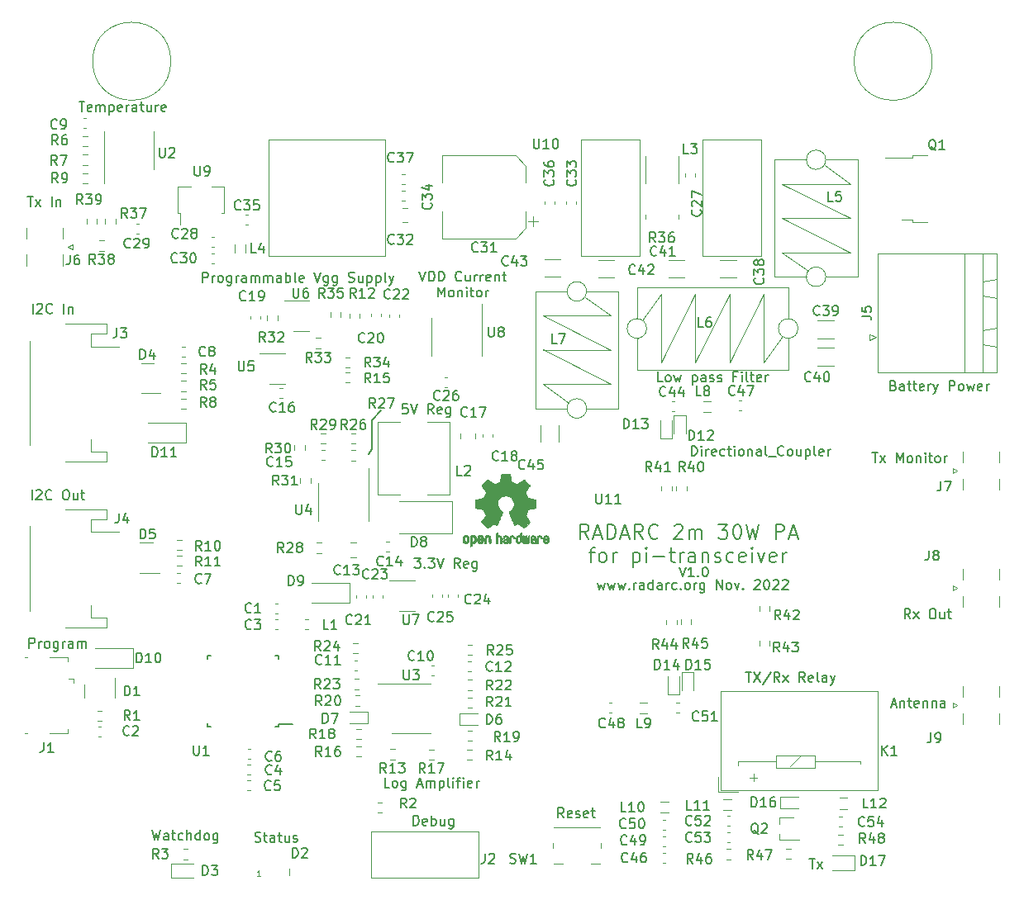
<source format=gbr>
%TF.GenerationSoftware,KiCad,Pcbnew,(6.0.9)*%
%TF.CreationDate,2022-11-09T00:10:41+00:00*%
%TF.ProjectId,Pi_TX_35W_PA,50695f54-585f-4333-9557-5f50412e6b69,rev?*%
%TF.SameCoordinates,Original*%
%TF.FileFunction,Legend,Top*%
%TF.FilePolarity,Positive*%
%FSLAX46Y46*%
G04 Gerber Fmt 4.6, Leading zero omitted, Abs format (unit mm)*
G04 Created by KiCad (PCBNEW (6.0.9)) date 2022-11-09 00:10:41*
%MOMM*%
%LPD*%
G01*
G04 APERTURE LIST*
%ADD10C,0.150000*%
%ADD11C,0.200000*%
%ADD12C,0.100000*%
%ADD13C,0.120000*%
%ADD14C,0.010000*%
G04 APERTURE END LIST*
D10*
X135600000Y-105800000D02*
X135300000Y-106300000D01*
X136500000Y-101800000D02*
X135600000Y-102800000D01*
X135600000Y-102800000D02*
X135600000Y-105800000D01*
X137414285Y-140452380D02*
X136938095Y-140452380D01*
X136938095Y-139452380D01*
X137890476Y-140452380D02*
X137795238Y-140404761D01*
X137747619Y-140357142D01*
X137700000Y-140261904D01*
X137700000Y-139976190D01*
X137747619Y-139880952D01*
X137795238Y-139833333D01*
X137890476Y-139785714D01*
X138033333Y-139785714D01*
X138128571Y-139833333D01*
X138176190Y-139880952D01*
X138223809Y-139976190D01*
X138223809Y-140261904D01*
X138176190Y-140357142D01*
X138128571Y-140404761D01*
X138033333Y-140452380D01*
X137890476Y-140452380D01*
X139080952Y-139785714D02*
X139080952Y-140595238D01*
X139033333Y-140690476D01*
X138985714Y-140738095D01*
X138890476Y-140785714D01*
X138747619Y-140785714D01*
X138652380Y-140738095D01*
X139080952Y-140404761D02*
X138985714Y-140452380D01*
X138795238Y-140452380D01*
X138700000Y-140404761D01*
X138652380Y-140357142D01*
X138604761Y-140261904D01*
X138604761Y-139976190D01*
X138652380Y-139880952D01*
X138700000Y-139833333D01*
X138795238Y-139785714D01*
X138985714Y-139785714D01*
X139080952Y-139833333D01*
X140271428Y-140166666D02*
X140747619Y-140166666D01*
X140176190Y-140452380D02*
X140509523Y-139452380D01*
X140842857Y-140452380D01*
X141176190Y-140452380D02*
X141176190Y-139785714D01*
X141176190Y-139880952D02*
X141223809Y-139833333D01*
X141319047Y-139785714D01*
X141461904Y-139785714D01*
X141557142Y-139833333D01*
X141604761Y-139928571D01*
X141604761Y-140452380D01*
X141604761Y-139928571D02*
X141652380Y-139833333D01*
X141747619Y-139785714D01*
X141890476Y-139785714D01*
X141985714Y-139833333D01*
X142033333Y-139928571D01*
X142033333Y-140452380D01*
X142509523Y-139785714D02*
X142509523Y-140785714D01*
X142509523Y-139833333D02*
X142604761Y-139785714D01*
X142795238Y-139785714D01*
X142890476Y-139833333D01*
X142938095Y-139880952D01*
X142985714Y-139976190D01*
X142985714Y-140261904D01*
X142938095Y-140357142D01*
X142890476Y-140404761D01*
X142795238Y-140452380D01*
X142604761Y-140452380D01*
X142509523Y-140404761D01*
X143557142Y-140452380D02*
X143461904Y-140404761D01*
X143414285Y-140309523D01*
X143414285Y-139452380D01*
X143938095Y-140452380D02*
X143938095Y-139785714D01*
X143938095Y-139452380D02*
X143890476Y-139500000D01*
X143938095Y-139547619D01*
X143985714Y-139500000D01*
X143938095Y-139452380D01*
X143938095Y-139547619D01*
X144271428Y-139785714D02*
X144652380Y-139785714D01*
X144414285Y-140452380D02*
X144414285Y-139595238D01*
X144461904Y-139500000D01*
X144557142Y-139452380D01*
X144652380Y-139452380D01*
X144985714Y-140452380D02*
X144985714Y-139785714D01*
X144985714Y-139452380D02*
X144938095Y-139500000D01*
X144985714Y-139547619D01*
X145033333Y-139500000D01*
X144985714Y-139452380D01*
X144985714Y-139547619D01*
X145842857Y-140404761D02*
X145747619Y-140452380D01*
X145557142Y-140452380D01*
X145461904Y-140404761D01*
X145414285Y-140309523D01*
X145414285Y-139928571D01*
X145461904Y-139833333D01*
X145557142Y-139785714D01*
X145747619Y-139785714D01*
X145842857Y-139833333D01*
X145890476Y-139928571D01*
X145890476Y-140023809D01*
X145414285Y-140119047D01*
X146319047Y-140452380D02*
X146319047Y-139785714D01*
X146319047Y-139976190D02*
X146366666Y-139880952D01*
X146414285Y-139833333D01*
X146509523Y-139785714D01*
X146604761Y-139785714D01*
X167076190Y-117852380D02*
X167409523Y-118852380D01*
X167742857Y-117852380D01*
X168600000Y-118852380D02*
X168028571Y-118852380D01*
X168314285Y-118852380D02*
X168314285Y-117852380D01*
X168219047Y-117995238D01*
X168123809Y-118090476D01*
X168028571Y-118138095D01*
X169028571Y-118757142D02*
X169076190Y-118804761D01*
X169028571Y-118852380D01*
X168980952Y-118804761D01*
X169028571Y-118757142D01*
X169028571Y-118852380D01*
X169695238Y-117852380D02*
X169790476Y-117852380D01*
X169885714Y-117900000D01*
X169933333Y-117947619D01*
X169980952Y-118042857D01*
X170028571Y-118233333D01*
X170028571Y-118471428D01*
X169980952Y-118661904D01*
X169933333Y-118757142D01*
X169885714Y-118804761D01*
X169790476Y-118852380D01*
X169695238Y-118852380D01*
X169600000Y-118804761D01*
X169552380Y-118757142D01*
X169504761Y-118661904D01*
X169457142Y-118471428D01*
X169457142Y-118233333D01*
X169504761Y-118042857D01*
X169552380Y-117947619D01*
X169600000Y-117900000D01*
X169695238Y-117852380D01*
X100780952Y-110952380D02*
X100780952Y-109952380D01*
X101209523Y-110047619D02*
X101257142Y-110000000D01*
X101352380Y-109952380D01*
X101590476Y-109952380D01*
X101685714Y-110000000D01*
X101733333Y-110047619D01*
X101780952Y-110142857D01*
X101780952Y-110238095D01*
X101733333Y-110380952D01*
X101161904Y-110952380D01*
X101780952Y-110952380D01*
X102780952Y-110857142D02*
X102733333Y-110904761D01*
X102590476Y-110952380D01*
X102495238Y-110952380D01*
X102352380Y-110904761D01*
X102257142Y-110809523D01*
X102209523Y-110714285D01*
X102161904Y-110523809D01*
X102161904Y-110380952D01*
X102209523Y-110190476D01*
X102257142Y-110095238D01*
X102352380Y-110000000D01*
X102495238Y-109952380D01*
X102590476Y-109952380D01*
X102733333Y-110000000D01*
X102780952Y-110047619D01*
X104161904Y-109952380D02*
X104352380Y-109952380D01*
X104447619Y-110000000D01*
X104542857Y-110095238D01*
X104590476Y-110285714D01*
X104590476Y-110619047D01*
X104542857Y-110809523D01*
X104447619Y-110904761D01*
X104352380Y-110952380D01*
X104161904Y-110952380D01*
X104066666Y-110904761D01*
X103971428Y-110809523D01*
X103923809Y-110619047D01*
X103923809Y-110285714D01*
X103971428Y-110095238D01*
X104066666Y-110000000D01*
X104161904Y-109952380D01*
X105447619Y-110285714D02*
X105447619Y-110952380D01*
X105019047Y-110285714D02*
X105019047Y-110809523D01*
X105066666Y-110904761D01*
X105161904Y-110952380D01*
X105304761Y-110952380D01*
X105400000Y-110904761D01*
X105447619Y-110857142D01*
X105780952Y-110285714D02*
X106161904Y-110285714D01*
X105923809Y-109952380D02*
X105923809Y-110809523D01*
X105971428Y-110904761D01*
X106066666Y-110952380D01*
X106161904Y-110952380D01*
X158714285Y-119485714D02*
X158904761Y-120152380D01*
X159095238Y-119676190D01*
X159285714Y-120152380D01*
X159476190Y-119485714D01*
X159761904Y-119485714D02*
X159952380Y-120152380D01*
X160142857Y-119676190D01*
X160333333Y-120152380D01*
X160523809Y-119485714D01*
X160809523Y-119485714D02*
X161000000Y-120152380D01*
X161190476Y-119676190D01*
X161380952Y-120152380D01*
X161571428Y-119485714D01*
X161952380Y-120057142D02*
X162000000Y-120104761D01*
X161952380Y-120152380D01*
X161904761Y-120104761D01*
X161952380Y-120057142D01*
X161952380Y-120152380D01*
X162428571Y-120152380D02*
X162428571Y-119485714D01*
X162428571Y-119676190D02*
X162476190Y-119580952D01*
X162523809Y-119533333D01*
X162619047Y-119485714D01*
X162714285Y-119485714D01*
X163476190Y-120152380D02*
X163476190Y-119628571D01*
X163428571Y-119533333D01*
X163333333Y-119485714D01*
X163142857Y-119485714D01*
X163047619Y-119533333D01*
X163476190Y-120104761D02*
X163380952Y-120152380D01*
X163142857Y-120152380D01*
X163047619Y-120104761D01*
X163000000Y-120009523D01*
X163000000Y-119914285D01*
X163047619Y-119819047D01*
X163142857Y-119771428D01*
X163380952Y-119771428D01*
X163476190Y-119723809D01*
X164380952Y-120152380D02*
X164380952Y-119152380D01*
X164380952Y-120104761D02*
X164285714Y-120152380D01*
X164095238Y-120152380D01*
X164000000Y-120104761D01*
X163952380Y-120057142D01*
X163904761Y-119961904D01*
X163904761Y-119676190D01*
X163952380Y-119580952D01*
X164000000Y-119533333D01*
X164095238Y-119485714D01*
X164285714Y-119485714D01*
X164380952Y-119533333D01*
X165285714Y-120152380D02*
X165285714Y-119628571D01*
X165238095Y-119533333D01*
X165142857Y-119485714D01*
X164952380Y-119485714D01*
X164857142Y-119533333D01*
X165285714Y-120104761D02*
X165190476Y-120152380D01*
X164952380Y-120152380D01*
X164857142Y-120104761D01*
X164809523Y-120009523D01*
X164809523Y-119914285D01*
X164857142Y-119819047D01*
X164952380Y-119771428D01*
X165190476Y-119771428D01*
X165285714Y-119723809D01*
X165761904Y-120152380D02*
X165761904Y-119485714D01*
X165761904Y-119676190D02*
X165809523Y-119580952D01*
X165857142Y-119533333D01*
X165952380Y-119485714D01*
X166047619Y-119485714D01*
X166809523Y-120104761D02*
X166714285Y-120152380D01*
X166523809Y-120152380D01*
X166428571Y-120104761D01*
X166380952Y-120057142D01*
X166333333Y-119961904D01*
X166333333Y-119676190D01*
X166380952Y-119580952D01*
X166428571Y-119533333D01*
X166523809Y-119485714D01*
X166714285Y-119485714D01*
X166809523Y-119533333D01*
X167238095Y-120057142D02*
X167285714Y-120104761D01*
X167238095Y-120152380D01*
X167190476Y-120104761D01*
X167238095Y-120057142D01*
X167238095Y-120152380D01*
X167857142Y-120152380D02*
X167761904Y-120104761D01*
X167714285Y-120057142D01*
X167666666Y-119961904D01*
X167666666Y-119676190D01*
X167714285Y-119580952D01*
X167761904Y-119533333D01*
X167857142Y-119485714D01*
X168000000Y-119485714D01*
X168095238Y-119533333D01*
X168142857Y-119580952D01*
X168190476Y-119676190D01*
X168190476Y-119961904D01*
X168142857Y-120057142D01*
X168095238Y-120104761D01*
X168000000Y-120152380D01*
X167857142Y-120152380D01*
X168619047Y-120152380D02*
X168619047Y-119485714D01*
X168619047Y-119676190D02*
X168666666Y-119580952D01*
X168714285Y-119533333D01*
X168809523Y-119485714D01*
X168904761Y-119485714D01*
X169666666Y-119485714D02*
X169666666Y-120295238D01*
X169619047Y-120390476D01*
X169571428Y-120438095D01*
X169476190Y-120485714D01*
X169333333Y-120485714D01*
X169238095Y-120438095D01*
X169666666Y-120104761D02*
X169571428Y-120152380D01*
X169380952Y-120152380D01*
X169285714Y-120104761D01*
X169238095Y-120057142D01*
X169190476Y-119961904D01*
X169190476Y-119676190D01*
X169238095Y-119580952D01*
X169285714Y-119533333D01*
X169380952Y-119485714D01*
X169571428Y-119485714D01*
X169666666Y-119533333D01*
X170904761Y-120152380D02*
X170904761Y-119152380D01*
X171476190Y-120152380D01*
X171476190Y-119152380D01*
X172095238Y-120152380D02*
X172000000Y-120104761D01*
X171952380Y-120057142D01*
X171904761Y-119961904D01*
X171904761Y-119676190D01*
X171952380Y-119580952D01*
X172000000Y-119533333D01*
X172095238Y-119485714D01*
X172238095Y-119485714D01*
X172333333Y-119533333D01*
X172380952Y-119580952D01*
X172428571Y-119676190D01*
X172428571Y-119961904D01*
X172380952Y-120057142D01*
X172333333Y-120104761D01*
X172238095Y-120152380D01*
X172095238Y-120152380D01*
X172761904Y-119485714D02*
X173000000Y-120152380D01*
X173238095Y-119485714D01*
X173619047Y-120057142D02*
X173666666Y-120104761D01*
X173619047Y-120152380D01*
X173571428Y-120104761D01*
X173619047Y-120057142D01*
X173619047Y-120152380D01*
X174809523Y-119247619D02*
X174857142Y-119200000D01*
X174952380Y-119152380D01*
X175190476Y-119152380D01*
X175285714Y-119200000D01*
X175333333Y-119247619D01*
X175380952Y-119342857D01*
X175380952Y-119438095D01*
X175333333Y-119580952D01*
X174761904Y-120152380D01*
X175380952Y-120152380D01*
X176000000Y-119152380D02*
X176095238Y-119152380D01*
X176190476Y-119200000D01*
X176238095Y-119247619D01*
X176285714Y-119342857D01*
X176333333Y-119533333D01*
X176333333Y-119771428D01*
X176285714Y-119961904D01*
X176238095Y-120057142D01*
X176190476Y-120104761D01*
X176095238Y-120152380D01*
X176000000Y-120152380D01*
X175904761Y-120104761D01*
X175857142Y-120057142D01*
X175809523Y-119961904D01*
X175761904Y-119771428D01*
X175761904Y-119533333D01*
X175809523Y-119342857D01*
X175857142Y-119247619D01*
X175904761Y-119200000D01*
X176000000Y-119152380D01*
X176714285Y-119247619D02*
X176761904Y-119200000D01*
X176857142Y-119152380D01*
X177095238Y-119152380D01*
X177190476Y-119200000D01*
X177238095Y-119247619D01*
X177285714Y-119342857D01*
X177285714Y-119438095D01*
X177238095Y-119580952D01*
X176666666Y-120152380D01*
X177285714Y-120152380D01*
X177666666Y-119247619D02*
X177714285Y-119200000D01*
X177809523Y-119152380D01*
X178047619Y-119152380D01*
X178142857Y-119200000D01*
X178190476Y-119247619D01*
X178238095Y-119342857D01*
X178238095Y-119438095D01*
X178190476Y-119580952D01*
X177619047Y-120152380D01*
X178238095Y-120152380D01*
X100495238Y-126152380D02*
X100495238Y-125152380D01*
X100876190Y-125152380D01*
X100971428Y-125200000D01*
X101019047Y-125247619D01*
X101066666Y-125342857D01*
X101066666Y-125485714D01*
X101019047Y-125580952D01*
X100971428Y-125628571D01*
X100876190Y-125676190D01*
X100495238Y-125676190D01*
X101495238Y-126152380D02*
X101495238Y-125485714D01*
X101495238Y-125676190D02*
X101542857Y-125580952D01*
X101590476Y-125533333D01*
X101685714Y-125485714D01*
X101780952Y-125485714D01*
X102257142Y-126152380D02*
X102161904Y-126104761D01*
X102114285Y-126057142D01*
X102066666Y-125961904D01*
X102066666Y-125676190D01*
X102114285Y-125580952D01*
X102161904Y-125533333D01*
X102257142Y-125485714D01*
X102400000Y-125485714D01*
X102495238Y-125533333D01*
X102542857Y-125580952D01*
X102590476Y-125676190D01*
X102590476Y-125961904D01*
X102542857Y-126057142D01*
X102495238Y-126104761D01*
X102400000Y-126152380D01*
X102257142Y-126152380D01*
X103447619Y-125485714D02*
X103447619Y-126295238D01*
X103400000Y-126390476D01*
X103352380Y-126438095D01*
X103257142Y-126485714D01*
X103114285Y-126485714D01*
X103019047Y-126438095D01*
X103447619Y-126104761D02*
X103352380Y-126152380D01*
X103161904Y-126152380D01*
X103066666Y-126104761D01*
X103019047Y-126057142D01*
X102971428Y-125961904D01*
X102971428Y-125676190D01*
X103019047Y-125580952D01*
X103066666Y-125533333D01*
X103161904Y-125485714D01*
X103352380Y-125485714D01*
X103447619Y-125533333D01*
X103923809Y-126152380D02*
X103923809Y-125485714D01*
X103923809Y-125676190D02*
X103971428Y-125580952D01*
X104019047Y-125533333D01*
X104114285Y-125485714D01*
X104209523Y-125485714D01*
X104971428Y-126152380D02*
X104971428Y-125628571D01*
X104923809Y-125533333D01*
X104828571Y-125485714D01*
X104638095Y-125485714D01*
X104542857Y-125533333D01*
X104971428Y-126104761D02*
X104876190Y-126152380D01*
X104638095Y-126152380D01*
X104542857Y-126104761D01*
X104495238Y-126009523D01*
X104495238Y-125914285D01*
X104542857Y-125819047D01*
X104638095Y-125771428D01*
X104876190Y-125771428D01*
X104971428Y-125723809D01*
X105447619Y-126152380D02*
X105447619Y-125485714D01*
X105447619Y-125580952D02*
X105495238Y-125533333D01*
X105590476Y-125485714D01*
X105733333Y-125485714D01*
X105828571Y-125533333D01*
X105876190Y-125628571D01*
X105876190Y-126152380D01*
X105876190Y-125628571D02*
X105923809Y-125533333D01*
X106019047Y-125485714D01*
X106161904Y-125485714D01*
X106257142Y-125533333D01*
X106304761Y-125628571D01*
X106304761Y-126152380D01*
X113095238Y-144852380D02*
X113333333Y-145852380D01*
X113523809Y-145138095D01*
X113714285Y-145852380D01*
X113952380Y-144852380D01*
X114761904Y-145852380D02*
X114761904Y-145328571D01*
X114714285Y-145233333D01*
X114619047Y-145185714D01*
X114428571Y-145185714D01*
X114333333Y-145233333D01*
X114761904Y-145804761D02*
X114666666Y-145852380D01*
X114428571Y-145852380D01*
X114333333Y-145804761D01*
X114285714Y-145709523D01*
X114285714Y-145614285D01*
X114333333Y-145519047D01*
X114428571Y-145471428D01*
X114666666Y-145471428D01*
X114761904Y-145423809D01*
X115095238Y-145185714D02*
X115476190Y-145185714D01*
X115238095Y-144852380D02*
X115238095Y-145709523D01*
X115285714Y-145804761D01*
X115380952Y-145852380D01*
X115476190Y-145852380D01*
X116238095Y-145804761D02*
X116142857Y-145852380D01*
X115952380Y-145852380D01*
X115857142Y-145804761D01*
X115809523Y-145757142D01*
X115761904Y-145661904D01*
X115761904Y-145376190D01*
X115809523Y-145280952D01*
X115857142Y-145233333D01*
X115952380Y-145185714D01*
X116142857Y-145185714D01*
X116238095Y-145233333D01*
X116666666Y-145852380D02*
X116666666Y-144852380D01*
X117095238Y-145852380D02*
X117095238Y-145328571D01*
X117047619Y-145233333D01*
X116952380Y-145185714D01*
X116809523Y-145185714D01*
X116714285Y-145233333D01*
X116666666Y-145280952D01*
X118000000Y-145852380D02*
X118000000Y-144852380D01*
X118000000Y-145804761D02*
X117904761Y-145852380D01*
X117714285Y-145852380D01*
X117619047Y-145804761D01*
X117571428Y-145757142D01*
X117523809Y-145661904D01*
X117523809Y-145376190D01*
X117571428Y-145280952D01*
X117619047Y-145233333D01*
X117714285Y-145185714D01*
X117904761Y-145185714D01*
X118000000Y-145233333D01*
X118619047Y-145852380D02*
X118523809Y-145804761D01*
X118476190Y-145757142D01*
X118428571Y-145661904D01*
X118428571Y-145376190D01*
X118476190Y-145280952D01*
X118523809Y-145233333D01*
X118619047Y-145185714D01*
X118761904Y-145185714D01*
X118857142Y-145233333D01*
X118904761Y-145280952D01*
X118952380Y-145376190D01*
X118952380Y-145661904D01*
X118904761Y-145757142D01*
X118857142Y-145804761D01*
X118761904Y-145852380D01*
X118619047Y-145852380D01*
X119809523Y-145185714D02*
X119809523Y-145995238D01*
X119761904Y-146090476D01*
X119714285Y-146138095D01*
X119619047Y-146185714D01*
X119476190Y-146185714D01*
X119380952Y-146138095D01*
X119809523Y-145804761D02*
X119714285Y-145852380D01*
X119523809Y-145852380D01*
X119428571Y-145804761D01*
X119380952Y-145757142D01*
X119333333Y-145661904D01*
X119333333Y-145376190D01*
X119380952Y-145280952D01*
X119428571Y-145233333D01*
X119523809Y-145185714D01*
X119714285Y-145185714D01*
X119809523Y-145233333D01*
X139852380Y-144352380D02*
X139852380Y-143352380D01*
X140090476Y-143352380D01*
X140233333Y-143400000D01*
X140328571Y-143495238D01*
X140376190Y-143590476D01*
X140423809Y-143780952D01*
X140423809Y-143923809D01*
X140376190Y-144114285D01*
X140328571Y-144209523D01*
X140233333Y-144304761D01*
X140090476Y-144352380D01*
X139852380Y-144352380D01*
X141233333Y-144304761D02*
X141138095Y-144352380D01*
X140947619Y-144352380D01*
X140852380Y-144304761D01*
X140804761Y-144209523D01*
X140804761Y-143828571D01*
X140852380Y-143733333D01*
X140947619Y-143685714D01*
X141138095Y-143685714D01*
X141233333Y-143733333D01*
X141280952Y-143828571D01*
X141280952Y-143923809D01*
X140804761Y-144019047D01*
X141709523Y-144352380D02*
X141709523Y-143352380D01*
X141709523Y-143733333D02*
X141804761Y-143685714D01*
X141995238Y-143685714D01*
X142090476Y-143733333D01*
X142138095Y-143780952D01*
X142185714Y-143876190D01*
X142185714Y-144161904D01*
X142138095Y-144257142D01*
X142090476Y-144304761D01*
X141995238Y-144352380D01*
X141804761Y-144352380D01*
X141709523Y-144304761D01*
X143042857Y-143685714D02*
X143042857Y-144352380D01*
X142614285Y-143685714D02*
X142614285Y-144209523D01*
X142661904Y-144304761D01*
X142757142Y-144352380D01*
X142900000Y-144352380D01*
X142995238Y-144304761D01*
X143042857Y-144257142D01*
X143947619Y-143685714D02*
X143947619Y-144495238D01*
X143900000Y-144590476D01*
X143852380Y-144638095D01*
X143757142Y-144685714D01*
X143614285Y-144685714D01*
X143519047Y-144638095D01*
X143947619Y-144304761D02*
X143852380Y-144352380D01*
X143661904Y-144352380D01*
X143566666Y-144304761D01*
X143519047Y-144257142D01*
X143471428Y-144161904D01*
X143471428Y-143876190D01*
X143519047Y-143780952D01*
X143566666Y-143733333D01*
X143661904Y-143685714D01*
X143852380Y-143685714D01*
X143947619Y-143733333D01*
X188838095Y-131966666D02*
X189314285Y-131966666D01*
X188742857Y-132252380D02*
X189076190Y-131252380D01*
X189409523Y-132252380D01*
X189742857Y-131585714D02*
X189742857Y-132252380D01*
X189742857Y-131680952D02*
X189790476Y-131633333D01*
X189885714Y-131585714D01*
X190028571Y-131585714D01*
X190123809Y-131633333D01*
X190171428Y-131728571D01*
X190171428Y-132252380D01*
X190504761Y-131585714D02*
X190885714Y-131585714D01*
X190647619Y-131252380D02*
X190647619Y-132109523D01*
X190695238Y-132204761D01*
X190790476Y-132252380D01*
X190885714Y-132252380D01*
X191600000Y-132204761D02*
X191504761Y-132252380D01*
X191314285Y-132252380D01*
X191219047Y-132204761D01*
X191171428Y-132109523D01*
X191171428Y-131728571D01*
X191219047Y-131633333D01*
X191314285Y-131585714D01*
X191504761Y-131585714D01*
X191600000Y-131633333D01*
X191647619Y-131728571D01*
X191647619Y-131823809D01*
X191171428Y-131919047D01*
X192076190Y-131585714D02*
X192076190Y-132252380D01*
X192076190Y-131680952D02*
X192123809Y-131633333D01*
X192219047Y-131585714D01*
X192361904Y-131585714D01*
X192457142Y-131633333D01*
X192504761Y-131728571D01*
X192504761Y-132252380D01*
X192980952Y-131585714D02*
X192980952Y-132252380D01*
X192980952Y-131680952D02*
X193028571Y-131633333D01*
X193123809Y-131585714D01*
X193266666Y-131585714D01*
X193361904Y-131633333D01*
X193409523Y-131728571D01*
X193409523Y-132252380D01*
X194314285Y-132252380D02*
X194314285Y-131728571D01*
X194266666Y-131633333D01*
X194171428Y-131585714D01*
X193980952Y-131585714D01*
X193885714Y-131633333D01*
X194314285Y-132204761D02*
X194219047Y-132252380D01*
X193980952Y-132252380D01*
X193885714Y-132204761D01*
X193838095Y-132109523D01*
X193838095Y-132014285D01*
X193885714Y-131919047D01*
X193980952Y-131871428D01*
X194219047Y-131871428D01*
X194314285Y-131823809D01*
X186866666Y-106152380D02*
X187438095Y-106152380D01*
X187152380Y-107152380D02*
X187152380Y-106152380D01*
X187676190Y-107152380D02*
X188200000Y-106485714D01*
X187676190Y-106485714D02*
X188200000Y-107152380D01*
X189342857Y-107152380D02*
X189342857Y-106152380D01*
X189676190Y-106866666D01*
X190009523Y-106152380D01*
X190009523Y-107152380D01*
X190628571Y-107152380D02*
X190533333Y-107104761D01*
X190485714Y-107057142D01*
X190438095Y-106961904D01*
X190438095Y-106676190D01*
X190485714Y-106580952D01*
X190533333Y-106533333D01*
X190628571Y-106485714D01*
X190771428Y-106485714D01*
X190866666Y-106533333D01*
X190914285Y-106580952D01*
X190961904Y-106676190D01*
X190961904Y-106961904D01*
X190914285Y-107057142D01*
X190866666Y-107104761D01*
X190771428Y-107152380D01*
X190628571Y-107152380D01*
X191390476Y-106485714D02*
X191390476Y-107152380D01*
X191390476Y-106580952D02*
X191438095Y-106533333D01*
X191533333Y-106485714D01*
X191676190Y-106485714D01*
X191771428Y-106533333D01*
X191819047Y-106628571D01*
X191819047Y-107152380D01*
X192295238Y-107152380D02*
X192295238Y-106485714D01*
X192295238Y-106152380D02*
X192247619Y-106200000D01*
X192295238Y-106247619D01*
X192342857Y-106200000D01*
X192295238Y-106152380D01*
X192295238Y-106247619D01*
X192628571Y-106485714D02*
X193009523Y-106485714D01*
X192771428Y-106152380D02*
X192771428Y-107009523D01*
X192819047Y-107104761D01*
X192914285Y-107152380D01*
X193009523Y-107152380D01*
X193485714Y-107152380D02*
X193390476Y-107104761D01*
X193342857Y-107057142D01*
X193295238Y-106961904D01*
X193295238Y-106676190D01*
X193342857Y-106580952D01*
X193390476Y-106533333D01*
X193485714Y-106485714D01*
X193628571Y-106485714D01*
X193723809Y-106533333D01*
X193771428Y-106580952D01*
X193819047Y-106676190D01*
X193819047Y-106961904D01*
X193771428Y-107057142D01*
X193723809Y-107104761D01*
X193628571Y-107152380D01*
X193485714Y-107152380D01*
X194247619Y-107152380D02*
X194247619Y-106485714D01*
X194247619Y-106676190D02*
X194295238Y-106580952D01*
X194342857Y-106533333D01*
X194438095Y-106485714D01*
X194533333Y-106485714D01*
X100338095Y-79852380D02*
X100909523Y-79852380D01*
X100623809Y-80852380D02*
X100623809Y-79852380D01*
X101147619Y-80852380D02*
X101671428Y-80185714D01*
X101147619Y-80185714D02*
X101671428Y-80852380D01*
X102814285Y-80852380D02*
X102814285Y-79852380D01*
X103290476Y-80185714D02*
X103290476Y-80852380D01*
X103290476Y-80280952D02*
X103338095Y-80233333D01*
X103433333Y-80185714D01*
X103576190Y-80185714D01*
X103671428Y-80233333D01*
X103719047Y-80328571D01*
X103719047Y-80852380D01*
X190761904Y-123152380D02*
X190428571Y-122676190D01*
X190190476Y-123152380D02*
X190190476Y-122152380D01*
X190571428Y-122152380D01*
X190666666Y-122200000D01*
X190714285Y-122247619D01*
X190761904Y-122342857D01*
X190761904Y-122485714D01*
X190714285Y-122580952D01*
X190666666Y-122628571D01*
X190571428Y-122676190D01*
X190190476Y-122676190D01*
X191095238Y-123152380D02*
X191619047Y-122485714D01*
X191095238Y-122485714D02*
X191619047Y-123152380D01*
X192952380Y-122152380D02*
X193142857Y-122152380D01*
X193238095Y-122200000D01*
X193333333Y-122295238D01*
X193380952Y-122485714D01*
X193380952Y-122819047D01*
X193333333Y-123009523D01*
X193238095Y-123104761D01*
X193142857Y-123152380D01*
X192952380Y-123152380D01*
X192857142Y-123104761D01*
X192761904Y-123009523D01*
X192714285Y-122819047D01*
X192714285Y-122485714D01*
X192761904Y-122295238D01*
X192857142Y-122200000D01*
X192952380Y-122152380D01*
X194238095Y-122485714D02*
X194238095Y-123152380D01*
X193809523Y-122485714D02*
X193809523Y-123009523D01*
X193857142Y-123104761D01*
X193952380Y-123152380D01*
X194095238Y-123152380D01*
X194190476Y-123104761D01*
X194238095Y-123057142D01*
X194571428Y-122485714D02*
X194952380Y-122485714D01*
X194714285Y-122152380D02*
X194714285Y-123009523D01*
X194761904Y-123104761D01*
X194857142Y-123152380D01*
X194952380Y-123152380D01*
X139961904Y-116952380D02*
X140580952Y-116952380D01*
X140247619Y-117333333D01*
X140390476Y-117333333D01*
X140485714Y-117380952D01*
X140533333Y-117428571D01*
X140580952Y-117523809D01*
X140580952Y-117761904D01*
X140533333Y-117857142D01*
X140485714Y-117904761D01*
X140390476Y-117952380D01*
X140104761Y-117952380D01*
X140009523Y-117904761D01*
X139961904Y-117857142D01*
X141009523Y-117857142D02*
X141057142Y-117904761D01*
X141009523Y-117952380D01*
X140961904Y-117904761D01*
X141009523Y-117857142D01*
X141009523Y-117952380D01*
X141390476Y-116952380D02*
X142009523Y-116952380D01*
X141676190Y-117333333D01*
X141819047Y-117333333D01*
X141914285Y-117380952D01*
X141961904Y-117428571D01*
X142009523Y-117523809D01*
X142009523Y-117761904D01*
X141961904Y-117857142D01*
X141914285Y-117904761D01*
X141819047Y-117952380D01*
X141533333Y-117952380D01*
X141438095Y-117904761D01*
X141390476Y-117857142D01*
X142295238Y-116952380D02*
X142628571Y-117952380D01*
X142961904Y-116952380D01*
X144628571Y-117952380D02*
X144295238Y-117476190D01*
X144057142Y-117952380D02*
X144057142Y-116952380D01*
X144438095Y-116952380D01*
X144533333Y-117000000D01*
X144580952Y-117047619D01*
X144628571Y-117142857D01*
X144628571Y-117285714D01*
X144580952Y-117380952D01*
X144533333Y-117428571D01*
X144438095Y-117476190D01*
X144057142Y-117476190D01*
X145438095Y-117904761D02*
X145342857Y-117952380D01*
X145152380Y-117952380D01*
X145057142Y-117904761D01*
X145009523Y-117809523D01*
X145009523Y-117428571D01*
X145057142Y-117333333D01*
X145152380Y-117285714D01*
X145342857Y-117285714D01*
X145438095Y-117333333D01*
X145485714Y-117428571D01*
X145485714Y-117523809D01*
X145009523Y-117619047D01*
X146342857Y-117285714D02*
X146342857Y-118095238D01*
X146295238Y-118190476D01*
X146247619Y-118238095D01*
X146152380Y-118285714D01*
X146009523Y-118285714D01*
X145914285Y-118238095D01*
X146342857Y-117904761D02*
X146247619Y-117952380D01*
X146057142Y-117952380D01*
X145961904Y-117904761D01*
X145914285Y-117857142D01*
X145866666Y-117761904D01*
X145866666Y-117476190D01*
X145914285Y-117380952D01*
X145961904Y-117333333D01*
X146057142Y-117285714D01*
X146247619Y-117285714D01*
X146342857Y-117333333D01*
X123633333Y-146004761D02*
X123776190Y-146052380D01*
X124014285Y-146052380D01*
X124109523Y-146004761D01*
X124157142Y-145957142D01*
X124204761Y-145861904D01*
X124204761Y-145766666D01*
X124157142Y-145671428D01*
X124109523Y-145623809D01*
X124014285Y-145576190D01*
X123823809Y-145528571D01*
X123728571Y-145480952D01*
X123680952Y-145433333D01*
X123633333Y-145338095D01*
X123633333Y-145242857D01*
X123680952Y-145147619D01*
X123728571Y-145100000D01*
X123823809Y-145052380D01*
X124061904Y-145052380D01*
X124204761Y-145100000D01*
X124490476Y-145385714D02*
X124871428Y-145385714D01*
X124633333Y-145052380D02*
X124633333Y-145909523D01*
X124680952Y-146004761D01*
X124776190Y-146052380D01*
X124871428Y-146052380D01*
X125633333Y-146052380D02*
X125633333Y-145528571D01*
X125585714Y-145433333D01*
X125490476Y-145385714D01*
X125300000Y-145385714D01*
X125204761Y-145433333D01*
X125633333Y-146004761D02*
X125538095Y-146052380D01*
X125300000Y-146052380D01*
X125204761Y-146004761D01*
X125157142Y-145909523D01*
X125157142Y-145814285D01*
X125204761Y-145719047D01*
X125300000Y-145671428D01*
X125538095Y-145671428D01*
X125633333Y-145623809D01*
X125966666Y-145385714D02*
X126347619Y-145385714D01*
X126109523Y-145052380D02*
X126109523Y-145909523D01*
X126157142Y-146004761D01*
X126252380Y-146052380D01*
X126347619Y-146052380D01*
X127109523Y-145385714D02*
X127109523Y-146052380D01*
X126680952Y-145385714D02*
X126680952Y-145909523D01*
X126728571Y-146004761D01*
X126823809Y-146052380D01*
X126966666Y-146052380D01*
X127061904Y-146004761D01*
X127109523Y-145957142D01*
X127538095Y-146004761D02*
X127633333Y-146052380D01*
X127823809Y-146052380D01*
X127919047Y-146004761D01*
X127966666Y-145909523D01*
X127966666Y-145861904D01*
X127919047Y-145766666D01*
X127823809Y-145719047D01*
X127680952Y-145719047D01*
X127585714Y-145671428D01*
X127538095Y-145576190D01*
X127538095Y-145528571D01*
X127585714Y-145433333D01*
X127680952Y-145385714D01*
X127823809Y-145385714D01*
X127919047Y-145433333D01*
X118261904Y-88652380D02*
X118261904Y-87652380D01*
X118642857Y-87652380D01*
X118738095Y-87700000D01*
X118785714Y-87747619D01*
X118833333Y-87842857D01*
X118833333Y-87985714D01*
X118785714Y-88080952D01*
X118738095Y-88128571D01*
X118642857Y-88176190D01*
X118261904Y-88176190D01*
X119261904Y-88652380D02*
X119261904Y-87985714D01*
X119261904Y-88176190D02*
X119309523Y-88080952D01*
X119357142Y-88033333D01*
X119452380Y-87985714D01*
X119547619Y-87985714D01*
X120023809Y-88652380D02*
X119928571Y-88604761D01*
X119880952Y-88557142D01*
X119833333Y-88461904D01*
X119833333Y-88176190D01*
X119880952Y-88080952D01*
X119928571Y-88033333D01*
X120023809Y-87985714D01*
X120166666Y-87985714D01*
X120261904Y-88033333D01*
X120309523Y-88080952D01*
X120357142Y-88176190D01*
X120357142Y-88461904D01*
X120309523Y-88557142D01*
X120261904Y-88604761D01*
X120166666Y-88652380D01*
X120023809Y-88652380D01*
X121214285Y-87985714D02*
X121214285Y-88795238D01*
X121166666Y-88890476D01*
X121119047Y-88938095D01*
X121023809Y-88985714D01*
X120880952Y-88985714D01*
X120785714Y-88938095D01*
X121214285Y-88604761D02*
X121119047Y-88652380D01*
X120928571Y-88652380D01*
X120833333Y-88604761D01*
X120785714Y-88557142D01*
X120738095Y-88461904D01*
X120738095Y-88176190D01*
X120785714Y-88080952D01*
X120833333Y-88033333D01*
X120928571Y-87985714D01*
X121119047Y-87985714D01*
X121214285Y-88033333D01*
X121690476Y-88652380D02*
X121690476Y-87985714D01*
X121690476Y-88176190D02*
X121738095Y-88080952D01*
X121785714Y-88033333D01*
X121880952Y-87985714D01*
X121976190Y-87985714D01*
X122738095Y-88652380D02*
X122738095Y-88128571D01*
X122690476Y-88033333D01*
X122595238Y-87985714D01*
X122404761Y-87985714D01*
X122309523Y-88033333D01*
X122738095Y-88604761D02*
X122642857Y-88652380D01*
X122404761Y-88652380D01*
X122309523Y-88604761D01*
X122261904Y-88509523D01*
X122261904Y-88414285D01*
X122309523Y-88319047D01*
X122404761Y-88271428D01*
X122642857Y-88271428D01*
X122738095Y-88223809D01*
X123214285Y-88652380D02*
X123214285Y-87985714D01*
X123214285Y-88080952D02*
X123261904Y-88033333D01*
X123357142Y-87985714D01*
X123500000Y-87985714D01*
X123595238Y-88033333D01*
X123642857Y-88128571D01*
X123642857Y-88652380D01*
X123642857Y-88128571D02*
X123690476Y-88033333D01*
X123785714Y-87985714D01*
X123928571Y-87985714D01*
X124023809Y-88033333D01*
X124071428Y-88128571D01*
X124071428Y-88652380D01*
X124547619Y-88652380D02*
X124547619Y-87985714D01*
X124547619Y-88080952D02*
X124595238Y-88033333D01*
X124690476Y-87985714D01*
X124833333Y-87985714D01*
X124928571Y-88033333D01*
X124976190Y-88128571D01*
X124976190Y-88652380D01*
X124976190Y-88128571D02*
X125023809Y-88033333D01*
X125119047Y-87985714D01*
X125261904Y-87985714D01*
X125357142Y-88033333D01*
X125404761Y-88128571D01*
X125404761Y-88652380D01*
X126309523Y-88652380D02*
X126309523Y-88128571D01*
X126261904Y-88033333D01*
X126166666Y-87985714D01*
X125976190Y-87985714D01*
X125880952Y-88033333D01*
X126309523Y-88604761D02*
X126214285Y-88652380D01*
X125976190Y-88652380D01*
X125880952Y-88604761D01*
X125833333Y-88509523D01*
X125833333Y-88414285D01*
X125880952Y-88319047D01*
X125976190Y-88271428D01*
X126214285Y-88271428D01*
X126309523Y-88223809D01*
X126785714Y-88652380D02*
X126785714Y-87652380D01*
X126785714Y-88033333D02*
X126880952Y-87985714D01*
X127071428Y-87985714D01*
X127166666Y-88033333D01*
X127214285Y-88080952D01*
X127261904Y-88176190D01*
X127261904Y-88461904D01*
X127214285Y-88557142D01*
X127166666Y-88604761D01*
X127071428Y-88652380D01*
X126880952Y-88652380D01*
X126785714Y-88604761D01*
X127833333Y-88652380D02*
X127738095Y-88604761D01*
X127690476Y-88509523D01*
X127690476Y-87652380D01*
X128595238Y-88604761D02*
X128500000Y-88652380D01*
X128309523Y-88652380D01*
X128214285Y-88604761D01*
X128166666Y-88509523D01*
X128166666Y-88128571D01*
X128214285Y-88033333D01*
X128309523Y-87985714D01*
X128500000Y-87985714D01*
X128595238Y-88033333D01*
X128642857Y-88128571D01*
X128642857Y-88223809D01*
X128166666Y-88319047D01*
X129690476Y-87652380D02*
X130023809Y-88652380D01*
X130357142Y-87652380D01*
X131119047Y-87985714D02*
X131119047Y-88795238D01*
X131071428Y-88890476D01*
X131023809Y-88938095D01*
X130928571Y-88985714D01*
X130785714Y-88985714D01*
X130690476Y-88938095D01*
X131119047Y-88604761D02*
X131023809Y-88652380D01*
X130833333Y-88652380D01*
X130738095Y-88604761D01*
X130690476Y-88557142D01*
X130642857Y-88461904D01*
X130642857Y-88176190D01*
X130690476Y-88080952D01*
X130738095Y-88033333D01*
X130833333Y-87985714D01*
X131023809Y-87985714D01*
X131119047Y-88033333D01*
X132023809Y-87985714D02*
X132023809Y-88795238D01*
X131976190Y-88890476D01*
X131928571Y-88938095D01*
X131833333Y-88985714D01*
X131690476Y-88985714D01*
X131595238Y-88938095D01*
X132023809Y-88604761D02*
X131928571Y-88652380D01*
X131738095Y-88652380D01*
X131642857Y-88604761D01*
X131595238Y-88557142D01*
X131547619Y-88461904D01*
X131547619Y-88176190D01*
X131595238Y-88080952D01*
X131642857Y-88033333D01*
X131738095Y-87985714D01*
X131928571Y-87985714D01*
X132023809Y-88033333D01*
X133214285Y-88604761D02*
X133357142Y-88652380D01*
X133595238Y-88652380D01*
X133690476Y-88604761D01*
X133738095Y-88557142D01*
X133785714Y-88461904D01*
X133785714Y-88366666D01*
X133738095Y-88271428D01*
X133690476Y-88223809D01*
X133595238Y-88176190D01*
X133404761Y-88128571D01*
X133309523Y-88080952D01*
X133261904Y-88033333D01*
X133214285Y-87938095D01*
X133214285Y-87842857D01*
X133261904Y-87747619D01*
X133309523Y-87700000D01*
X133404761Y-87652380D01*
X133642857Y-87652380D01*
X133785714Y-87700000D01*
X134642857Y-87985714D02*
X134642857Y-88652380D01*
X134214285Y-87985714D02*
X134214285Y-88509523D01*
X134261904Y-88604761D01*
X134357142Y-88652380D01*
X134500000Y-88652380D01*
X134595238Y-88604761D01*
X134642857Y-88557142D01*
X135119047Y-87985714D02*
X135119047Y-88985714D01*
X135119047Y-88033333D02*
X135214285Y-87985714D01*
X135404761Y-87985714D01*
X135500000Y-88033333D01*
X135547619Y-88080952D01*
X135595238Y-88176190D01*
X135595238Y-88461904D01*
X135547619Y-88557142D01*
X135500000Y-88604761D01*
X135404761Y-88652380D01*
X135214285Y-88652380D01*
X135119047Y-88604761D01*
X136023809Y-87985714D02*
X136023809Y-88985714D01*
X136023809Y-88033333D02*
X136119047Y-87985714D01*
X136309523Y-87985714D01*
X136404761Y-88033333D01*
X136452380Y-88080952D01*
X136500000Y-88176190D01*
X136500000Y-88461904D01*
X136452380Y-88557142D01*
X136404761Y-88604761D01*
X136309523Y-88652380D01*
X136119047Y-88652380D01*
X136023809Y-88604761D01*
X137071428Y-88652380D02*
X136976190Y-88604761D01*
X136928571Y-88509523D01*
X136928571Y-87652380D01*
X137357142Y-87985714D02*
X137595238Y-88652380D01*
X137833333Y-87985714D02*
X137595238Y-88652380D01*
X137500000Y-88890476D01*
X137452380Y-88938095D01*
X137357142Y-88985714D01*
X139247619Y-101152380D02*
X138771428Y-101152380D01*
X138723809Y-101628571D01*
X138771428Y-101580952D01*
X138866666Y-101533333D01*
X139104761Y-101533333D01*
X139200000Y-101580952D01*
X139247619Y-101628571D01*
X139295238Y-101723809D01*
X139295238Y-101961904D01*
X139247619Y-102057142D01*
X139200000Y-102104761D01*
X139104761Y-102152380D01*
X138866666Y-102152380D01*
X138771428Y-102104761D01*
X138723809Y-102057142D01*
X139580952Y-101152380D02*
X139914285Y-102152380D01*
X140247619Y-101152380D01*
X141914285Y-102152380D02*
X141580952Y-101676190D01*
X141342857Y-102152380D02*
X141342857Y-101152380D01*
X141723809Y-101152380D01*
X141819047Y-101200000D01*
X141866666Y-101247619D01*
X141914285Y-101342857D01*
X141914285Y-101485714D01*
X141866666Y-101580952D01*
X141819047Y-101628571D01*
X141723809Y-101676190D01*
X141342857Y-101676190D01*
X142723809Y-102104761D02*
X142628571Y-102152380D01*
X142438095Y-102152380D01*
X142342857Y-102104761D01*
X142295238Y-102009523D01*
X142295238Y-101628571D01*
X142342857Y-101533333D01*
X142438095Y-101485714D01*
X142628571Y-101485714D01*
X142723809Y-101533333D01*
X142771428Y-101628571D01*
X142771428Y-101723809D01*
X142295238Y-101819047D01*
X143628571Y-101485714D02*
X143628571Y-102295238D01*
X143580952Y-102390476D01*
X143533333Y-102438095D01*
X143438095Y-102485714D01*
X143295238Y-102485714D01*
X143200000Y-102438095D01*
X143628571Y-102104761D02*
X143533333Y-102152380D01*
X143342857Y-102152380D01*
X143247619Y-102104761D01*
X143200000Y-102057142D01*
X143152380Y-101961904D01*
X143152380Y-101676190D01*
X143200000Y-101580952D01*
X143247619Y-101533333D01*
X143342857Y-101485714D01*
X143533333Y-101485714D01*
X143628571Y-101533333D01*
X105600000Y-70152380D02*
X106171428Y-70152380D01*
X105885714Y-71152380D02*
X105885714Y-70152380D01*
X106885714Y-71104761D02*
X106790476Y-71152380D01*
X106600000Y-71152380D01*
X106504761Y-71104761D01*
X106457142Y-71009523D01*
X106457142Y-70628571D01*
X106504761Y-70533333D01*
X106600000Y-70485714D01*
X106790476Y-70485714D01*
X106885714Y-70533333D01*
X106933333Y-70628571D01*
X106933333Y-70723809D01*
X106457142Y-70819047D01*
X107361904Y-71152380D02*
X107361904Y-70485714D01*
X107361904Y-70580952D02*
X107409523Y-70533333D01*
X107504761Y-70485714D01*
X107647619Y-70485714D01*
X107742857Y-70533333D01*
X107790476Y-70628571D01*
X107790476Y-71152380D01*
X107790476Y-70628571D02*
X107838095Y-70533333D01*
X107933333Y-70485714D01*
X108076190Y-70485714D01*
X108171428Y-70533333D01*
X108219047Y-70628571D01*
X108219047Y-71152380D01*
X108695238Y-70485714D02*
X108695238Y-71485714D01*
X108695238Y-70533333D02*
X108790476Y-70485714D01*
X108980952Y-70485714D01*
X109076190Y-70533333D01*
X109123809Y-70580952D01*
X109171428Y-70676190D01*
X109171428Y-70961904D01*
X109123809Y-71057142D01*
X109076190Y-71104761D01*
X108980952Y-71152380D01*
X108790476Y-71152380D01*
X108695238Y-71104761D01*
X109980952Y-71104761D02*
X109885714Y-71152380D01*
X109695238Y-71152380D01*
X109600000Y-71104761D01*
X109552380Y-71009523D01*
X109552380Y-70628571D01*
X109600000Y-70533333D01*
X109695238Y-70485714D01*
X109885714Y-70485714D01*
X109980952Y-70533333D01*
X110028571Y-70628571D01*
X110028571Y-70723809D01*
X109552380Y-70819047D01*
X110457142Y-71152380D02*
X110457142Y-70485714D01*
X110457142Y-70676190D02*
X110504761Y-70580952D01*
X110552380Y-70533333D01*
X110647619Y-70485714D01*
X110742857Y-70485714D01*
X111504761Y-71152380D02*
X111504761Y-70628571D01*
X111457142Y-70533333D01*
X111361904Y-70485714D01*
X111171428Y-70485714D01*
X111076190Y-70533333D01*
X111504761Y-71104761D02*
X111409523Y-71152380D01*
X111171428Y-71152380D01*
X111076190Y-71104761D01*
X111028571Y-71009523D01*
X111028571Y-70914285D01*
X111076190Y-70819047D01*
X111171428Y-70771428D01*
X111409523Y-70771428D01*
X111504761Y-70723809D01*
X111838095Y-70485714D02*
X112219047Y-70485714D01*
X111980952Y-70152380D02*
X111980952Y-71009523D01*
X112028571Y-71104761D01*
X112123809Y-71152380D01*
X112219047Y-71152380D01*
X112980952Y-70485714D02*
X112980952Y-71152380D01*
X112552380Y-70485714D02*
X112552380Y-71009523D01*
X112600000Y-71104761D01*
X112695238Y-71152380D01*
X112838095Y-71152380D01*
X112933333Y-71104761D01*
X112980952Y-71057142D01*
X113457142Y-71152380D02*
X113457142Y-70485714D01*
X113457142Y-70676190D02*
X113504761Y-70580952D01*
X113552380Y-70533333D01*
X113647619Y-70485714D01*
X113742857Y-70485714D01*
X114457142Y-71104761D02*
X114361904Y-71152380D01*
X114171428Y-71152380D01*
X114076190Y-71104761D01*
X114028571Y-71009523D01*
X114028571Y-70628571D01*
X114076190Y-70533333D01*
X114171428Y-70485714D01*
X114361904Y-70485714D01*
X114457142Y-70533333D01*
X114504761Y-70628571D01*
X114504761Y-70723809D01*
X114028571Y-70819047D01*
X140447619Y-87547380D02*
X140780952Y-88547380D01*
X141114285Y-87547380D01*
X141447619Y-88547380D02*
X141447619Y-87547380D01*
X141685714Y-87547380D01*
X141828571Y-87595000D01*
X141923809Y-87690238D01*
X141971428Y-87785476D01*
X142019047Y-87975952D01*
X142019047Y-88118809D01*
X141971428Y-88309285D01*
X141923809Y-88404523D01*
X141828571Y-88499761D01*
X141685714Y-88547380D01*
X141447619Y-88547380D01*
X142447619Y-88547380D02*
X142447619Y-87547380D01*
X142685714Y-87547380D01*
X142828571Y-87595000D01*
X142923809Y-87690238D01*
X142971428Y-87785476D01*
X143019047Y-87975952D01*
X143019047Y-88118809D01*
X142971428Y-88309285D01*
X142923809Y-88404523D01*
X142828571Y-88499761D01*
X142685714Y-88547380D01*
X142447619Y-88547380D01*
X144780952Y-88452142D02*
X144733333Y-88499761D01*
X144590476Y-88547380D01*
X144495238Y-88547380D01*
X144352380Y-88499761D01*
X144257142Y-88404523D01*
X144209523Y-88309285D01*
X144161904Y-88118809D01*
X144161904Y-87975952D01*
X144209523Y-87785476D01*
X144257142Y-87690238D01*
X144352380Y-87595000D01*
X144495238Y-87547380D01*
X144590476Y-87547380D01*
X144733333Y-87595000D01*
X144780952Y-87642619D01*
X145638095Y-87880714D02*
X145638095Y-88547380D01*
X145209523Y-87880714D02*
X145209523Y-88404523D01*
X145257142Y-88499761D01*
X145352380Y-88547380D01*
X145495238Y-88547380D01*
X145590476Y-88499761D01*
X145638095Y-88452142D01*
X146114285Y-88547380D02*
X146114285Y-87880714D01*
X146114285Y-88071190D02*
X146161904Y-87975952D01*
X146209523Y-87928333D01*
X146304761Y-87880714D01*
X146400000Y-87880714D01*
X146733333Y-88547380D02*
X146733333Y-87880714D01*
X146733333Y-88071190D02*
X146780952Y-87975952D01*
X146828571Y-87928333D01*
X146923809Y-87880714D01*
X147019047Y-87880714D01*
X147733333Y-88499761D02*
X147638095Y-88547380D01*
X147447619Y-88547380D01*
X147352380Y-88499761D01*
X147304761Y-88404523D01*
X147304761Y-88023571D01*
X147352380Y-87928333D01*
X147447619Y-87880714D01*
X147638095Y-87880714D01*
X147733333Y-87928333D01*
X147780952Y-88023571D01*
X147780952Y-88118809D01*
X147304761Y-88214047D01*
X148209523Y-87880714D02*
X148209523Y-88547380D01*
X148209523Y-87975952D02*
X148257142Y-87928333D01*
X148352380Y-87880714D01*
X148495238Y-87880714D01*
X148590476Y-87928333D01*
X148638095Y-88023571D01*
X148638095Y-88547380D01*
X148971428Y-87880714D02*
X149352380Y-87880714D01*
X149114285Y-87547380D02*
X149114285Y-88404523D01*
X149161904Y-88499761D01*
X149257142Y-88547380D01*
X149352380Y-88547380D01*
X142376190Y-90157380D02*
X142376190Y-89157380D01*
X142709523Y-89871666D01*
X143042857Y-89157380D01*
X143042857Y-90157380D01*
X143661904Y-90157380D02*
X143566666Y-90109761D01*
X143519047Y-90062142D01*
X143471428Y-89966904D01*
X143471428Y-89681190D01*
X143519047Y-89585952D01*
X143566666Y-89538333D01*
X143661904Y-89490714D01*
X143804761Y-89490714D01*
X143900000Y-89538333D01*
X143947619Y-89585952D01*
X143995238Y-89681190D01*
X143995238Y-89966904D01*
X143947619Y-90062142D01*
X143900000Y-90109761D01*
X143804761Y-90157380D01*
X143661904Y-90157380D01*
X144423809Y-89490714D02*
X144423809Y-90157380D01*
X144423809Y-89585952D02*
X144471428Y-89538333D01*
X144566666Y-89490714D01*
X144709523Y-89490714D01*
X144804761Y-89538333D01*
X144852380Y-89633571D01*
X144852380Y-90157380D01*
X145328571Y-90157380D02*
X145328571Y-89490714D01*
X145328571Y-89157380D02*
X145280952Y-89205000D01*
X145328571Y-89252619D01*
X145376190Y-89205000D01*
X145328571Y-89157380D01*
X145328571Y-89252619D01*
X145661904Y-89490714D02*
X146042857Y-89490714D01*
X145804761Y-89157380D02*
X145804761Y-90014523D01*
X145852380Y-90109761D01*
X145947619Y-90157380D01*
X146042857Y-90157380D01*
X146519047Y-90157380D02*
X146423809Y-90109761D01*
X146376190Y-90062142D01*
X146328571Y-89966904D01*
X146328571Y-89681190D01*
X146376190Y-89585952D01*
X146423809Y-89538333D01*
X146519047Y-89490714D01*
X146661904Y-89490714D01*
X146757142Y-89538333D01*
X146804761Y-89585952D01*
X146852380Y-89681190D01*
X146852380Y-89966904D01*
X146804761Y-90062142D01*
X146757142Y-90109761D01*
X146661904Y-90157380D01*
X146519047Y-90157380D01*
X147280952Y-90157380D02*
X147280952Y-89490714D01*
X147280952Y-89681190D02*
X147328571Y-89585952D01*
X147376190Y-89538333D01*
X147471428Y-89490714D01*
X147566666Y-89490714D01*
X189033333Y-99228571D02*
X189176190Y-99276190D01*
X189223809Y-99323809D01*
X189271428Y-99419047D01*
X189271428Y-99561904D01*
X189223809Y-99657142D01*
X189176190Y-99704761D01*
X189080952Y-99752380D01*
X188700000Y-99752380D01*
X188700000Y-98752380D01*
X189033333Y-98752380D01*
X189128571Y-98800000D01*
X189176190Y-98847619D01*
X189223809Y-98942857D01*
X189223809Y-99038095D01*
X189176190Y-99133333D01*
X189128571Y-99180952D01*
X189033333Y-99228571D01*
X188700000Y-99228571D01*
X190128571Y-99752380D02*
X190128571Y-99228571D01*
X190080952Y-99133333D01*
X189985714Y-99085714D01*
X189795238Y-99085714D01*
X189700000Y-99133333D01*
X190128571Y-99704761D02*
X190033333Y-99752380D01*
X189795238Y-99752380D01*
X189700000Y-99704761D01*
X189652380Y-99609523D01*
X189652380Y-99514285D01*
X189700000Y-99419047D01*
X189795238Y-99371428D01*
X190033333Y-99371428D01*
X190128571Y-99323809D01*
X190461904Y-99085714D02*
X190842857Y-99085714D01*
X190604761Y-98752380D02*
X190604761Y-99609523D01*
X190652380Y-99704761D01*
X190747619Y-99752380D01*
X190842857Y-99752380D01*
X191033333Y-99085714D02*
X191414285Y-99085714D01*
X191176190Y-98752380D02*
X191176190Y-99609523D01*
X191223809Y-99704761D01*
X191319047Y-99752380D01*
X191414285Y-99752380D01*
X192128571Y-99704761D02*
X192033333Y-99752380D01*
X191842857Y-99752380D01*
X191747619Y-99704761D01*
X191700000Y-99609523D01*
X191700000Y-99228571D01*
X191747619Y-99133333D01*
X191842857Y-99085714D01*
X192033333Y-99085714D01*
X192128571Y-99133333D01*
X192176190Y-99228571D01*
X192176190Y-99323809D01*
X191700000Y-99419047D01*
X192604761Y-99752380D02*
X192604761Y-99085714D01*
X192604761Y-99276190D02*
X192652380Y-99180952D01*
X192700000Y-99133333D01*
X192795238Y-99085714D01*
X192890476Y-99085714D01*
X193128571Y-99085714D02*
X193366666Y-99752380D01*
X193604761Y-99085714D02*
X193366666Y-99752380D01*
X193271428Y-99990476D01*
X193223809Y-100038095D01*
X193128571Y-100085714D01*
X194747619Y-99752380D02*
X194747619Y-98752380D01*
X195128571Y-98752380D01*
X195223809Y-98800000D01*
X195271428Y-98847619D01*
X195319047Y-98942857D01*
X195319047Y-99085714D01*
X195271428Y-99180952D01*
X195223809Y-99228571D01*
X195128571Y-99276190D01*
X194747619Y-99276190D01*
X195890476Y-99752380D02*
X195795238Y-99704761D01*
X195747619Y-99657142D01*
X195700000Y-99561904D01*
X195700000Y-99276190D01*
X195747619Y-99180952D01*
X195795238Y-99133333D01*
X195890476Y-99085714D01*
X196033333Y-99085714D01*
X196128571Y-99133333D01*
X196176190Y-99180952D01*
X196223809Y-99276190D01*
X196223809Y-99561904D01*
X196176190Y-99657142D01*
X196128571Y-99704761D01*
X196033333Y-99752380D01*
X195890476Y-99752380D01*
X196557142Y-99085714D02*
X196747619Y-99752380D01*
X196938095Y-99276190D01*
X197128571Y-99752380D01*
X197319047Y-99085714D01*
X198080952Y-99704761D02*
X197985714Y-99752380D01*
X197795238Y-99752380D01*
X197700000Y-99704761D01*
X197652380Y-99609523D01*
X197652380Y-99228571D01*
X197700000Y-99133333D01*
X197795238Y-99085714D01*
X197985714Y-99085714D01*
X198080952Y-99133333D01*
X198128571Y-99228571D01*
X198128571Y-99323809D01*
X197652380Y-99419047D01*
X198557142Y-99752380D02*
X198557142Y-99085714D01*
X198557142Y-99276190D02*
X198604761Y-99180952D01*
X198652380Y-99133333D01*
X198747619Y-99085714D01*
X198842857Y-99085714D01*
X173904761Y-128652380D02*
X174476190Y-128652380D01*
X174190476Y-129652380D02*
X174190476Y-128652380D01*
X174714285Y-128652380D02*
X175380952Y-129652380D01*
X175380952Y-128652380D02*
X174714285Y-129652380D01*
X176476190Y-128604761D02*
X175619047Y-129890476D01*
X177380952Y-129652380D02*
X177047619Y-129176190D01*
X176809523Y-129652380D02*
X176809523Y-128652380D01*
X177190476Y-128652380D01*
X177285714Y-128700000D01*
X177333333Y-128747619D01*
X177380952Y-128842857D01*
X177380952Y-128985714D01*
X177333333Y-129080952D01*
X177285714Y-129128571D01*
X177190476Y-129176190D01*
X176809523Y-129176190D01*
X177714285Y-129652380D02*
X178238095Y-128985714D01*
X177714285Y-128985714D02*
X178238095Y-129652380D01*
X179952380Y-129652380D02*
X179619047Y-129176190D01*
X179380952Y-129652380D02*
X179380952Y-128652380D01*
X179761904Y-128652380D01*
X179857142Y-128700000D01*
X179904761Y-128747619D01*
X179952380Y-128842857D01*
X179952380Y-128985714D01*
X179904761Y-129080952D01*
X179857142Y-129128571D01*
X179761904Y-129176190D01*
X179380952Y-129176190D01*
X180761904Y-129604761D02*
X180666666Y-129652380D01*
X180476190Y-129652380D01*
X180380952Y-129604761D01*
X180333333Y-129509523D01*
X180333333Y-129128571D01*
X180380952Y-129033333D01*
X180476190Y-128985714D01*
X180666666Y-128985714D01*
X180761904Y-129033333D01*
X180809523Y-129128571D01*
X180809523Y-129223809D01*
X180333333Y-129319047D01*
X181380952Y-129652380D02*
X181285714Y-129604761D01*
X181238095Y-129509523D01*
X181238095Y-128652380D01*
X182190476Y-129652380D02*
X182190476Y-129128571D01*
X182142857Y-129033333D01*
X182047619Y-128985714D01*
X181857142Y-128985714D01*
X181761904Y-129033333D01*
X182190476Y-129604761D02*
X182095238Y-129652380D01*
X181857142Y-129652380D01*
X181761904Y-129604761D01*
X181714285Y-129509523D01*
X181714285Y-129414285D01*
X181761904Y-129319047D01*
X181857142Y-129271428D01*
X182095238Y-129271428D01*
X182190476Y-129223809D01*
X182571428Y-128985714D02*
X182809523Y-129652380D01*
X183047619Y-128985714D02*
X182809523Y-129652380D01*
X182714285Y-129890476D01*
X182666666Y-129938095D01*
X182571428Y-129985714D01*
X165404761Y-98852380D02*
X164928571Y-98852380D01*
X164928571Y-97852380D01*
X165880952Y-98852380D02*
X165785714Y-98804761D01*
X165738095Y-98757142D01*
X165690476Y-98661904D01*
X165690476Y-98376190D01*
X165738095Y-98280952D01*
X165785714Y-98233333D01*
X165880952Y-98185714D01*
X166023809Y-98185714D01*
X166119047Y-98233333D01*
X166166666Y-98280952D01*
X166214285Y-98376190D01*
X166214285Y-98661904D01*
X166166666Y-98757142D01*
X166119047Y-98804761D01*
X166023809Y-98852380D01*
X165880952Y-98852380D01*
X166547619Y-98185714D02*
X166738095Y-98852380D01*
X166928571Y-98376190D01*
X167119047Y-98852380D01*
X167309523Y-98185714D01*
X168452380Y-98185714D02*
X168452380Y-99185714D01*
X168452380Y-98233333D02*
X168547619Y-98185714D01*
X168738095Y-98185714D01*
X168833333Y-98233333D01*
X168880952Y-98280952D01*
X168928571Y-98376190D01*
X168928571Y-98661904D01*
X168880952Y-98757142D01*
X168833333Y-98804761D01*
X168738095Y-98852380D01*
X168547619Y-98852380D01*
X168452380Y-98804761D01*
X169785714Y-98852380D02*
X169785714Y-98328571D01*
X169738095Y-98233333D01*
X169642857Y-98185714D01*
X169452380Y-98185714D01*
X169357142Y-98233333D01*
X169785714Y-98804761D02*
X169690476Y-98852380D01*
X169452380Y-98852380D01*
X169357142Y-98804761D01*
X169309523Y-98709523D01*
X169309523Y-98614285D01*
X169357142Y-98519047D01*
X169452380Y-98471428D01*
X169690476Y-98471428D01*
X169785714Y-98423809D01*
X170214285Y-98804761D02*
X170309523Y-98852380D01*
X170500000Y-98852380D01*
X170595238Y-98804761D01*
X170642857Y-98709523D01*
X170642857Y-98661904D01*
X170595238Y-98566666D01*
X170500000Y-98519047D01*
X170357142Y-98519047D01*
X170261904Y-98471428D01*
X170214285Y-98376190D01*
X170214285Y-98328571D01*
X170261904Y-98233333D01*
X170357142Y-98185714D01*
X170500000Y-98185714D01*
X170595238Y-98233333D01*
X171023809Y-98804761D02*
X171119047Y-98852380D01*
X171309523Y-98852380D01*
X171404761Y-98804761D01*
X171452380Y-98709523D01*
X171452380Y-98661904D01*
X171404761Y-98566666D01*
X171309523Y-98519047D01*
X171166666Y-98519047D01*
X171071428Y-98471428D01*
X171023809Y-98376190D01*
X171023809Y-98328571D01*
X171071428Y-98233333D01*
X171166666Y-98185714D01*
X171309523Y-98185714D01*
X171404761Y-98233333D01*
X172976190Y-98328571D02*
X172642857Y-98328571D01*
X172642857Y-98852380D02*
X172642857Y-97852380D01*
X173119047Y-97852380D01*
X173500000Y-98852380D02*
X173500000Y-98185714D01*
X173500000Y-97852380D02*
X173452380Y-97900000D01*
X173500000Y-97947619D01*
X173547619Y-97900000D01*
X173500000Y-97852380D01*
X173500000Y-97947619D01*
X174119047Y-98852380D02*
X174023809Y-98804761D01*
X173976190Y-98709523D01*
X173976190Y-97852380D01*
X174357142Y-98185714D02*
X174738095Y-98185714D01*
X174500000Y-97852380D02*
X174500000Y-98709523D01*
X174547619Y-98804761D01*
X174642857Y-98852380D01*
X174738095Y-98852380D01*
X175452380Y-98804761D02*
X175357142Y-98852380D01*
X175166666Y-98852380D01*
X175071428Y-98804761D01*
X175023809Y-98709523D01*
X175023809Y-98328571D01*
X175071428Y-98233333D01*
X175166666Y-98185714D01*
X175357142Y-98185714D01*
X175452380Y-98233333D01*
X175500000Y-98328571D01*
X175500000Y-98423809D01*
X175023809Y-98519047D01*
X175928571Y-98852380D02*
X175928571Y-98185714D01*
X175928571Y-98376190D02*
X175976190Y-98280952D01*
X176023809Y-98233333D01*
X176119047Y-98185714D01*
X176214285Y-98185714D01*
X180409523Y-147752380D02*
X180980952Y-147752380D01*
X180695238Y-148752380D02*
X180695238Y-147752380D01*
X181219047Y-148752380D02*
X181742857Y-148085714D01*
X181219047Y-148085714D02*
X181742857Y-148752380D01*
X100852380Y-91852380D02*
X100852380Y-90852380D01*
X101280952Y-90947619D02*
X101328571Y-90900000D01*
X101423809Y-90852380D01*
X101661904Y-90852380D01*
X101757142Y-90900000D01*
X101804761Y-90947619D01*
X101852380Y-91042857D01*
X101852380Y-91138095D01*
X101804761Y-91280952D01*
X101233333Y-91852380D01*
X101852380Y-91852380D01*
X102852380Y-91757142D02*
X102804761Y-91804761D01*
X102661904Y-91852380D01*
X102566666Y-91852380D01*
X102423809Y-91804761D01*
X102328571Y-91709523D01*
X102280952Y-91614285D01*
X102233333Y-91423809D01*
X102233333Y-91280952D01*
X102280952Y-91090476D01*
X102328571Y-90995238D01*
X102423809Y-90900000D01*
X102566666Y-90852380D01*
X102661904Y-90852380D01*
X102804761Y-90900000D01*
X102852380Y-90947619D01*
X104042857Y-91852380D02*
X104042857Y-90852380D01*
X104519047Y-91185714D02*
X104519047Y-91852380D01*
X104519047Y-91280952D02*
X104566666Y-91233333D01*
X104661904Y-91185714D01*
X104804761Y-91185714D01*
X104900000Y-91233333D01*
X104947619Y-91328571D01*
X104947619Y-91852380D01*
D11*
X157821428Y-114971071D02*
X157321428Y-114256785D01*
X156964285Y-114971071D02*
X156964285Y-113471071D01*
X157535714Y-113471071D01*
X157678571Y-113542500D01*
X157750000Y-113613928D01*
X157821428Y-113756785D01*
X157821428Y-113971071D01*
X157750000Y-114113928D01*
X157678571Y-114185357D01*
X157535714Y-114256785D01*
X156964285Y-114256785D01*
X158392857Y-114542500D02*
X159107142Y-114542500D01*
X158250000Y-114971071D02*
X158750000Y-113471071D01*
X159250000Y-114971071D01*
X159750000Y-114971071D02*
X159750000Y-113471071D01*
X160107142Y-113471071D01*
X160321428Y-113542500D01*
X160464285Y-113685357D01*
X160535714Y-113828214D01*
X160607142Y-114113928D01*
X160607142Y-114328214D01*
X160535714Y-114613928D01*
X160464285Y-114756785D01*
X160321428Y-114899642D01*
X160107142Y-114971071D01*
X159750000Y-114971071D01*
X161178571Y-114542500D02*
X161892857Y-114542500D01*
X161035714Y-114971071D02*
X161535714Y-113471071D01*
X162035714Y-114971071D01*
X163392857Y-114971071D02*
X162892857Y-114256785D01*
X162535714Y-114971071D02*
X162535714Y-113471071D01*
X163107142Y-113471071D01*
X163250000Y-113542500D01*
X163321428Y-113613928D01*
X163392857Y-113756785D01*
X163392857Y-113971071D01*
X163321428Y-114113928D01*
X163250000Y-114185357D01*
X163107142Y-114256785D01*
X162535714Y-114256785D01*
X164892857Y-114828214D02*
X164821428Y-114899642D01*
X164607142Y-114971071D01*
X164464285Y-114971071D01*
X164250000Y-114899642D01*
X164107142Y-114756785D01*
X164035714Y-114613928D01*
X163964285Y-114328214D01*
X163964285Y-114113928D01*
X164035714Y-113828214D01*
X164107142Y-113685357D01*
X164250000Y-113542500D01*
X164464285Y-113471071D01*
X164607142Y-113471071D01*
X164821428Y-113542500D01*
X164892857Y-113613928D01*
X166607142Y-113613928D02*
X166678571Y-113542500D01*
X166821428Y-113471071D01*
X167178571Y-113471071D01*
X167321428Y-113542500D01*
X167392857Y-113613928D01*
X167464285Y-113756785D01*
X167464285Y-113899642D01*
X167392857Y-114113928D01*
X166535714Y-114971071D01*
X167464285Y-114971071D01*
X168107142Y-114971071D02*
X168107142Y-113971071D01*
X168107142Y-114113928D02*
X168178571Y-114042500D01*
X168321428Y-113971071D01*
X168535714Y-113971071D01*
X168678571Y-114042500D01*
X168750000Y-114185357D01*
X168750000Y-114971071D01*
X168750000Y-114185357D02*
X168821428Y-114042500D01*
X168964285Y-113971071D01*
X169178571Y-113971071D01*
X169321428Y-114042500D01*
X169392857Y-114185357D01*
X169392857Y-114971071D01*
X171107142Y-113471071D02*
X172035714Y-113471071D01*
X171535714Y-114042500D01*
X171750000Y-114042500D01*
X171892857Y-114113928D01*
X171964285Y-114185357D01*
X172035714Y-114328214D01*
X172035714Y-114685357D01*
X171964285Y-114828214D01*
X171892857Y-114899642D01*
X171750000Y-114971071D01*
X171321428Y-114971071D01*
X171178571Y-114899642D01*
X171107142Y-114828214D01*
X172964285Y-113471071D02*
X173107142Y-113471071D01*
X173250000Y-113542500D01*
X173321428Y-113613928D01*
X173392857Y-113756785D01*
X173464285Y-114042500D01*
X173464285Y-114399642D01*
X173392857Y-114685357D01*
X173321428Y-114828214D01*
X173250000Y-114899642D01*
X173107142Y-114971071D01*
X172964285Y-114971071D01*
X172821428Y-114899642D01*
X172750000Y-114828214D01*
X172678571Y-114685357D01*
X172607142Y-114399642D01*
X172607142Y-114042500D01*
X172678571Y-113756785D01*
X172750000Y-113613928D01*
X172821428Y-113542500D01*
X172964285Y-113471071D01*
X173964285Y-113471071D02*
X174321428Y-114971071D01*
X174607142Y-113899642D01*
X174892857Y-114971071D01*
X175250000Y-113471071D01*
X176964285Y-114971071D02*
X176964285Y-113471071D01*
X177535714Y-113471071D01*
X177678571Y-113542500D01*
X177750000Y-113613928D01*
X177821428Y-113756785D01*
X177821428Y-113971071D01*
X177750000Y-114113928D01*
X177678571Y-114185357D01*
X177535714Y-114256785D01*
X176964285Y-114256785D01*
X178392857Y-114542500D02*
X179107142Y-114542500D01*
X178250000Y-114971071D02*
X178750000Y-113471071D01*
X179250000Y-114971071D01*
X157857142Y-116386071D02*
X158428571Y-116386071D01*
X158071428Y-117386071D02*
X158071428Y-116100357D01*
X158142857Y-115957500D01*
X158285714Y-115886071D01*
X158428571Y-115886071D01*
X159142857Y-117386071D02*
X159000000Y-117314642D01*
X158928571Y-117243214D01*
X158857142Y-117100357D01*
X158857142Y-116671785D01*
X158928571Y-116528928D01*
X159000000Y-116457500D01*
X159142857Y-116386071D01*
X159357142Y-116386071D01*
X159500000Y-116457500D01*
X159571428Y-116528928D01*
X159642857Y-116671785D01*
X159642857Y-117100357D01*
X159571428Y-117243214D01*
X159500000Y-117314642D01*
X159357142Y-117386071D01*
X159142857Y-117386071D01*
X160285714Y-117386071D02*
X160285714Y-116386071D01*
X160285714Y-116671785D02*
X160357142Y-116528928D01*
X160428571Y-116457500D01*
X160571428Y-116386071D01*
X160714285Y-116386071D01*
X162357142Y-116386071D02*
X162357142Y-117886071D01*
X162357142Y-116457500D02*
X162500000Y-116386071D01*
X162785714Y-116386071D01*
X162928571Y-116457500D01*
X163000000Y-116528928D01*
X163071428Y-116671785D01*
X163071428Y-117100357D01*
X163000000Y-117243214D01*
X162928571Y-117314642D01*
X162785714Y-117386071D01*
X162500000Y-117386071D01*
X162357142Y-117314642D01*
X163714285Y-117386071D02*
X163714285Y-116386071D01*
X163714285Y-115886071D02*
X163642857Y-115957500D01*
X163714285Y-116028928D01*
X163785714Y-115957500D01*
X163714285Y-115886071D01*
X163714285Y-116028928D01*
X164428571Y-116814642D02*
X165571428Y-116814642D01*
X166071428Y-116386071D02*
X166642857Y-116386071D01*
X166285714Y-115886071D02*
X166285714Y-117171785D01*
X166357142Y-117314642D01*
X166500000Y-117386071D01*
X166642857Y-117386071D01*
X167142857Y-117386071D02*
X167142857Y-116386071D01*
X167142857Y-116671785D02*
X167214285Y-116528928D01*
X167285714Y-116457500D01*
X167428571Y-116386071D01*
X167571428Y-116386071D01*
X168714285Y-117386071D02*
X168714285Y-116600357D01*
X168642857Y-116457500D01*
X168500000Y-116386071D01*
X168214285Y-116386071D01*
X168071428Y-116457500D01*
X168714285Y-117314642D02*
X168571428Y-117386071D01*
X168214285Y-117386071D01*
X168071428Y-117314642D01*
X168000000Y-117171785D01*
X168000000Y-117028928D01*
X168071428Y-116886071D01*
X168214285Y-116814642D01*
X168571428Y-116814642D01*
X168714285Y-116743214D01*
X169428571Y-116386071D02*
X169428571Y-117386071D01*
X169428571Y-116528928D02*
X169500000Y-116457500D01*
X169642857Y-116386071D01*
X169857142Y-116386071D01*
X170000000Y-116457500D01*
X170071428Y-116600357D01*
X170071428Y-117386071D01*
X170714285Y-117314642D02*
X170857142Y-117386071D01*
X171142857Y-117386071D01*
X171285714Y-117314642D01*
X171357142Y-117171785D01*
X171357142Y-117100357D01*
X171285714Y-116957500D01*
X171142857Y-116886071D01*
X170928571Y-116886071D01*
X170785714Y-116814642D01*
X170714285Y-116671785D01*
X170714285Y-116600357D01*
X170785714Y-116457500D01*
X170928571Y-116386071D01*
X171142857Y-116386071D01*
X171285714Y-116457500D01*
X172642857Y-117314642D02*
X172500000Y-117386071D01*
X172214285Y-117386071D01*
X172071428Y-117314642D01*
X172000000Y-117243214D01*
X171928571Y-117100357D01*
X171928571Y-116671785D01*
X172000000Y-116528928D01*
X172071428Y-116457500D01*
X172214285Y-116386071D01*
X172500000Y-116386071D01*
X172642857Y-116457500D01*
X173857142Y-117314642D02*
X173714285Y-117386071D01*
X173428571Y-117386071D01*
X173285714Y-117314642D01*
X173214285Y-117171785D01*
X173214285Y-116600357D01*
X173285714Y-116457500D01*
X173428571Y-116386071D01*
X173714285Y-116386071D01*
X173857142Y-116457500D01*
X173928571Y-116600357D01*
X173928571Y-116743214D01*
X173214285Y-116886071D01*
X174571428Y-117386071D02*
X174571428Y-116386071D01*
X174571428Y-115886071D02*
X174500000Y-115957500D01*
X174571428Y-116028928D01*
X174642857Y-115957500D01*
X174571428Y-115886071D01*
X174571428Y-116028928D01*
X175142857Y-116386071D02*
X175500000Y-117386071D01*
X175857142Y-116386071D01*
X177000000Y-117314642D02*
X176857142Y-117386071D01*
X176571428Y-117386071D01*
X176428571Y-117314642D01*
X176357142Y-117171785D01*
X176357142Y-116600357D01*
X176428571Y-116457500D01*
X176571428Y-116386071D01*
X176857142Y-116386071D01*
X177000000Y-116457500D01*
X177071428Y-116600357D01*
X177071428Y-116743214D01*
X176357142Y-116886071D01*
X177714285Y-117386071D02*
X177714285Y-116386071D01*
X177714285Y-116671785D02*
X177785714Y-116528928D01*
X177857142Y-116457500D01*
X178000000Y-116386071D01*
X178142857Y-116386071D01*
D10*
X155261904Y-143552380D02*
X154928571Y-143076190D01*
X154690476Y-143552380D02*
X154690476Y-142552380D01*
X155071428Y-142552380D01*
X155166666Y-142600000D01*
X155214285Y-142647619D01*
X155261904Y-142742857D01*
X155261904Y-142885714D01*
X155214285Y-142980952D01*
X155166666Y-143028571D01*
X155071428Y-143076190D01*
X154690476Y-143076190D01*
X156071428Y-143504761D02*
X155976190Y-143552380D01*
X155785714Y-143552380D01*
X155690476Y-143504761D01*
X155642857Y-143409523D01*
X155642857Y-143028571D01*
X155690476Y-142933333D01*
X155785714Y-142885714D01*
X155976190Y-142885714D01*
X156071428Y-142933333D01*
X156119047Y-143028571D01*
X156119047Y-143123809D01*
X155642857Y-143219047D01*
X156500000Y-143504761D02*
X156595238Y-143552380D01*
X156785714Y-143552380D01*
X156880952Y-143504761D01*
X156928571Y-143409523D01*
X156928571Y-143361904D01*
X156880952Y-143266666D01*
X156785714Y-143219047D01*
X156642857Y-143219047D01*
X156547619Y-143171428D01*
X156500000Y-143076190D01*
X156500000Y-143028571D01*
X156547619Y-142933333D01*
X156642857Y-142885714D01*
X156785714Y-142885714D01*
X156880952Y-142933333D01*
X157738095Y-143504761D02*
X157642857Y-143552380D01*
X157452380Y-143552380D01*
X157357142Y-143504761D01*
X157309523Y-143409523D01*
X157309523Y-143028571D01*
X157357142Y-142933333D01*
X157452380Y-142885714D01*
X157642857Y-142885714D01*
X157738095Y-142933333D01*
X157785714Y-143028571D01*
X157785714Y-143123809D01*
X157309523Y-143219047D01*
X158071428Y-142885714D02*
X158452380Y-142885714D01*
X158214285Y-142552380D02*
X158214285Y-143409523D01*
X158261904Y-143504761D01*
X158357142Y-143552380D01*
X158452380Y-143552380D01*
%TO.C,C50*%
X161607142Y-144557142D02*
X161559523Y-144604761D01*
X161416666Y-144652380D01*
X161321428Y-144652380D01*
X161178571Y-144604761D01*
X161083333Y-144509523D01*
X161035714Y-144414285D01*
X160988095Y-144223809D01*
X160988095Y-144080952D01*
X161035714Y-143890476D01*
X161083333Y-143795238D01*
X161178571Y-143700000D01*
X161321428Y-143652380D01*
X161416666Y-143652380D01*
X161559523Y-143700000D01*
X161607142Y-143747619D01*
X162511904Y-143652380D02*
X162035714Y-143652380D01*
X161988095Y-144128571D01*
X162035714Y-144080952D01*
X162130952Y-144033333D01*
X162369047Y-144033333D01*
X162464285Y-144080952D01*
X162511904Y-144128571D01*
X162559523Y-144223809D01*
X162559523Y-144461904D01*
X162511904Y-144557142D01*
X162464285Y-144604761D01*
X162369047Y-144652380D01*
X162130952Y-144652380D01*
X162035714Y-144604761D01*
X161988095Y-144557142D01*
X163178571Y-143652380D02*
X163273809Y-143652380D01*
X163369047Y-143700000D01*
X163416666Y-143747619D01*
X163464285Y-143842857D01*
X163511904Y-144033333D01*
X163511904Y-144271428D01*
X163464285Y-144461904D01*
X163416666Y-144557142D01*
X163369047Y-144604761D01*
X163273809Y-144652380D01*
X163178571Y-144652380D01*
X163083333Y-144604761D01*
X163035714Y-144557142D01*
X162988095Y-144461904D01*
X162940476Y-144271428D01*
X162940476Y-144033333D01*
X162988095Y-143842857D01*
X163035714Y-143747619D01*
X163083333Y-143700000D01*
X163178571Y-143652380D01*
%TO.C,R36*%
X164657142Y-84552380D02*
X164323809Y-84076190D01*
X164085714Y-84552380D02*
X164085714Y-83552380D01*
X164466666Y-83552380D01*
X164561904Y-83600000D01*
X164609523Y-83647619D01*
X164657142Y-83742857D01*
X164657142Y-83885714D01*
X164609523Y-83980952D01*
X164561904Y-84028571D01*
X164466666Y-84076190D01*
X164085714Y-84076190D01*
X164990476Y-83552380D02*
X165609523Y-83552380D01*
X165276190Y-83933333D01*
X165419047Y-83933333D01*
X165514285Y-83980952D01*
X165561904Y-84028571D01*
X165609523Y-84123809D01*
X165609523Y-84361904D01*
X165561904Y-84457142D01*
X165514285Y-84504761D01*
X165419047Y-84552380D01*
X165133333Y-84552380D01*
X165038095Y-84504761D01*
X164990476Y-84457142D01*
X166466666Y-83552380D02*
X166276190Y-83552380D01*
X166180952Y-83600000D01*
X166133333Y-83647619D01*
X166038095Y-83790476D01*
X165990476Y-83980952D01*
X165990476Y-84361904D01*
X166038095Y-84457142D01*
X166085714Y-84504761D01*
X166180952Y-84552380D01*
X166371428Y-84552380D01*
X166466666Y-84504761D01*
X166514285Y-84457142D01*
X166561904Y-84361904D01*
X166561904Y-84123809D01*
X166514285Y-84028571D01*
X166466666Y-83980952D01*
X166371428Y-83933333D01*
X166180952Y-83933333D01*
X166085714Y-83980952D01*
X166038095Y-84028571D01*
X165990476Y-84123809D01*
%TO.C,R39*%
X105957142Y-80652380D02*
X105623809Y-80176190D01*
X105385714Y-80652380D02*
X105385714Y-79652380D01*
X105766666Y-79652380D01*
X105861904Y-79700000D01*
X105909523Y-79747619D01*
X105957142Y-79842857D01*
X105957142Y-79985714D01*
X105909523Y-80080952D01*
X105861904Y-80128571D01*
X105766666Y-80176190D01*
X105385714Y-80176190D01*
X106290476Y-79652380D02*
X106909523Y-79652380D01*
X106576190Y-80033333D01*
X106719047Y-80033333D01*
X106814285Y-80080952D01*
X106861904Y-80128571D01*
X106909523Y-80223809D01*
X106909523Y-80461904D01*
X106861904Y-80557142D01*
X106814285Y-80604761D01*
X106719047Y-80652380D01*
X106433333Y-80652380D01*
X106338095Y-80604761D01*
X106290476Y-80557142D01*
X107385714Y-80652380D02*
X107576190Y-80652380D01*
X107671428Y-80604761D01*
X107719047Y-80557142D01*
X107814285Y-80414285D01*
X107861904Y-80223809D01*
X107861904Y-79842857D01*
X107814285Y-79747619D01*
X107766666Y-79700000D01*
X107671428Y-79652380D01*
X107480952Y-79652380D01*
X107385714Y-79700000D01*
X107338095Y-79747619D01*
X107290476Y-79842857D01*
X107290476Y-80080952D01*
X107338095Y-80176190D01*
X107385714Y-80223809D01*
X107480952Y-80271428D01*
X107671428Y-80271428D01*
X107766666Y-80223809D01*
X107814285Y-80176190D01*
X107861904Y-80080952D01*
%TO.C,R26*%
X133057142Y-103722380D02*
X132723809Y-103246190D01*
X132485714Y-103722380D02*
X132485714Y-102722380D01*
X132866666Y-102722380D01*
X132961904Y-102770000D01*
X133009523Y-102817619D01*
X133057142Y-102912857D01*
X133057142Y-103055714D01*
X133009523Y-103150952D01*
X132961904Y-103198571D01*
X132866666Y-103246190D01*
X132485714Y-103246190D01*
X133438095Y-102817619D02*
X133485714Y-102770000D01*
X133580952Y-102722380D01*
X133819047Y-102722380D01*
X133914285Y-102770000D01*
X133961904Y-102817619D01*
X134009523Y-102912857D01*
X134009523Y-103008095D01*
X133961904Y-103150952D01*
X133390476Y-103722380D01*
X134009523Y-103722380D01*
X134866666Y-102722380D02*
X134676190Y-102722380D01*
X134580952Y-102770000D01*
X134533333Y-102817619D01*
X134438095Y-102960476D01*
X134390476Y-103150952D01*
X134390476Y-103531904D01*
X134438095Y-103627142D01*
X134485714Y-103674761D01*
X134580952Y-103722380D01*
X134771428Y-103722380D01*
X134866666Y-103674761D01*
X134914285Y-103627142D01*
X134961904Y-103531904D01*
X134961904Y-103293809D01*
X134914285Y-103198571D01*
X134866666Y-103150952D01*
X134771428Y-103103333D01*
X134580952Y-103103333D01*
X134485714Y-103150952D01*
X134438095Y-103198571D01*
X134390476Y-103293809D01*
%TO.C,C15*%
X125457142Y-107457142D02*
X125409523Y-107504761D01*
X125266666Y-107552380D01*
X125171428Y-107552380D01*
X125028571Y-107504761D01*
X124933333Y-107409523D01*
X124885714Y-107314285D01*
X124838095Y-107123809D01*
X124838095Y-106980952D01*
X124885714Y-106790476D01*
X124933333Y-106695238D01*
X125028571Y-106600000D01*
X125171428Y-106552380D01*
X125266666Y-106552380D01*
X125409523Y-106600000D01*
X125457142Y-106647619D01*
X126409523Y-107552380D02*
X125838095Y-107552380D01*
X126123809Y-107552380D02*
X126123809Y-106552380D01*
X126028571Y-106695238D01*
X125933333Y-106790476D01*
X125838095Y-106838095D01*
X127314285Y-106552380D02*
X126838095Y-106552380D01*
X126790476Y-107028571D01*
X126838095Y-106980952D01*
X126933333Y-106933333D01*
X127171428Y-106933333D01*
X127266666Y-106980952D01*
X127314285Y-107028571D01*
X127361904Y-107123809D01*
X127361904Y-107361904D01*
X127314285Y-107457142D01*
X127266666Y-107504761D01*
X127171428Y-107552380D01*
X126933333Y-107552380D01*
X126838095Y-107504761D01*
X126790476Y-107457142D01*
%TO.C,C53*%
X168357142Y-145957142D02*
X168309523Y-146004761D01*
X168166666Y-146052380D01*
X168071428Y-146052380D01*
X167928571Y-146004761D01*
X167833333Y-145909523D01*
X167785714Y-145814285D01*
X167738095Y-145623809D01*
X167738095Y-145480952D01*
X167785714Y-145290476D01*
X167833333Y-145195238D01*
X167928571Y-145100000D01*
X168071428Y-145052380D01*
X168166666Y-145052380D01*
X168309523Y-145100000D01*
X168357142Y-145147619D01*
X169261904Y-145052380D02*
X168785714Y-145052380D01*
X168738095Y-145528571D01*
X168785714Y-145480952D01*
X168880952Y-145433333D01*
X169119047Y-145433333D01*
X169214285Y-145480952D01*
X169261904Y-145528571D01*
X169309523Y-145623809D01*
X169309523Y-145861904D01*
X169261904Y-145957142D01*
X169214285Y-146004761D01*
X169119047Y-146052380D01*
X168880952Y-146052380D01*
X168785714Y-146004761D01*
X168738095Y-145957142D01*
X169642857Y-145052380D02*
X170261904Y-145052380D01*
X169928571Y-145433333D01*
X170071428Y-145433333D01*
X170166666Y-145480952D01*
X170214285Y-145528571D01*
X170261904Y-145623809D01*
X170261904Y-145861904D01*
X170214285Y-145957142D01*
X170166666Y-146004761D01*
X170071428Y-146052380D01*
X169785714Y-146052380D01*
X169690476Y-146004761D01*
X169642857Y-145957142D01*
%TO.C,J1*%
X101966666Y-135852380D02*
X101966666Y-136566666D01*
X101919047Y-136709523D01*
X101823809Y-136804761D01*
X101680952Y-136852380D01*
X101585714Y-136852380D01*
X102966666Y-136852380D02*
X102395238Y-136852380D01*
X102680952Y-136852380D02*
X102680952Y-135852380D01*
X102585714Y-135995238D01*
X102490476Y-136090476D01*
X102395238Y-136138095D01*
%TO.C,C14*%
X136757142Y-117657142D02*
X136709523Y-117704761D01*
X136566666Y-117752380D01*
X136471428Y-117752380D01*
X136328571Y-117704761D01*
X136233333Y-117609523D01*
X136185714Y-117514285D01*
X136138095Y-117323809D01*
X136138095Y-117180952D01*
X136185714Y-116990476D01*
X136233333Y-116895238D01*
X136328571Y-116800000D01*
X136471428Y-116752380D01*
X136566666Y-116752380D01*
X136709523Y-116800000D01*
X136757142Y-116847619D01*
X137709523Y-117752380D02*
X137138095Y-117752380D01*
X137423809Y-117752380D02*
X137423809Y-116752380D01*
X137328571Y-116895238D01*
X137233333Y-116990476D01*
X137138095Y-117038095D01*
X138566666Y-117085714D02*
X138566666Y-117752380D01*
X138328571Y-116704761D02*
X138090476Y-117419047D01*
X138709523Y-117419047D01*
%TO.C,D17*%
X185685714Y-148452380D02*
X185685714Y-147452380D01*
X185923809Y-147452380D01*
X186066666Y-147500000D01*
X186161904Y-147595238D01*
X186209523Y-147690476D01*
X186257142Y-147880952D01*
X186257142Y-148023809D01*
X186209523Y-148214285D01*
X186161904Y-148309523D01*
X186066666Y-148404761D01*
X185923809Y-148452380D01*
X185685714Y-148452380D01*
X187209523Y-148452380D02*
X186638095Y-148452380D01*
X186923809Y-148452380D02*
X186923809Y-147452380D01*
X186828571Y-147595238D01*
X186733333Y-147690476D01*
X186638095Y-147738095D01*
X187542857Y-147452380D02*
X188209523Y-147452380D01*
X187780952Y-148452380D01*
%TO.C,C32*%
X137857142Y-84657142D02*
X137809523Y-84704761D01*
X137666666Y-84752380D01*
X137571428Y-84752380D01*
X137428571Y-84704761D01*
X137333333Y-84609523D01*
X137285714Y-84514285D01*
X137238095Y-84323809D01*
X137238095Y-84180952D01*
X137285714Y-83990476D01*
X137333333Y-83895238D01*
X137428571Y-83800000D01*
X137571428Y-83752380D01*
X137666666Y-83752380D01*
X137809523Y-83800000D01*
X137857142Y-83847619D01*
X138190476Y-83752380D02*
X138809523Y-83752380D01*
X138476190Y-84133333D01*
X138619047Y-84133333D01*
X138714285Y-84180952D01*
X138761904Y-84228571D01*
X138809523Y-84323809D01*
X138809523Y-84561904D01*
X138761904Y-84657142D01*
X138714285Y-84704761D01*
X138619047Y-84752380D01*
X138333333Y-84752380D01*
X138238095Y-84704761D01*
X138190476Y-84657142D01*
X139190476Y-83847619D02*
X139238095Y-83800000D01*
X139333333Y-83752380D01*
X139571428Y-83752380D01*
X139666666Y-83800000D01*
X139714285Y-83847619D01*
X139761904Y-83942857D01*
X139761904Y-84038095D01*
X139714285Y-84180952D01*
X139142857Y-84752380D01*
X139761904Y-84752380D01*
%TO.C,C25*%
X141957142Y-123357142D02*
X141909523Y-123404761D01*
X141766666Y-123452380D01*
X141671428Y-123452380D01*
X141528571Y-123404761D01*
X141433333Y-123309523D01*
X141385714Y-123214285D01*
X141338095Y-123023809D01*
X141338095Y-122880952D01*
X141385714Y-122690476D01*
X141433333Y-122595238D01*
X141528571Y-122500000D01*
X141671428Y-122452380D01*
X141766666Y-122452380D01*
X141909523Y-122500000D01*
X141957142Y-122547619D01*
X142338095Y-122547619D02*
X142385714Y-122500000D01*
X142480952Y-122452380D01*
X142719047Y-122452380D01*
X142814285Y-122500000D01*
X142861904Y-122547619D01*
X142909523Y-122642857D01*
X142909523Y-122738095D01*
X142861904Y-122880952D01*
X142290476Y-123452380D01*
X142909523Y-123452380D01*
X143814285Y-122452380D02*
X143338095Y-122452380D01*
X143290476Y-122928571D01*
X143338095Y-122880952D01*
X143433333Y-122833333D01*
X143671428Y-122833333D01*
X143766666Y-122880952D01*
X143814285Y-122928571D01*
X143861904Y-123023809D01*
X143861904Y-123261904D01*
X143814285Y-123357142D01*
X143766666Y-123404761D01*
X143671428Y-123452380D01*
X143433333Y-123452380D01*
X143338095Y-123404761D01*
X143290476Y-123357142D01*
%TO.C,U9*%
X117438095Y-76752380D02*
X117438095Y-77561904D01*
X117485714Y-77657142D01*
X117533333Y-77704761D01*
X117628571Y-77752380D01*
X117819047Y-77752380D01*
X117914285Y-77704761D01*
X117961904Y-77657142D01*
X118009523Y-77561904D01*
X118009523Y-76752380D01*
X118533333Y-77752380D02*
X118723809Y-77752380D01*
X118819047Y-77704761D01*
X118866666Y-77657142D01*
X118961904Y-77514285D01*
X119009523Y-77323809D01*
X119009523Y-76942857D01*
X118961904Y-76847619D01*
X118914285Y-76800000D01*
X118819047Y-76752380D01*
X118628571Y-76752380D01*
X118533333Y-76800000D01*
X118485714Y-76847619D01*
X118438095Y-76942857D01*
X118438095Y-77180952D01*
X118485714Y-77276190D01*
X118533333Y-77323809D01*
X118628571Y-77371428D01*
X118819047Y-77371428D01*
X118914285Y-77323809D01*
X118961904Y-77276190D01*
X119009523Y-77180952D01*
%TO.C,L9*%
X163270833Y-134352380D02*
X162794642Y-134352380D01*
X162794642Y-133352380D01*
X163651785Y-134352380D02*
X163842261Y-134352380D01*
X163937500Y-134304761D01*
X163985119Y-134257142D01*
X164080357Y-134114285D01*
X164127976Y-133923809D01*
X164127976Y-133542857D01*
X164080357Y-133447619D01*
X164032738Y-133400000D01*
X163937500Y-133352380D01*
X163747023Y-133352380D01*
X163651785Y-133400000D01*
X163604166Y-133447619D01*
X163556547Y-133542857D01*
X163556547Y-133780952D01*
X163604166Y-133876190D01*
X163651785Y-133923809D01*
X163747023Y-133971428D01*
X163937500Y-133971428D01*
X164032738Y-133923809D01*
X164080357Y-133876190D01*
X164127976Y-133780952D01*
%TO.C,D1*%
X110261904Y-131052380D02*
X110261904Y-130052380D01*
X110500000Y-130052380D01*
X110642857Y-130100000D01*
X110738095Y-130195238D01*
X110785714Y-130290476D01*
X110833333Y-130480952D01*
X110833333Y-130623809D01*
X110785714Y-130814285D01*
X110738095Y-130909523D01*
X110642857Y-131004761D01*
X110500000Y-131052380D01*
X110261904Y-131052380D01*
X111785714Y-131052380D02*
X111214285Y-131052380D01*
X111500000Y-131052380D02*
X111500000Y-130052380D01*
X111404761Y-130195238D01*
X111309523Y-130290476D01*
X111214285Y-130338095D01*
%TO.C,C16*%
X125757142Y-101857142D02*
X125709523Y-101904761D01*
X125566666Y-101952380D01*
X125471428Y-101952380D01*
X125328571Y-101904761D01*
X125233333Y-101809523D01*
X125185714Y-101714285D01*
X125138095Y-101523809D01*
X125138095Y-101380952D01*
X125185714Y-101190476D01*
X125233333Y-101095238D01*
X125328571Y-101000000D01*
X125471428Y-100952380D01*
X125566666Y-100952380D01*
X125709523Y-101000000D01*
X125757142Y-101047619D01*
X126709523Y-101952380D02*
X126138095Y-101952380D01*
X126423809Y-101952380D02*
X126423809Y-100952380D01*
X126328571Y-101095238D01*
X126233333Y-101190476D01*
X126138095Y-101238095D01*
X127566666Y-100952380D02*
X127376190Y-100952380D01*
X127280952Y-101000000D01*
X127233333Y-101047619D01*
X127138095Y-101190476D01*
X127090476Y-101380952D01*
X127090476Y-101761904D01*
X127138095Y-101857142D01*
X127185714Y-101904761D01*
X127280952Y-101952380D01*
X127471428Y-101952380D01*
X127566666Y-101904761D01*
X127614285Y-101857142D01*
X127661904Y-101761904D01*
X127661904Y-101523809D01*
X127614285Y-101428571D01*
X127566666Y-101380952D01*
X127471428Y-101333333D01*
X127280952Y-101333333D01*
X127185714Y-101380952D01*
X127138095Y-101428571D01*
X127090476Y-101523809D01*
%TO.C,K1*%
X187861904Y-137152380D02*
X187861904Y-136152380D01*
X188433333Y-137152380D02*
X188004761Y-136580952D01*
X188433333Y-136152380D02*
X187861904Y-136723809D01*
X189385714Y-137152380D02*
X188814285Y-137152380D01*
X189100000Y-137152380D02*
X189100000Y-136152380D01*
X189004761Y-136295238D01*
X188909523Y-136390476D01*
X188814285Y-136438095D01*
%TO.C,J2*%
X147166666Y-147252380D02*
X147166666Y-147966666D01*
X147119047Y-148109523D01*
X147023809Y-148204761D01*
X146880952Y-148252380D01*
X146785714Y-148252380D01*
X147595238Y-147347619D02*
X147642857Y-147300000D01*
X147738095Y-147252380D01*
X147976190Y-147252380D01*
X148071428Y-147300000D01*
X148119047Y-147347619D01*
X148166666Y-147442857D01*
X148166666Y-147538095D01*
X148119047Y-147680952D01*
X147547619Y-148252380D01*
X148166666Y-148252380D01*
%TO.C,C12*%
X147932142Y-128457142D02*
X147884523Y-128504761D01*
X147741666Y-128552380D01*
X147646428Y-128552380D01*
X147503571Y-128504761D01*
X147408333Y-128409523D01*
X147360714Y-128314285D01*
X147313095Y-128123809D01*
X147313095Y-127980952D01*
X147360714Y-127790476D01*
X147408333Y-127695238D01*
X147503571Y-127600000D01*
X147646428Y-127552380D01*
X147741666Y-127552380D01*
X147884523Y-127600000D01*
X147932142Y-127647619D01*
X148884523Y-128552380D02*
X148313095Y-128552380D01*
X148598809Y-128552380D02*
X148598809Y-127552380D01*
X148503571Y-127695238D01*
X148408333Y-127790476D01*
X148313095Y-127838095D01*
X149265476Y-127647619D02*
X149313095Y-127600000D01*
X149408333Y-127552380D01*
X149646428Y-127552380D01*
X149741666Y-127600000D01*
X149789285Y-127647619D01*
X149836904Y-127742857D01*
X149836904Y-127838095D01*
X149789285Y-127980952D01*
X149217857Y-128552380D01*
X149836904Y-128552380D01*
%TO.C,R38*%
X107257142Y-86782380D02*
X106923809Y-86306190D01*
X106685714Y-86782380D02*
X106685714Y-85782380D01*
X107066666Y-85782380D01*
X107161904Y-85830000D01*
X107209523Y-85877619D01*
X107257142Y-85972857D01*
X107257142Y-86115714D01*
X107209523Y-86210952D01*
X107161904Y-86258571D01*
X107066666Y-86306190D01*
X106685714Y-86306190D01*
X107590476Y-85782380D02*
X108209523Y-85782380D01*
X107876190Y-86163333D01*
X108019047Y-86163333D01*
X108114285Y-86210952D01*
X108161904Y-86258571D01*
X108209523Y-86353809D01*
X108209523Y-86591904D01*
X108161904Y-86687142D01*
X108114285Y-86734761D01*
X108019047Y-86782380D01*
X107733333Y-86782380D01*
X107638095Y-86734761D01*
X107590476Y-86687142D01*
X108780952Y-86210952D02*
X108685714Y-86163333D01*
X108638095Y-86115714D01*
X108590476Y-86020476D01*
X108590476Y-85972857D01*
X108638095Y-85877619D01*
X108685714Y-85830000D01*
X108780952Y-85782380D01*
X108971428Y-85782380D01*
X109066666Y-85830000D01*
X109114285Y-85877619D01*
X109161904Y-85972857D01*
X109161904Y-86020476D01*
X109114285Y-86115714D01*
X109066666Y-86163333D01*
X108971428Y-86210952D01*
X108780952Y-86210952D01*
X108685714Y-86258571D01*
X108638095Y-86306190D01*
X108590476Y-86401428D01*
X108590476Y-86591904D01*
X108638095Y-86687142D01*
X108685714Y-86734761D01*
X108780952Y-86782380D01*
X108971428Y-86782380D01*
X109066666Y-86734761D01*
X109114285Y-86687142D01*
X109161904Y-86591904D01*
X109161904Y-86401428D01*
X109114285Y-86306190D01*
X109066666Y-86258571D01*
X108971428Y-86210952D01*
%TO.C,U3*%
X138863095Y-128417380D02*
X138863095Y-129226904D01*
X138910714Y-129322142D01*
X138958333Y-129369761D01*
X139053571Y-129417380D01*
X139244047Y-129417380D01*
X139339285Y-129369761D01*
X139386904Y-129322142D01*
X139434523Y-129226904D01*
X139434523Y-128417380D01*
X139815476Y-128417380D02*
X140434523Y-128417380D01*
X140101190Y-128798333D01*
X140244047Y-128798333D01*
X140339285Y-128845952D01*
X140386904Y-128893571D01*
X140434523Y-128988809D01*
X140434523Y-129226904D01*
X140386904Y-129322142D01*
X140339285Y-129369761D01*
X140244047Y-129417380D01*
X139958333Y-129417380D01*
X139863095Y-129369761D01*
X139815476Y-129322142D01*
%TO.C,C40*%
X180557142Y-98757142D02*
X180509523Y-98804761D01*
X180366666Y-98852380D01*
X180271428Y-98852380D01*
X180128571Y-98804761D01*
X180033333Y-98709523D01*
X179985714Y-98614285D01*
X179938095Y-98423809D01*
X179938095Y-98280952D01*
X179985714Y-98090476D01*
X180033333Y-97995238D01*
X180128571Y-97900000D01*
X180271428Y-97852380D01*
X180366666Y-97852380D01*
X180509523Y-97900000D01*
X180557142Y-97947619D01*
X181414285Y-98185714D02*
X181414285Y-98852380D01*
X181176190Y-97804761D02*
X180938095Y-98519047D01*
X181557142Y-98519047D01*
X182128571Y-97852380D02*
X182223809Y-97852380D01*
X182319047Y-97900000D01*
X182366666Y-97947619D01*
X182414285Y-98042857D01*
X182461904Y-98233333D01*
X182461904Y-98471428D01*
X182414285Y-98661904D01*
X182366666Y-98757142D01*
X182319047Y-98804761D01*
X182223809Y-98852380D01*
X182128571Y-98852380D01*
X182033333Y-98804761D01*
X181985714Y-98757142D01*
X181938095Y-98661904D01*
X181890476Y-98471428D01*
X181890476Y-98233333D01*
X181938095Y-98042857D01*
X181985714Y-97947619D01*
X182033333Y-97900000D01*
X182128571Y-97852380D01*
%TO.C,C51*%
X169057142Y-133557142D02*
X169009523Y-133604761D01*
X168866666Y-133652380D01*
X168771428Y-133652380D01*
X168628571Y-133604761D01*
X168533333Y-133509523D01*
X168485714Y-133414285D01*
X168438095Y-133223809D01*
X168438095Y-133080952D01*
X168485714Y-132890476D01*
X168533333Y-132795238D01*
X168628571Y-132700000D01*
X168771428Y-132652380D01*
X168866666Y-132652380D01*
X169009523Y-132700000D01*
X169057142Y-132747619D01*
X169961904Y-132652380D02*
X169485714Y-132652380D01*
X169438095Y-133128571D01*
X169485714Y-133080952D01*
X169580952Y-133033333D01*
X169819047Y-133033333D01*
X169914285Y-133080952D01*
X169961904Y-133128571D01*
X170009523Y-133223809D01*
X170009523Y-133461904D01*
X169961904Y-133557142D01*
X169914285Y-133604761D01*
X169819047Y-133652380D01*
X169580952Y-133652380D01*
X169485714Y-133604761D01*
X169438095Y-133557142D01*
X170961904Y-133652380D02*
X170390476Y-133652380D01*
X170676190Y-133652380D02*
X170676190Y-132652380D01*
X170580952Y-132795238D01*
X170485714Y-132890476D01*
X170390476Y-132938095D01*
%TO.C,R48*%
X186157142Y-146152380D02*
X185823809Y-145676190D01*
X185585714Y-146152380D02*
X185585714Y-145152380D01*
X185966666Y-145152380D01*
X186061904Y-145200000D01*
X186109523Y-145247619D01*
X186157142Y-145342857D01*
X186157142Y-145485714D01*
X186109523Y-145580952D01*
X186061904Y-145628571D01*
X185966666Y-145676190D01*
X185585714Y-145676190D01*
X187014285Y-145485714D02*
X187014285Y-146152380D01*
X186776190Y-145104761D02*
X186538095Y-145819047D01*
X187157142Y-145819047D01*
X187680952Y-145580952D02*
X187585714Y-145533333D01*
X187538095Y-145485714D01*
X187490476Y-145390476D01*
X187490476Y-145342857D01*
X187538095Y-145247619D01*
X187585714Y-145200000D01*
X187680952Y-145152380D01*
X187871428Y-145152380D01*
X187966666Y-145200000D01*
X188014285Y-145247619D01*
X188061904Y-145342857D01*
X188061904Y-145390476D01*
X188014285Y-145485714D01*
X187966666Y-145533333D01*
X187871428Y-145580952D01*
X187680952Y-145580952D01*
X187585714Y-145628571D01*
X187538095Y-145676190D01*
X187490476Y-145771428D01*
X187490476Y-145961904D01*
X187538095Y-146057142D01*
X187585714Y-146104761D01*
X187680952Y-146152380D01*
X187871428Y-146152380D01*
X187966666Y-146104761D01*
X188014285Y-146057142D01*
X188061904Y-145961904D01*
X188061904Y-145771428D01*
X188014285Y-145676190D01*
X187966666Y-145628571D01*
X187871428Y-145580952D01*
%TO.C,Q1*%
X193379761Y-75122619D02*
X193284523Y-75075000D01*
X193189285Y-74979761D01*
X193046428Y-74836904D01*
X192951190Y-74789285D01*
X192855952Y-74789285D01*
X192903571Y-75027380D02*
X192808333Y-74979761D01*
X192713095Y-74884523D01*
X192665476Y-74694047D01*
X192665476Y-74360714D01*
X192713095Y-74170238D01*
X192808333Y-74075000D01*
X192903571Y-74027380D01*
X193094047Y-74027380D01*
X193189285Y-74075000D01*
X193284523Y-74170238D01*
X193332142Y-74360714D01*
X193332142Y-74694047D01*
X193284523Y-74884523D01*
X193189285Y-74979761D01*
X193094047Y-75027380D01*
X192903571Y-75027380D01*
X194284523Y-75027380D02*
X193713095Y-75027380D01*
X193998809Y-75027380D02*
X193998809Y-74027380D01*
X193903571Y-74170238D01*
X193808333Y-74265476D01*
X193713095Y-74313095D01*
%TO.C,J7*%
X193879166Y-109052380D02*
X193879166Y-109766666D01*
X193831547Y-109909523D01*
X193736309Y-110004761D01*
X193593452Y-110052380D01*
X193498214Y-110052380D01*
X194260119Y-109052380D02*
X194926785Y-109052380D01*
X194498214Y-110052380D01*
%TO.C,C26*%
X142557142Y-100657142D02*
X142509523Y-100704761D01*
X142366666Y-100752380D01*
X142271428Y-100752380D01*
X142128571Y-100704761D01*
X142033333Y-100609523D01*
X141985714Y-100514285D01*
X141938095Y-100323809D01*
X141938095Y-100180952D01*
X141985714Y-99990476D01*
X142033333Y-99895238D01*
X142128571Y-99800000D01*
X142271428Y-99752380D01*
X142366666Y-99752380D01*
X142509523Y-99800000D01*
X142557142Y-99847619D01*
X142938095Y-99847619D02*
X142985714Y-99800000D01*
X143080952Y-99752380D01*
X143319047Y-99752380D01*
X143414285Y-99800000D01*
X143461904Y-99847619D01*
X143509523Y-99942857D01*
X143509523Y-100038095D01*
X143461904Y-100180952D01*
X142890476Y-100752380D01*
X143509523Y-100752380D01*
X144366666Y-99752380D02*
X144176190Y-99752380D01*
X144080952Y-99800000D01*
X144033333Y-99847619D01*
X143938095Y-99990476D01*
X143890476Y-100180952D01*
X143890476Y-100561904D01*
X143938095Y-100657142D01*
X143985714Y-100704761D01*
X144080952Y-100752380D01*
X144271428Y-100752380D01*
X144366666Y-100704761D01*
X144414285Y-100657142D01*
X144461904Y-100561904D01*
X144461904Y-100323809D01*
X144414285Y-100228571D01*
X144366666Y-100180952D01*
X144271428Y-100133333D01*
X144080952Y-100133333D01*
X143985714Y-100180952D01*
X143938095Y-100228571D01*
X143890476Y-100323809D01*
%TO.C,D15*%
X167785714Y-128352380D02*
X167785714Y-127352380D01*
X168023809Y-127352380D01*
X168166666Y-127400000D01*
X168261904Y-127495238D01*
X168309523Y-127590476D01*
X168357142Y-127780952D01*
X168357142Y-127923809D01*
X168309523Y-128114285D01*
X168261904Y-128209523D01*
X168166666Y-128304761D01*
X168023809Y-128352380D01*
X167785714Y-128352380D01*
X169309523Y-128352380D02*
X168738095Y-128352380D01*
X169023809Y-128352380D02*
X169023809Y-127352380D01*
X168928571Y-127495238D01*
X168833333Y-127590476D01*
X168738095Y-127638095D01*
X170214285Y-127352380D02*
X169738095Y-127352380D01*
X169690476Y-127828571D01*
X169738095Y-127780952D01*
X169833333Y-127733333D01*
X170071428Y-127733333D01*
X170166666Y-127780952D01*
X170214285Y-127828571D01*
X170261904Y-127923809D01*
X170261904Y-128161904D01*
X170214285Y-128257142D01*
X170166666Y-128304761D01*
X170071428Y-128352380D01*
X169833333Y-128352380D01*
X169738095Y-128304761D01*
X169690476Y-128257142D01*
%TO.C,R2*%
X139133333Y-142552380D02*
X138800000Y-142076190D01*
X138561904Y-142552380D02*
X138561904Y-141552380D01*
X138942857Y-141552380D01*
X139038095Y-141600000D01*
X139085714Y-141647619D01*
X139133333Y-141742857D01*
X139133333Y-141885714D01*
X139085714Y-141980952D01*
X139038095Y-142028571D01*
X138942857Y-142076190D01*
X138561904Y-142076190D01*
X139514285Y-141647619D02*
X139561904Y-141600000D01*
X139657142Y-141552380D01*
X139895238Y-141552380D01*
X139990476Y-141600000D01*
X140038095Y-141647619D01*
X140085714Y-141742857D01*
X140085714Y-141838095D01*
X140038095Y-141980952D01*
X139466666Y-142552380D01*
X140085714Y-142552380D01*
%TO.C,R20*%
X130457142Y-132052380D02*
X130123809Y-131576190D01*
X129885714Y-132052380D02*
X129885714Y-131052380D01*
X130266666Y-131052380D01*
X130361904Y-131100000D01*
X130409523Y-131147619D01*
X130457142Y-131242857D01*
X130457142Y-131385714D01*
X130409523Y-131480952D01*
X130361904Y-131528571D01*
X130266666Y-131576190D01*
X129885714Y-131576190D01*
X130838095Y-131147619D02*
X130885714Y-131100000D01*
X130980952Y-131052380D01*
X131219047Y-131052380D01*
X131314285Y-131100000D01*
X131361904Y-131147619D01*
X131409523Y-131242857D01*
X131409523Y-131338095D01*
X131361904Y-131480952D01*
X130790476Y-132052380D01*
X131409523Y-132052380D01*
X132028571Y-131052380D02*
X132123809Y-131052380D01*
X132219047Y-131100000D01*
X132266666Y-131147619D01*
X132314285Y-131242857D01*
X132361904Y-131433333D01*
X132361904Y-131671428D01*
X132314285Y-131861904D01*
X132266666Y-131957142D01*
X132219047Y-132004761D01*
X132123809Y-132052380D01*
X132028571Y-132052380D01*
X131933333Y-132004761D01*
X131885714Y-131957142D01*
X131838095Y-131861904D01*
X131790476Y-131671428D01*
X131790476Y-131433333D01*
X131838095Y-131242857D01*
X131885714Y-131147619D01*
X131933333Y-131100000D01*
X132028571Y-131052380D01*
%TO.C,C41*%
X164757142Y-85857142D02*
X164709523Y-85904761D01*
X164566666Y-85952380D01*
X164471428Y-85952380D01*
X164328571Y-85904761D01*
X164233333Y-85809523D01*
X164185714Y-85714285D01*
X164138095Y-85523809D01*
X164138095Y-85380952D01*
X164185714Y-85190476D01*
X164233333Y-85095238D01*
X164328571Y-85000000D01*
X164471428Y-84952380D01*
X164566666Y-84952380D01*
X164709523Y-85000000D01*
X164757142Y-85047619D01*
X165614285Y-85285714D02*
X165614285Y-85952380D01*
X165376190Y-84904761D02*
X165138095Y-85619047D01*
X165757142Y-85619047D01*
X166661904Y-85952380D02*
X166090476Y-85952380D01*
X166376190Y-85952380D02*
X166376190Y-84952380D01*
X166280952Y-85095238D01*
X166185714Y-85190476D01*
X166090476Y-85238095D01*
%TO.C,L8*%
X169333333Y-100302380D02*
X168857142Y-100302380D01*
X168857142Y-99302380D01*
X169809523Y-99730952D02*
X169714285Y-99683333D01*
X169666666Y-99635714D01*
X169619047Y-99540476D01*
X169619047Y-99492857D01*
X169666666Y-99397619D01*
X169714285Y-99350000D01*
X169809523Y-99302380D01*
X170000000Y-99302380D01*
X170095238Y-99350000D01*
X170142857Y-99397619D01*
X170190476Y-99492857D01*
X170190476Y-99540476D01*
X170142857Y-99635714D01*
X170095238Y-99683333D01*
X170000000Y-99730952D01*
X169809523Y-99730952D01*
X169714285Y-99778571D01*
X169666666Y-99826190D01*
X169619047Y-99921428D01*
X169619047Y-100111904D01*
X169666666Y-100207142D01*
X169714285Y-100254761D01*
X169809523Y-100302380D01*
X170000000Y-100302380D01*
X170095238Y-100254761D01*
X170142857Y-100207142D01*
X170190476Y-100111904D01*
X170190476Y-99921428D01*
X170142857Y-99826190D01*
X170095238Y-99778571D01*
X170000000Y-99730952D01*
%TO.C,U2*%
X113838095Y-74852380D02*
X113838095Y-75661904D01*
X113885714Y-75757142D01*
X113933333Y-75804761D01*
X114028571Y-75852380D01*
X114219047Y-75852380D01*
X114314285Y-75804761D01*
X114361904Y-75757142D01*
X114409523Y-75661904D01*
X114409523Y-74852380D01*
X114838095Y-74947619D02*
X114885714Y-74900000D01*
X114980952Y-74852380D01*
X115219047Y-74852380D01*
X115314285Y-74900000D01*
X115361904Y-74947619D01*
X115409523Y-75042857D01*
X115409523Y-75138095D01*
X115361904Y-75280952D01*
X114790476Y-75852380D01*
X115409523Y-75852380D01*
%TO.C,C35*%
X122157142Y-81157142D02*
X122109523Y-81204761D01*
X121966666Y-81252380D01*
X121871428Y-81252380D01*
X121728571Y-81204761D01*
X121633333Y-81109523D01*
X121585714Y-81014285D01*
X121538095Y-80823809D01*
X121538095Y-80680952D01*
X121585714Y-80490476D01*
X121633333Y-80395238D01*
X121728571Y-80300000D01*
X121871428Y-80252380D01*
X121966666Y-80252380D01*
X122109523Y-80300000D01*
X122157142Y-80347619D01*
X122490476Y-80252380D02*
X123109523Y-80252380D01*
X122776190Y-80633333D01*
X122919047Y-80633333D01*
X123014285Y-80680952D01*
X123061904Y-80728571D01*
X123109523Y-80823809D01*
X123109523Y-81061904D01*
X123061904Y-81157142D01*
X123014285Y-81204761D01*
X122919047Y-81252380D01*
X122633333Y-81252380D01*
X122538095Y-81204761D01*
X122490476Y-81157142D01*
X124014285Y-80252380D02*
X123538095Y-80252380D01*
X123490476Y-80728571D01*
X123538095Y-80680952D01*
X123633333Y-80633333D01*
X123871428Y-80633333D01*
X123966666Y-80680952D01*
X124014285Y-80728571D01*
X124061904Y-80823809D01*
X124061904Y-81061904D01*
X124014285Y-81157142D01*
X123966666Y-81204761D01*
X123871428Y-81252380D01*
X123633333Y-81252380D01*
X123538095Y-81204761D01*
X123490476Y-81157142D01*
%TO.C,D16*%
X174485714Y-142452380D02*
X174485714Y-141452380D01*
X174723809Y-141452380D01*
X174866666Y-141500000D01*
X174961904Y-141595238D01*
X175009523Y-141690476D01*
X175057142Y-141880952D01*
X175057142Y-142023809D01*
X175009523Y-142214285D01*
X174961904Y-142309523D01*
X174866666Y-142404761D01*
X174723809Y-142452380D01*
X174485714Y-142452380D01*
X176009523Y-142452380D02*
X175438095Y-142452380D01*
X175723809Y-142452380D02*
X175723809Y-141452380D01*
X175628571Y-141595238D01*
X175533333Y-141690476D01*
X175438095Y-141738095D01*
X176866666Y-141452380D02*
X176676190Y-141452380D01*
X176580952Y-141500000D01*
X176533333Y-141547619D01*
X176438095Y-141690476D01*
X176390476Y-141880952D01*
X176390476Y-142261904D01*
X176438095Y-142357142D01*
X176485714Y-142404761D01*
X176580952Y-142452380D01*
X176771428Y-142452380D01*
X176866666Y-142404761D01*
X176914285Y-142357142D01*
X176961904Y-142261904D01*
X176961904Y-142023809D01*
X176914285Y-141928571D01*
X176866666Y-141880952D01*
X176771428Y-141833333D01*
X176580952Y-141833333D01*
X176485714Y-141880952D01*
X176438095Y-141928571D01*
X176390476Y-142023809D01*
%TO.C,R9*%
X103433333Y-78452380D02*
X103100000Y-77976190D01*
X102861904Y-78452380D02*
X102861904Y-77452380D01*
X103242857Y-77452380D01*
X103338095Y-77500000D01*
X103385714Y-77547619D01*
X103433333Y-77642857D01*
X103433333Y-77785714D01*
X103385714Y-77880952D01*
X103338095Y-77928571D01*
X103242857Y-77976190D01*
X102861904Y-77976190D01*
X103909523Y-78452380D02*
X104100000Y-78452380D01*
X104195238Y-78404761D01*
X104242857Y-78357142D01*
X104338095Y-78214285D01*
X104385714Y-78023809D01*
X104385714Y-77642857D01*
X104338095Y-77547619D01*
X104290476Y-77500000D01*
X104195238Y-77452380D01*
X104004761Y-77452380D01*
X103909523Y-77500000D01*
X103861904Y-77547619D01*
X103814285Y-77642857D01*
X103814285Y-77880952D01*
X103861904Y-77976190D01*
X103909523Y-78023809D01*
X104004761Y-78071428D01*
X104195238Y-78071428D01*
X104290476Y-78023809D01*
X104338095Y-77976190D01*
X104385714Y-77880952D01*
%TO.C,C7*%
X118133333Y-119457142D02*
X118085714Y-119504761D01*
X117942857Y-119552380D01*
X117847619Y-119552380D01*
X117704761Y-119504761D01*
X117609523Y-119409523D01*
X117561904Y-119314285D01*
X117514285Y-119123809D01*
X117514285Y-118980952D01*
X117561904Y-118790476D01*
X117609523Y-118695238D01*
X117704761Y-118600000D01*
X117847619Y-118552380D01*
X117942857Y-118552380D01*
X118085714Y-118600000D01*
X118133333Y-118647619D01*
X118466666Y-118552380D02*
X119133333Y-118552380D01*
X118704761Y-119552380D01*
%TO.C,R5*%
X118633333Y-99652380D02*
X118300000Y-99176190D01*
X118061904Y-99652380D02*
X118061904Y-98652380D01*
X118442857Y-98652380D01*
X118538095Y-98700000D01*
X118585714Y-98747619D01*
X118633333Y-98842857D01*
X118633333Y-98985714D01*
X118585714Y-99080952D01*
X118538095Y-99128571D01*
X118442857Y-99176190D01*
X118061904Y-99176190D01*
X119538095Y-98652380D02*
X119061904Y-98652380D01*
X119014285Y-99128571D01*
X119061904Y-99080952D01*
X119157142Y-99033333D01*
X119395238Y-99033333D01*
X119490476Y-99080952D01*
X119538095Y-99128571D01*
X119585714Y-99223809D01*
X119585714Y-99461904D01*
X119538095Y-99557142D01*
X119490476Y-99604761D01*
X119395238Y-99652380D01*
X119157142Y-99652380D01*
X119061904Y-99604761D01*
X119014285Y-99557142D01*
%TO.C,J3*%
X109466666Y-93352380D02*
X109466666Y-94066666D01*
X109419047Y-94209523D01*
X109323809Y-94304761D01*
X109180952Y-94352380D01*
X109085714Y-94352380D01*
X109847619Y-93352380D02*
X110466666Y-93352380D01*
X110133333Y-93733333D01*
X110276190Y-93733333D01*
X110371428Y-93780952D01*
X110419047Y-93828571D01*
X110466666Y-93923809D01*
X110466666Y-94161904D01*
X110419047Y-94257142D01*
X110371428Y-94304761D01*
X110276190Y-94352380D01*
X109990476Y-94352380D01*
X109895238Y-94304761D01*
X109847619Y-94257142D01*
%TO.C,R47*%
X174657142Y-147852380D02*
X174323809Y-147376190D01*
X174085714Y-147852380D02*
X174085714Y-146852380D01*
X174466666Y-146852380D01*
X174561904Y-146900000D01*
X174609523Y-146947619D01*
X174657142Y-147042857D01*
X174657142Y-147185714D01*
X174609523Y-147280952D01*
X174561904Y-147328571D01*
X174466666Y-147376190D01*
X174085714Y-147376190D01*
X175514285Y-147185714D02*
X175514285Y-147852380D01*
X175276190Y-146804761D02*
X175038095Y-147519047D01*
X175657142Y-147519047D01*
X175942857Y-146852380D02*
X176609523Y-146852380D01*
X176180952Y-147852380D01*
%TO.C,C49*%
X161707142Y-146257142D02*
X161659523Y-146304761D01*
X161516666Y-146352380D01*
X161421428Y-146352380D01*
X161278571Y-146304761D01*
X161183333Y-146209523D01*
X161135714Y-146114285D01*
X161088095Y-145923809D01*
X161088095Y-145780952D01*
X161135714Y-145590476D01*
X161183333Y-145495238D01*
X161278571Y-145400000D01*
X161421428Y-145352380D01*
X161516666Y-145352380D01*
X161659523Y-145400000D01*
X161707142Y-145447619D01*
X162564285Y-145685714D02*
X162564285Y-146352380D01*
X162326190Y-145304761D02*
X162088095Y-146019047D01*
X162707142Y-146019047D01*
X163135714Y-146352380D02*
X163326190Y-146352380D01*
X163421428Y-146304761D01*
X163469047Y-146257142D01*
X163564285Y-146114285D01*
X163611904Y-145923809D01*
X163611904Y-145542857D01*
X163564285Y-145447619D01*
X163516666Y-145400000D01*
X163421428Y-145352380D01*
X163230952Y-145352380D01*
X163135714Y-145400000D01*
X163088095Y-145447619D01*
X163040476Y-145542857D01*
X163040476Y-145780952D01*
X163088095Y-145876190D01*
X163135714Y-145923809D01*
X163230952Y-145971428D01*
X163421428Y-145971428D01*
X163516666Y-145923809D01*
X163564285Y-145876190D01*
X163611904Y-145780952D01*
%TO.C,J8*%
X192666666Y-116152380D02*
X192666666Y-116866666D01*
X192619047Y-117009523D01*
X192523809Y-117104761D01*
X192380952Y-117152380D01*
X192285714Y-117152380D01*
X193285714Y-116580952D02*
X193190476Y-116533333D01*
X193142857Y-116485714D01*
X193095238Y-116390476D01*
X193095238Y-116342857D01*
X193142857Y-116247619D01*
X193190476Y-116200000D01*
X193285714Y-116152380D01*
X193476190Y-116152380D01*
X193571428Y-116200000D01*
X193619047Y-116247619D01*
X193666666Y-116342857D01*
X193666666Y-116390476D01*
X193619047Y-116485714D01*
X193571428Y-116533333D01*
X193476190Y-116580952D01*
X193285714Y-116580952D01*
X193190476Y-116628571D01*
X193142857Y-116676190D01*
X193095238Y-116771428D01*
X193095238Y-116961904D01*
X193142857Y-117057142D01*
X193190476Y-117104761D01*
X193285714Y-117152380D01*
X193476190Y-117152380D01*
X193571428Y-117104761D01*
X193619047Y-117057142D01*
X193666666Y-116961904D01*
X193666666Y-116771428D01*
X193619047Y-116676190D01*
X193571428Y-116628571D01*
X193476190Y-116580952D01*
%TO.C,C42*%
X162557142Y-87757142D02*
X162509523Y-87804761D01*
X162366666Y-87852380D01*
X162271428Y-87852380D01*
X162128571Y-87804761D01*
X162033333Y-87709523D01*
X161985714Y-87614285D01*
X161938095Y-87423809D01*
X161938095Y-87280952D01*
X161985714Y-87090476D01*
X162033333Y-86995238D01*
X162128571Y-86900000D01*
X162271428Y-86852380D01*
X162366666Y-86852380D01*
X162509523Y-86900000D01*
X162557142Y-86947619D01*
X163414285Y-87185714D02*
X163414285Y-87852380D01*
X163176190Y-86804761D02*
X162938095Y-87519047D01*
X163557142Y-87519047D01*
X163890476Y-86947619D02*
X163938095Y-86900000D01*
X164033333Y-86852380D01*
X164271428Y-86852380D01*
X164366666Y-86900000D01*
X164414285Y-86947619D01*
X164461904Y-87042857D01*
X164461904Y-87138095D01*
X164414285Y-87280952D01*
X163842857Y-87852380D01*
X164461904Y-87852380D01*
%TO.C,R21*%
X147957142Y-132152380D02*
X147623809Y-131676190D01*
X147385714Y-132152380D02*
X147385714Y-131152380D01*
X147766666Y-131152380D01*
X147861904Y-131200000D01*
X147909523Y-131247619D01*
X147957142Y-131342857D01*
X147957142Y-131485714D01*
X147909523Y-131580952D01*
X147861904Y-131628571D01*
X147766666Y-131676190D01*
X147385714Y-131676190D01*
X148338095Y-131247619D02*
X148385714Y-131200000D01*
X148480952Y-131152380D01*
X148719047Y-131152380D01*
X148814285Y-131200000D01*
X148861904Y-131247619D01*
X148909523Y-131342857D01*
X148909523Y-131438095D01*
X148861904Y-131580952D01*
X148290476Y-132152380D01*
X148909523Y-132152380D01*
X149861904Y-132152380D02*
X149290476Y-132152380D01*
X149576190Y-132152380D02*
X149576190Y-131152380D01*
X149480952Y-131295238D01*
X149385714Y-131390476D01*
X149290476Y-131438095D01*
%TO.C,C33*%
X156457142Y-78142857D02*
X156504761Y-78190476D01*
X156552380Y-78333333D01*
X156552380Y-78428571D01*
X156504761Y-78571428D01*
X156409523Y-78666666D01*
X156314285Y-78714285D01*
X156123809Y-78761904D01*
X155980952Y-78761904D01*
X155790476Y-78714285D01*
X155695238Y-78666666D01*
X155600000Y-78571428D01*
X155552380Y-78428571D01*
X155552380Y-78333333D01*
X155600000Y-78190476D01*
X155647619Y-78142857D01*
X155552380Y-77809523D02*
X155552380Y-77190476D01*
X155933333Y-77523809D01*
X155933333Y-77380952D01*
X155980952Y-77285714D01*
X156028571Y-77238095D01*
X156123809Y-77190476D01*
X156361904Y-77190476D01*
X156457142Y-77238095D01*
X156504761Y-77285714D01*
X156552380Y-77380952D01*
X156552380Y-77666666D01*
X156504761Y-77761904D01*
X156457142Y-77809523D01*
X155552380Y-76857142D02*
X155552380Y-76238095D01*
X155933333Y-76571428D01*
X155933333Y-76428571D01*
X155980952Y-76333333D01*
X156028571Y-76285714D01*
X156123809Y-76238095D01*
X156361904Y-76238095D01*
X156457142Y-76285714D01*
X156504761Y-76333333D01*
X156552380Y-76428571D01*
X156552380Y-76714285D01*
X156504761Y-76809523D01*
X156457142Y-76857142D01*
%TO.C,R33*%
X129457142Y-96852380D02*
X129123809Y-96376190D01*
X128885714Y-96852380D02*
X128885714Y-95852380D01*
X129266666Y-95852380D01*
X129361904Y-95900000D01*
X129409523Y-95947619D01*
X129457142Y-96042857D01*
X129457142Y-96185714D01*
X129409523Y-96280952D01*
X129361904Y-96328571D01*
X129266666Y-96376190D01*
X128885714Y-96376190D01*
X129790476Y-95852380D02*
X130409523Y-95852380D01*
X130076190Y-96233333D01*
X130219047Y-96233333D01*
X130314285Y-96280952D01*
X130361904Y-96328571D01*
X130409523Y-96423809D01*
X130409523Y-96661904D01*
X130361904Y-96757142D01*
X130314285Y-96804761D01*
X130219047Y-96852380D01*
X129933333Y-96852380D01*
X129838095Y-96804761D01*
X129790476Y-96757142D01*
X130742857Y-95852380D02*
X131361904Y-95852380D01*
X131028571Y-96233333D01*
X131171428Y-96233333D01*
X131266666Y-96280952D01*
X131314285Y-96328571D01*
X131361904Y-96423809D01*
X131361904Y-96661904D01*
X131314285Y-96757142D01*
X131266666Y-96804761D01*
X131171428Y-96852380D01*
X130885714Y-96852380D01*
X130790476Y-96804761D01*
X130742857Y-96757142D01*
%TO.C,D4*%
X111841904Y-96552380D02*
X111841904Y-95552380D01*
X112080000Y-95552380D01*
X112222857Y-95600000D01*
X112318095Y-95695238D01*
X112365714Y-95790476D01*
X112413333Y-95980952D01*
X112413333Y-96123809D01*
X112365714Y-96314285D01*
X112318095Y-96409523D01*
X112222857Y-96504761D01*
X112080000Y-96552380D01*
X111841904Y-96552380D01*
X113270476Y-95885714D02*
X113270476Y-96552380D01*
X113032380Y-95504761D02*
X112794285Y-96219047D01*
X113413333Y-96219047D01*
%TO.C,R34*%
X135457142Y-97352380D02*
X135123809Y-96876190D01*
X134885714Y-97352380D02*
X134885714Y-96352380D01*
X135266666Y-96352380D01*
X135361904Y-96400000D01*
X135409523Y-96447619D01*
X135457142Y-96542857D01*
X135457142Y-96685714D01*
X135409523Y-96780952D01*
X135361904Y-96828571D01*
X135266666Y-96876190D01*
X134885714Y-96876190D01*
X135790476Y-96352380D02*
X136409523Y-96352380D01*
X136076190Y-96733333D01*
X136219047Y-96733333D01*
X136314285Y-96780952D01*
X136361904Y-96828571D01*
X136409523Y-96923809D01*
X136409523Y-97161904D01*
X136361904Y-97257142D01*
X136314285Y-97304761D01*
X136219047Y-97352380D01*
X135933333Y-97352380D01*
X135838095Y-97304761D01*
X135790476Y-97257142D01*
X137266666Y-96685714D02*
X137266666Y-97352380D01*
X137028571Y-96304761D02*
X136790476Y-97019047D01*
X137409523Y-97019047D01*
%TO.C,R32*%
X124657142Y-94752380D02*
X124323809Y-94276190D01*
X124085714Y-94752380D02*
X124085714Y-93752380D01*
X124466666Y-93752380D01*
X124561904Y-93800000D01*
X124609523Y-93847619D01*
X124657142Y-93942857D01*
X124657142Y-94085714D01*
X124609523Y-94180952D01*
X124561904Y-94228571D01*
X124466666Y-94276190D01*
X124085714Y-94276190D01*
X124990476Y-93752380D02*
X125609523Y-93752380D01*
X125276190Y-94133333D01*
X125419047Y-94133333D01*
X125514285Y-94180952D01*
X125561904Y-94228571D01*
X125609523Y-94323809D01*
X125609523Y-94561904D01*
X125561904Y-94657142D01*
X125514285Y-94704761D01*
X125419047Y-94752380D01*
X125133333Y-94752380D01*
X125038095Y-94704761D01*
X124990476Y-94657142D01*
X125990476Y-93847619D02*
X126038095Y-93800000D01*
X126133333Y-93752380D01*
X126371428Y-93752380D01*
X126466666Y-93800000D01*
X126514285Y-93847619D01*
X126561904Y-93942857D01*
X126561904Y-94038095D01*
X126514285Y-94180952D01*
X125942857Y-94752380D01*
X126561904Y-94752380D01*
%TO.C,R28*%
X126557142Y-116352380D02*
X126223809Y-115876190D01*
X125985714Y-116352380D02*
X125985714Y-115352380D01*
X126366666Y-115352380D01*
X126461904Y-115400000D01*
X126509523Y-115447619D01*
X126557142Y-115542857D01*
X126557142Y-115685714D01*
X126509523Y-115780952D01*
X126461904Y-115828571D01*
X126366666Y-115876190D01*
X125985714Y-115876190D01*
X126938095Y-115447619D02*
X126985714Y-115400000D01*
X127080952Y-115352380D01*
X127319047Y-115352380D01*
X127414285Y-115400000D01*
X127461904Y-115447619D01*
X127509523Y-115542857D01*
X127509523Y-115638095D01*
X127461904Y-115780952D01*
X126890476Y-116352380D01*
X127509523Y-116352380D01*
X128080952Y-115780952D02*
X127985714Y-115733333D01*
X127938095Y-115685714D01*
X127890476Y-115590476D01*
X127890476Y-115542857D01*
X127938095Y-115447619D01*
X127985714Y-115400000D01*
X128080952Y-115352380D01*
X128271428Y-115352380D01*
X128366666Y-115400000D01*
X128414285Y-115447619D01*
X128461904Y-115542857D01*
X128461904Y-115590476D01*
X128414285Y-115685714D01*
X128366666Y-115733333D01*
X128271428Y-115780952D01*
X128080952Y-115780952D01*
X127985714Y-115828571D01*
X127938095Y-115876190D01*
X127890476Y-115971428D01*
X127890476Y-116161904D01*
X127938095Y-116257142D01*
X127985714Y-116304761D01*
X128080952Y-116352380D01*
X128271428Y-116352380D01*
X128366666Y-116304761D01*
X128414285Y-116257142D01*
X128461904Y-116161904D01*
X128461904Y-115971428D01*
X128414285Y-115876190D01*
X128366666Y-115828571D01*
X128271428Y-115780952D01*
%TO.C,L3*%
X168033333Y-75452380D02*
X167557142Y-75452380D01*
X167557142Y-74452380D01*
X168271428Y-74452380D02*
X168890476Y-74452380D01*
X168557142Y-74833333D01*
X168700000Y-74833333D01*
X168795238Y-74880952D01*
X168842857Y-74928571D01*
X168890476Y-75023809D01*
X168890476Y-75261904D01*
X168842857Y-75357142D01*
X168795238Y-75404761D01*
X168700000Y-75452380D01*
X168414285Y-75452380D01*
X168319047Y-75404761D01*
X168271428Y-75357142D01*
%TO.C,C1*%
X123233333Y-122457142D02*
X123185714Y-122504761D01*
X123042857Y-122552380D01*
X122947619Y-122552380D01*
X122804761Y-122504761D01*
X122709523Y-122409523D01*
X122661904Y-122314285D01*
X122614285Y-122123809D01*
X122614285Y-121980952D01*
X122661904Y-121790476D01*
X122709523Y-121695238D01*
X122804761Y-121600000D01*
X122947619Y-121552380D01*
X123042857Y-121552380D01*
X123185714Y-121600000D01*
X123233333Y-121647619D01*
X124185714Y-122552380D02*
X123614285Y-122552380D01*
X123900000Y-122552380D02*
X123900000Y-121552380D01*
X123804761Y-121695238D01*
X123709523Y-121790476D01*
X123614285Y-121838095D01*
%TO.C,L4*%
X123733333Y-85652380D02*
X123257142Y-85652380D01*
X123257142Y-84652380D01*
X124495238Y-84985714D02*
X124495238Y-85652380D01*
X124257142Y-84604761D02*
X124019047Y-85319047D01*
X124638095Y-85319047D01*
%TO.C,R27*%
X135957142Y-101552380D02*
X135623809Y-101076190D01*
X135385714Y-101552380D02*
X135385714Y-100552380D01*
X135766666Y-100552380D01*
X135861904Y-100600000D01*
X135909523Y-100647619D01*
X135957142Y-100742857D01*
X135957142Y-100885714D01*
X135909523Y-100980952D01*
X135861904Y-101028571D01*
X135766666Y-101076190D01*
X135385714Y-101076190D01*
X136338095Y-100647619D02*
X136385714Y-100600000D01*
X136480952Y-100552380D01*
X136719047Y-100552380D01*
X136814285Y-100600000D01*
X136861904Y-100647619D01*
X136909523Y-100742857D01*
X136909523Y-100838095D01*
X136861904Y-100980952D01*
X136290476Y-101552380D01*
X136909523Y-101552380D01*
X137242857Y-100552380D02*
X137909523Y-100552380D01*
X137480952Y-101552380D01*
%TO.C,R24*%
X130357142Y-126452380D02*
X130023809Y-125976190D01*
X129785714Y-126452380D02*
X129785714Y-125452380D01*
X130166666Y-125452380D01*
X130261904Y-125500000D01*
X130309523Y-125547619D01*
X130357142Y-125642857D01*
X130357142Y-125785714D01*
X130309523Y-125880952D01*
X130261904Y-125928571D01*
X130166666Y-125976190D01*
X129785714Y-125976190D01*
X130738095Y-125547619D02*
X130785714Y-125500000D01*
X130880952Y-125452380D01*
X131119047Y-125452380D01*
X131214285Y-125500000D01*
X131261904Y-125547619D01*
X131309523Y-125642857D01*
X131309523Y-125738095D01*
X131261904Y-125880952D01*
X130690476Y-126452380D01*
X131309523Y-126452380D01*
X132166666Y-125785714D02*
X132166666Y-126452380D01*
X131928571Y-125404761D02*
X131690476Y-126119047D01*
X132309523Y-126119047D01*
%TO.C,C9*%
X103333333Y-72857142D02*
X103285714Y-72904761D01*
X103142857Y-72952380D01*
X103047619Y-72952380D01*
X102904761Y-72904761D01*
X102809523Y-72809523D01*
X102761904Y-72714285D01*
X102714285Y-72523809D01*
X102714285Y-72380952D01*
X102761904Y-72190476D01*
X102809523Y-72095238D01*
X102904761Y-72000000D01*
X103047619Y-71952380D01*
X103142857Y-71952380D01*
X103285714Y-72000000D01*
X103333333Y-72047619D01*
X103809523Y-72952380D02*
X104000000Y-72952380D01*
X104095238Y-72904761D01*
X104142857Y-72857142D01*
X104238095Y-72714285D01*
X104285714Y-72523809D01*
X104285714Y-72142857D01*
X104238095Y-72047619D01*
X104190476Y-72000000D01*
X104095238Y-71952380D01*
X103904761Y-71952380D01*
X103809523Y-72000000D01*
X103761904Y-72047619D01*
X103714285Y-72142857D01*
X103714285Y-72380952D01*
X103761904Y-72476190D01*
X103809523Y-72523809D01*
X103904761Y-72571428D01*
X104095238Y-72571428D01*
X104190476Y-72523809D01*
X104238095Y-72476190D01*
X104285714Y-72380952D01*
%TO.C,L7*%
X154533333Y-94952380D02*
X154057142Y-94952380D01*
X154057142Y-93952380D01*
X154771428Y-93952380D02*
X155438095Y-93952380D01*
X155009523Y-94952380D01*
%TO.C,R35*%
X130757142Y-90252380D02*
X130423809Y-89776190D01*
X130185714Y-90252380D02*
X130185714Y-89252380D01*
X130566666Y-89252380D01*
X130661904Y-89300000D01*
X130709523Y-89347619D01*
X130757142Y-89442857D01*
X130757142Y-89585714D01*
X130709523Y-89680952D01*
X130661904Y-89728571D01*
X130566666Y-89776190D01*
X130185714Y-89776190D01*
X131090476Y-89252380D02*
X131709523Y-89252380D01*
X131376190Y-89633333D01*
X131519047Y-89633333D01*
X131614285Y-89680952D01*
X131661904Y-89728571D01*
X131709523Y-89823809D01*
X131709523Y-90061904D01*
X131661904Y-90157142D01*
X131614285Y-90204761D01*
X131519047Y-90252380D01*
X131233333Y-90252380D01*
X131138095Y-90204761D01*
X131090476Y-90157142D01*
X132614285Y-89252380D02*
X132138095Y-89252380D01*
X132090476Y-89728571D01*
X132138095Y-89680952D01*
X132233333Y-89633333D01*
X132471428Y-89633333D01*
X132566666Y-89680952D01*
X132614285Y-89728571D01*
X132661904Y-89823809D01*
X132661904Y-90061904D01*
X132614285Y-90157142D01*
X132566666Y-90204761D01*
X132471428Y-90252380D01*
X132233333Y-90252380D01*
X132138095Y-90204761D01*
X132090476Y-90157142D01*
%TO.C,C13*%
X132357142Y-118557142D02*
X132309523Y-118604761D01*
X132166666Y-118652380D01*
X132071428Y-118652380D01*
X131928571Y-118604761D01*
X131833333Y-118509523D01*
X131785714Y-118414285D01*
X131738095Y-118223809D01*
X131738095Y-118080952D01*
X131785714Y-117890476D01*
X131833333Y-117795238D01*
X131928571Y-117700000D01*
X132071428Y-117652380D01*
X132166666Y-117652380D01*
X132309523Y-117700000D01*
X132357142Y-117747619D01*
X133309523Y-118652380D02*
X132738095Y-118652380D01*
X133023809Y-118652380D02*
X133023809Y-117652380D01*
X132928571Y-117795238D01*
X132833333Y-117890476D01*
X132738095Y-117938095D01*
X133642857Y-117652380D02*
X134261904Y-117652380D01*
X133928571Y-118033333D01*
X134071428Y-118033333D01*
X134166666Y-118080952D01*
X134214285Y-118128571D01*
X134261904Y-118223809D01*
X134261904Y-118461904D01*
X134214285Y-118557142D01*
X134166666Y-118604761D01*
X134071428Y-118652380D01*
X133785714Y-118652380D01*
X133690476Y-118604761D01*
X133642857Y-118557142D01*
%TO.C,U4*%
X127838095Y-111452380D02*
X127838095Y-112261904D01*
X127885714Y-112357142D01*
X127933333Y-112404761D01*
X128028571Y-112452380D01*
X128219047Y-112452380D01*
X128314285Y-112404761D01*
X128361904Y-112357142D01*
X128409523Y-112261904D01*
X128409523Y-111452380D01*
X129314285Y-111785714D02*
X129314285Y-112452380D01*
X129076190Y-111404761D02*
X128838095Y-112119047D01*
X129457142Y-112119047D01*
%TO.C,L12*%
X186432142Y-142552380D02*
X185955952Y-142552380D01*
X185955952Y-141552380D01*
X187289285Y-142552380D02*
X186717857Y-142552380D01*
X187003571Y-142552380D02*
X187003571Y-141552380D01*
X186908333Y-141695238D01*
X186813095Y-141790476D01*
X186717857Y-141838095D01*
X187670238Y-141647619D02*
X187717857Y-141600000D01*
X187813095Y-141552380D01*
X188051190Y-141552380D01*
X188146428Y-141600000D01*
X188194047Y-141647619D01*
X188241666Y-141742857D01*
X188241666Y-141838095D01*
X188194047Y-141980952D01*
X187622619Y-142552380D01*
X188241666Y-142552380D01*
%TO.C,C23*%
X135257142Y-118957142D02*
X135209523Y-119004761D01*
X135066666Y-119052380D01*
X134971428Y-119052380D01*
X134828571Y-119004761D01*
X134733333Y-118909523D01*
X134685714Y-118814285D01*
X134638095Y-118623809D01*
X134638095Y-118480952D01*
X134685714Y-118290476D01*
X134733333Y-118195238D01*
X134828571Y-118100000D01*
X134971428Y-118052380D01*
X135066666Y-118052380D01*
X135209523Y-118100000D01*
X135257142Y-118147619D01*
X135638095Y-118147619D02*
X135685714Y-118100000D01*
X135780952Y-118052380D01*
X136019047Y-118052380D01*
X136114285Y-118100000D01*
X136161904Y-118147619D01*
X136209523Y-118242857D01*
X136209523Y-118338095D01*
X136161904Y-118480952D01*
X135590476Y-119052380D01*
X136209523Y-119052380D01*
X136542857Y-118052380D02*
X137161904Y-118052380D01*
X136828571Y-118433333D01*
X136971428Y-118433333D01*
X137066666Y-118480952D01*
X137114285Y-118528571D01*
X137161904Y-118623809D01*
X137161904Y-118861904D01*
X137114285Y-118957142D01*
X137066666Y-119004761D01*
X136971428Y-119052380D01*
X136685714Y-119052380D01*
X136590476Y-119004761D01*
X136542857Y-118957142D01*
%TO.C,L2*%
X144833333Y-108452380D02*
X144357142Y-108452380D01*
X144357142Y-107452380D01*
X145119047Y-107547619D02*
X145166666Y-107500000D01*
X145261904Y-107452380D01*
X145500000Y-107452380D01*
X145595238Y-107500000D01*
X145642857Y-107547619D01*
X145690476Y-107642857D01*
X145690476Y-107738095D01*
X145642857Y-107880952D01*
X145071428Y-108452380D01*
X145690476Y-108452380D01*
%TO.C,D3*%
X118261904Y-149452380D02*
X118261904Y-148452380D01*
X118500000Y-148452380D01*
X118642857Y-148500000D01*
X118738095Y-148595238D01*
X118785714Y-148690476D01*
X118833333Y-148880952D01*
X118833333Y-149023809D01*
X118785714Y-149214285D01*
X118738095Y-149309523D01*
X118642857Y-149404761D01*
X118500000Y-149452380D01*
X118261904Y-149452380D01*
X119166666Y-148452380D02*
X119785714Y-148452380D01*
X119452380Y-148833333D01*
X119595238Y-148833333D01*
X119690476Y-148880952D01*
X119738095Y-148928571D01*
X119785714Y-149023809D01*
X119785714Y-149261904D01*
X119738095Y-149357142D01*
X119690476Y-149404761D01*
X119595238Y-149452380D01*
X119309523Y-149452380D01*
X119214285Y-149404761D01*
X119166666Y-149357142D01*
%TO.C,J5*%
X185774880Y-92133333D02*
X186489166Y-92133333D01*
X186632023Y-92180952D01*
X186727261Y-92276190D01*
X186774880Y-92419047D01*
X186774880Y-92514285D01*
X185774880Y-91180952D02*
X185774880Y-91657142D01*
X186251071Y-91704761D01*
X186203452Y-91657142D01*
X186155833Y-91561904D01*
X186155833Y-91323809D01*
X186203452Y-91228571D01*
X186251071Y-91180952D01*
X186346309Y-91133333D01*
X186584404Y-91133333D01*
X186679642Y-91180952D01*
X186727261Y-91228571D01*
X186774880Y-91323809D01*
X186774880Y-91561904D01*
X186727261Y-91657142D01*
X186679642Y-91704761D01*
%TO.C,SW1*%
X149766666Y-148204761D02*
X149909523Y-148252380D01*
X150147619Y-148252380D01*
X150242857Y-148204761D01*
X150290476Y-148157142D01*
X150338095Y-148061904D01*
X150338095Y-147966666D01*
X150290476Y-147871428D01*
X150242857Y-147823809D01*
X150147619Y-147776190D01*
X149957142Y-147728571D01*
X149861904Y-147680952D01*
X149814285Y-147633333D01*
X149766666Y-147538095D01*
X149766666Y-147442857D01*
X149814285Y-147347619D01*
X149861904Y-147300000D01*
X149957142Y-147252380D01*
X150195238Y-147252380D01*
X150338095Y-147300000D01*
X150671428Y-147252380D02*
X150909523Y-148252380D01*
X151100000Y-147538095D01*
X151290476Y-148252380D01*
X151528571Y-147252380D01*
X152433333Y-148252380D02*
X151861904Y-148252380D01*
X152147619Y-148252380D02*
X152147619Y-147252380D01*
X152052380Y-147395238D01*
X151957142Y-147490476D01*
X151861904Y-147538095D01*
%TO.C,C27*%
X169257142Y-81242857D02*
X169304761Y-81290476D01*
X169352380Y-81433333D01*
X169352380Y-81528571D01*
X169304761Y-81671428D01*
X169209523Y-81766666D01*
X169114285Y-81814285D01*
X168923809Y-81861904D01*
X168780952Y-81861904D01*
X168590476Y-81814285D01*
X168495238Y-81766666D01*
X168400000Y-81671428D01*
X168352380Y-81528571D01*
X168352380Y-81433333D01*
X168400000Y-81290476D01*
X168447619Y-81242857D01*
X168447619Y-80861904D02*
X168400000Y-80814285D01*
X168352380Y-80719047D01*
X168352380Y-80480952D01*
X168400000Y-80385714D01*
X168447619Y-80338095D01*
X168542857Y-80290476D01*
X168638095Y-80290476D01*
X168780952Y-80338095D01*
X169352380Y-80909523D01*
X169352380Y-80290476D01*
X168352380Y-79957142D02*
X168352380Y-79290476D01*
X169352380Y-79719047D01*
%TO.C,C39*%
X181457142Y-91957142D02*
X181409523Y-92004761D01*
X181266666Y-92052380D01*
X181171428Y-92052380D01*
X181028571Y-92004761D01*
X180933333Y-91909523D01*
X180885714Y-91814285D01*
X180838095Y-91623809D01*
X180838095Y-91480952D01*
X180885714Y-91290476D01*
X180933333Y-91195238D01*
X181028571Y-91100000D01*
X181171428Y-91052380D01*
X181266666Y-91052380D01*
X181409523Y-91100000D01*
X181457142Y-91147619D01*
X181790476Y-91052380D02*
X182409523Y-91052380D01*
X182076190Y-91433333D01*
X182219047Y-91433333D01*
X182314285Y-91480952D01*
X182361904Y-91528571D01*
X182409523Y-91623809D01*
X182409523Y-91861904D01*
X182361904Y-91957142D01*
X182314285Y-92004761D01*
X182219047Y-92052380D01*
X181933333Y-92052380D01*
X181838095Y-92004761D01*
X181790476Y-91957142D01*
X182885714Y-92052380D02*
X183076190Y-92052380D01*
X183171428Y-92004761D01*
X183219047Y-91957142D01*
X183314285Y-91814285D01*
X183361904Y-91623809D01*
X183361904Y-91242857D01*
X183314285Y-91147619D01*
X183266666Y-91100000D01*
X183171428Y-91052380D01*
X182980952Y-91052380D01*
X182885714Y-91100000D01*
X182838095Y-91147619D01*
X182790476Y-91242857D01*
X182790476Y-91480952D01*
X182838095Y-91576190D01*
X182885714Y-91623809D01*
X182980952Y-91671428D01*
X183171428Y-91671428D01*
X183266666Y-91623809D01*
X183314285Y-91576190D01*
X183361904Y-91480952D01*
%TO.C,R8*%
X118633333Y-101452380D02*
X118300000Y-100976190D01*
X118061904Y-101452380D02*
X118061904Y-100452380D01*
X118442857Y-100452380D01*
X118538095Y-100500000D01*
X118585714Y-100547619D01*
X118633333Y-100642857D01*
X118633333Y-100785714D01*
X118585714Y-100880952D01*
X118538095Y-100928571D01*
X118442857Y-100976190D01*
X118061904Y-100976190D01*
X119204761Y-100880952D02*
X119109523Y-100833333D01*
X119061904Y-100785714D01*
X119014285Y-100690476D01*
X119014285Y-100642857D01*
X119061904Y-100547619D01*
X119109523Y-100500000D01*
X119204761Y-100452380D01*
X119395238Y-100452380D01*
X119490476Y-100500000D01*
X119538095Y-100547619D01*
X119585714Y-100642857D01*
X119585714Y-100690476D01*
X119538095Y-100785714D01*
X119490476Y-100833333D01*
X119395238Y-100880952D01*
X119204761Y-100880952D01*
X119109523Y-100928571D01*
X119061904Y-100976190D01*
X119014285Y-101071428D01*
X119014285Y-101261904D01*
X119061904Y-101357142D01*
X119109523Y-101404761D01*
X119204761Y-101452380D01*
X119395238Y-101452380D01*
X119490476Y-101404761D01*
X119538095Y-101357142D01*
X119585714Y-101261904D01*
X119585714Y-101071428D01*
X119538095Y-100976190D01*
X119490476Y-100928571D01*
X119395238Y-100880952D01*
%TO.C,U1*%
X117338095Y-136152380D02*
X117338095Y-136961904D01*
X117385714Y-137057142D01*
X117433333Y-137104761D01*
X117528571Y-137152380D01*
X117719047Y-137152380D01*
X117814285Y-137104761D01*
X117861904Y-137057142D01*
X117909523Y-136961904D01*
X117909523Y-136152380D01*
X118909523Y-137152380D02*
X118338095Y-137152380D01*
X118623809Y-137152380D02*
X118623809Y-136152380D01*
X118528571Y-136295238D01*
X118433333Y-136390476D01*
X118338095Y-136438095D01*
%TO.C,R18*%
X129857142Y-135452380D02*
X129523809Y-134976190D01*
X129285714Y-135452380D02*
X129285714Y-134452380D01*
X129666666Y-134452380D01*
X129761904Y-134500000D01*
X129809523Y-134547619D01*
X129857142Y-134642857D01*
X129857142Y-134785714D01*
X129809523Y-134880952D01*
X129761904Y-134928571D01*
X129666666Y-134976190D01*
X129285714Y-134976190D01*
X130809523Y-135452380D02*
X130238095Y-135452380D01*
X130523809Y-135452380D02*
X130523809Y-134452380D01*
X130428571Y-134595238D01*
X130333333Y-134690476D01*
X130238095Y-134738095D01*
X131380952Y-134880952D02*
X131285714Y-134833333D01*
X131238095Y-134785714D01*
X131190476Y-134690476D01*
X131190476Y-134642857D01*
X131238095Y-134547619D01*
X131285714Y-134500000D01*
X131380952Y-134452380D01*
X131571428Y-134452380D01*
X131666666Y-134500000D01*
X131714285Y-134547619D01*
X131761904Y-134642857D01*
X131761904Y-134690476D01*
X131714285Y-134785714D01*
X131666666Y-134833333D01*
X131571428Y-134880952D01*
X131380952Y-134880952D01*
X131285714Y-134928571D01*
X131238095Y-134976190D01*
X131190476Y-135071428D01*
X131190476Y-135261904D01*
X131238095Y-135357142D01*
X131285714Y-135404761D01*
X131380952Y-135452380D01*
X131571428Y-135452380D01*
X131666666Y-135404761D01*
X131714285Y-135357142D01*
X131761904Y-135261904D01*
X131761904Y-135071428D01*
X131714285Y-134976190D01*
X131666666Y-134928571D01*
X131571428Y-134880952D01*
%TO.C,R7*%
X103333333Y-76652380D02*
X103000000Y-76176190D01*
X102761904Y-76652380D02*
X102761904Y-75652380D01*
X103142857Y-75652380D01*
X103238095Y-75700000D01*
X103285714Y-75747619D01*
X103333333Y-75842857D01*
X103333333Y-75985714D01*
X103285714Y-76080952D01*
X103238095Y-76128571D01*
X103142857Y-76176190D01*
X102761904Y-76176190D01*
X103666666Y-75652380D02*
X104333333Y-75652380D01*
X103904761Y-76652380D01*
%TO.C,D13*%
X161385714Y-103652380D02*
X161385714Y-102652380D01*
X161623809Y-102652380D01*
X161766666Y-102700000D01*
X161861904Y-102795238D01*
X161909523Y-102890476D01*
X161957142Y-103080952D01*
X161957142Y-103223809D01*
X161909523Y-103414285D01*
X161861904Y-103509523D01*
X161766666Y-103604761D01*
X161623809Y-103652380D01*
X161385714Y-103652380D01*
X162909523Y-103652380D02*
X162338095Y-103652380D01*
X162623809Y-103652380D02*
X162623809Y-102652380D01*
X162528571Y-102795238D01*
X162433333Y-102890476D01*
X162338095Y-102938095D01*
X163242857Y-102652380D02*
X163861904Y-102652380D01*
X163528571Y-103033333D01*
X163671428Y-103033333D01*
X163766666Y-103080952D01*
X163814285Y-103128571D01*
X163861904Y-103223809D01*
X163861904Y-103461904D01*
X163814285Y-103557142D01*
X163766666Y-103604761D01*
X163671428Y-103652380D01*
X163385714Y-103652380D01*
X163290476Y-103604761D01*
X163242857Y-103557142D01*
%TO.C,L1*%
X131133333Y-124252380D02*
X130657142Y-124252380D01*
X130657142Y-123252380D01*
X131990476Y-124252380D02*
X131419047Y-124252380D01*
X131704761Y-124252380D02*
X131704761Y-123252380D01*
X131609523Y-123395238D01*
X131514285Y-123490476D01*
X131419047Y-123538095D01*
%TO.C,C29*%
X110857142Y-85057142D02*
X110809523Y-85104761D01*
X110666666Y-85152380D01*
X110571428Y-85152380D01*
X110428571Y-85104761D01*
X110333333Y-85009523D01*
X110285714Y-84914285D01*
X110238095Y-84723809D01*
X110238095Y-84580952D01*
X110285714Y-84390476D01*
X110333333Y-84295238D01*
X110428571Y-84200000D01*
X110571428Y-84152380D01*
X110666666Y-84152380D01*
X110809523Y-84200000D01*
X110857142Y-84247619D01*
X111238095Y-84247619D02*
X111285714Y-84200000D01*
X111380952Y-84152380D01*
X111619047Y-84152380D01*
X111714285Y-84200000D01*
X111761904Y-84247619D01*
X111809523Y-84342857D01*
X111809523Y-84438095D01*
X111761904Y-84580952D01*
X111190476Y-85152380D01*
X111809523Y-85152380D01*
X112285714Y-85152380D02*
X112476190Y-85152380D01*
X112571428Y-85104761D01*
X112619047Y-85057142D01*
X112714285Y-84914285D01*
X112761904Y-84723809D01*
X112761904Y-84342857D01*
X112714285Y-84247619D01*
X112666666Y-84200000D01*
X112571428Y-84152380D01*
X112380952Y-84152380D01*
X112285714Y-84200000D01*
X112238095Y-84247619D01*
X112190476Y-84342857D01*
X112190476Y-84580952D01*
X112238095Y-84676190D01*
X112285714Y-84723809D01*
X112380952Y-84771428D01*
X112571428Y-84771428D01*
X112666666Y-84723809D01*
X112714285Y-84676190D01*
X112761904Y-84580952D01*
%TO.C,R30*%
X125357142Y-106152380D02*
X125023809Y-105676190D01*
X124785714Y-106152380D02*
X124785714Y-105152380D01*
X125166666Y-105152380D01*
X125261904Y-105200000D01*
X125309523Y-105247619D01*
X125357142Y-105342857D01*
X125357142Y-105485714D01*
X125309523Y-105580952D01*
X125261904Y-105628571D01*
X125166666Y-105676190D01*
X124785714Y-105676190D01*
X125690476Y-105152380D02*
X126309523Y-105152380D01*
X125976190Y-105533333D01*
X126119047Y-105533333D01*
X126214285Y-105580952D01*
X126261904Y-105628571D01*
X126309523Y-105723809D01*
X126309523Y-105961904D01*
X126261904Y-106057142D01*
X126214285Y-106104761D01*
X126119047Y-106152380D01*
X125833333Y-106152380D01*
X125738095Y-106104761D01*
X125690476Y-106057142D01*
X126928571Y-105152380D02*
X127023809Y-105152380D01*
X127119047Y-105200000D01*
X127166666Y-105247619D01*
X127214285Y-105342857D01*
X127261904Y-105533333D01*
X127261904Y-105771428D01*
X127214285Y-105961904D01*
X127166666Y-106057142D01*
X127119047Y-106104761D01*
X127023809Y-106152380D01*
X126928571Y-106152380D01*
X126833333Y-106104761D01*
X126785714Y-106057142D01*
X126738095Y-105961904D01*
X126690476Y-105771428D01*
X126690476Y-105533333D01*
X126738095Y-105342857D01*
X126785714Y-105247619D01*
X126833333Y-105200000D01*
X126928571Y-105152380D01*
%TO.C,R14*%
X147957142Y-137652380D02*
X147623809Y-137176190D01*
X147385714Y-137652380D02*
X147385714Y-136652380D01*
X147766666Y-136652380D01*
X147861904Y-136700000D01*
X147909523Y-136747619D01*
X147957142Y-136842857D01*
X147957142Y-136985714D01*
X147909523Y-137080952D01*
X147861904Y-137128571D01*
X147766666Y-137176190D01*
X147385714Y-137176190D01*
X148909523Y-137652380D02*
X148338095Y-137652380D01*
X148623809Y-137652380D02*
X148623809Y-136652380D01*
X148528571Y-136795238D01*
X148433333Y-136890476D01*
X148338095Y-136938095D01*
X149766666Y-136985714D02*
X149766666Y-137652380D01*
X149528571Y-136604761D02*
X149290476Y-137319047D01*
X149909523Y-137319047D01*
%TO.C,D11*%
X113085714Y-106552380D02*
X113085714Y-105552380D01*
X113323809Y-105552380D01*
X113466666Y-105600000D01*
X113561904Y-105695238D01*
X113609523Y-105790476D01*
X113657142Y-105980952D01*
X113657142Y-106123809D01*
X113609523Y-106314285D01*
X113561904Y-106409523D01*
X113466666Y-106504761D01*
X113323809Y-106552380D01*
X113085714Y-106552380D01*
X114609523Y-106552380D02*
X114038095Y-106552380D01*
X114323809Y-106552380D02*
X114323809Y-105552380D01*
X114228571Y-105695238D01*
X114133333Y-105790476D01*
X114038095Y-105838095D01*
X115561904Y-106552380D02*
X114990476Y-106552380D01*
X115276190Y-106552380D02*
X115276190Y-105552380D01*
X115180952Y-105695238D01*
X115085714Y-105790476D01*
X114990476Y-105838095D01*
%TO.C,C8*%
X118533333Y-96157142D02*
X118485714Y-96204761D01*
X118342857Y-96252380D01*
X118247619Y-96252380D01*
X118104761Y-96204761D01*
X118009523Y-96109523D01*
X117961904Y-96014285D01*
X117914285Y-95823809D01*
X117914285Y-95680952D01*
X117961904Y-95490476D01*
X118009523Y-95395238D01*
X118104761Y-95300000D01*
X118247619Y-95252380D01*
X118342857Y-95252380D01*
X118485714Y-95300000D01*
X118533333Y-95347619D01*
X119104761Y-95680952D02*
X119009523Y-95633333D01*
X118961904Y-95585714D01*
X118914285Y-95490476D01*
X118914285Y-95442857D01*
X118961904Y-95347619D01*
X119009523Y-95300000D01*
X119104761Y-95252380D01*
X119295238Y-95252380D01*
X119390476Y-95300000D01*
X119438095Y-95347619D01*
X119485714Y-95442857D01*
X119485714Y-95490476D01*
X119438095Y-95585714D01*
X119390476Y-95633333D01*
X119295238Y-95680952D01*
X119104761Y-95680952D01*
X119009523Y-95728571D01*
X118961904Y-95776190D01*
X118914285Y-95871428D01*
X118914285Y-96061904D01*
X118961904Y-96157142D01*
X119009523Y-96204761D01*
X119104761Y-96252380D01*
X119295238Y-96252380D01*
X119390476Y-96204761D01*
X119438095Y-96157142D01*
X119485714Y-96061904D01*
X119485714Y-95871428D01*
X119438095Y-95776190D01*
X119390476Y-95728571D01*
X119295238Y-95680952D01*
%TO.C,C38*%
X175657142Y-88242857D02*
X175704761Y-88290476D01*
X175752380Y-88433333D01*
X175752380Y-88528571D01*
X175704761Y-88671428D01*
X175609523Y-88766666D01*
X175514285Y-88814285D01*
X175323809Y-88861904D01*
X175180952Y-88861904D01*
X174990476Y-88814285D01*
X174895238Y-88766666D01*
X174800000Y-88671428D01*
X174752380Y-88528571D01*
X174752380Y-88433333D01*
X174800000Y-88290476D01*
X174847619Y-88242857D01*
X174752380Y-87909523D02*
X174752380Y-87290476D01*
X175133333Y-87623809D01*
X175133333Y-87480952D01*
X175180952Y-87385714D01*
X175228571Y-87338095D01*
X175323809Y-87290476D01*
X175561904Y-87290476D01*
X175657142Y-87338095D01*
X175704761Y-87385714D01*
X175752380Y-87480952D01*
X175752380Y-87766666D01*
X175704761Y-87861904D01*
X175657142Y-87909523D01*
X175180952Y-86719047D02*
X175133333Y-86814285D01*
X175085714Y-86861904D01*
X174990476Y-86909523D01*
X174942857Y-86909523D01*
X174847619Y-86861904D01*
X174800000Y-86814285D01*
X174752380Y-86719047D01*
X174752380Y-86528571D01*
X174800000Y-86433333D01*
X174847619Y-86385714D01*
X174942857Y-86338095D01*
X174990476Y-86338095D01*
X175085714Y-86385714D01*
X175133333Y-86433333D01*
X175180952Y-86528571D01*
X175180952Y-86719047D01*
X175228571Y-86814285D01*
X175276190Y-86861904D01*
X175371428Y-86909523D01*
X175561904Y-86909523D01*
X175657142Y-86861904D01*
X175704761Y-86814285D01*
X175752380Y-86719047D01*
X175752380Y-86528571D01*
X175704761Y-86433333D01*
X175657142Y-86385714D01*
X175561904Y-86338095D01*
X175371428Y-86338095D01*
X175276190Y-86385714D01*
X175228571Y-86433333D01*
X175180952Y-86528571D01*
%TO.C,R41*%
X164257142Y-108052380D02*
X163923809Y-107576190D01*
X163685714Y-108052380D02*
X163685714Y-107052380D01*
X164066666Y-107052380D01*
X164161904Y-107100000D01*
X164209523Y-107147619D01*
X164257142Y-107242857D01*
X164257142Y-107385714D01*
X164209523Y-107480952D01*
X164161904Y-107528571D01*
X164066666Y-107576190D01*
X163685714Y-107576190D01*
X165114285Y-107385714D02*
X165114285Y-108052380D01*
X164876190Y-107004761D02*
X164638095Y-107719047D01*
X165257142Y-107719047D01*
X166161904Y-108052380D02*
X165590476Y-108052380D01*
X165876190Y-108052380D02*
X165876190Y-107052380D01*
X165780952Y-107195238D01*
X165685714Y-107290476D01*
X165590476Y-107338095D01*
%TO.C,U8*%
X147538095Y-93252380D02*
X147538095Y-94061904D01*
X147585714Y-94157142D01*
X147633333Y-94204761D01*
X147728571Y-94252380D01*
X147919047Y-94252380D01*
X148014285Y-94204761D01*
X148061904Y-94157142D01*
X148109523Y-94061904D01*
X148109523Y-93252380D01*
X148728571Y-93680952D02*
X148633333Y-93633333D01*
X148585714Y-93585714D01*
X148538095Y-93490476D01*
X148538095Y-93442857D01*
X148585714Y-93347619D01*
X148633333Y-93300000D01*
X148728571Y-93252380D01*
X148919047Y-93252380D01*
X149014285Y-93300000D01*
X149061904Y-93347619D01*
X149109523Y-93442857D01*
X149109523Y-93490476D01*
X149061904Y-93585714D01*
X149014285Y-93633333D01*
X148919047Y-93680952D01*
X148728571Y-93680952D01*
X148633333Y-93728571D01*
X148585714Y-93776190D01*
X148538095Y-93871428D01*
X148538095Y-94061904D01*
X148585714Y-94157142D01*
X148633333Y-94204761D01*
X148728571Y-94252380D01*
X148919047Y-94252380D01*
X149014285Y-94204761D01*
X149061904Y-94157142D01*
X149109523Y-94061904D01*
X149109523Y-93871428D01*
X149061904Y-93776190D01*
X149014285Y-93728571D01*
X148919047Y-93680952D01*
%TO.C,C47*%
X172757142Y-100157142D02*
X172709523Y-100204761D01*
X172566666Y-100252380D01*
X172471428Y-100252380D01*
X172328571Y-100204761D01*
X172233333Y-100109523D01*
X172185714Y-100014285D01*
X172138095Y-99823809D01*
X172138095Y-99680952D01*
X172185714Y-99490476D01*
X172233333Y-99395238D01*
X172328571Y-99300000D01*
X172471428Y-99252380D01*
X172566666Y-99252380D01*
X172709523Y-99300000D01*
X172757142Y-99347619D01*
X173614285Y-99585714D02*
X173614285Y-100252380D01*
X173376190Y-99204761D02*
X173138095Y-99919047D01*
X173757142Y-99919047D01*
X174042857Y-99252380D02*
X174709523Y-99252380D01*
X174280952Y-100252380D01*
%TO.C,L6*%
X169533333Y-93252380D02*
X169057142Y-93252380D01*
X169057142Y-92252380D01*
X170295238Y-92252380D02*
X170104761Y-92252380D01*
X170009523Y-92300000D01*
X169961904Y-92347619D01*
X169866666Y-92490476D01*
X169819047Y-92680952D01*
X169819047Y-93061904D01*
X169866666Y-93157142D01*
X169914285Y-93204761D01*
X170009523Y-93252380D01*
X170200000Y-93252380D01*
X170295238Y-93204761D01*
X170342857Y-93157142D01*
X170390476Y-93061904D01*
X170390476Y-92823809D01*
X170342857Y-92728571D01*
X170295238Y-92680952D01*
X170200000Y-92633333D01*
X170009523Y-92633333D01*
X169914285Y-92680952D01*
X169866666Y-92728571D01*
X169819047Y-92823809D01*
%TO.C,C24*%
X145757142Y-121557142D02*
X145709523Y-121604761D01*
X145566666Y-121652380D01*
X145471428Y-121652380D01*
X145328571Y-121604761D01*
X145233333Y-121509523D01*
X145185714Y-121414285D01*
X145138095Y-121223809D01*
X145138095Y-121080952D01*
X145185714Y-120890476D01*
X145233333Y-120795238D01*
X145328571Y-120700000D01*
X145471428Y-120652380D01*
X145566666Y-120652380D01*
X145709523Y-120700000D01*
X145757142Y-120747619D01*
X146138095Y-120747619D02*
X146185714Y-120700000D01*
X146280952Y-120652380D01*
X146519047Y-120652380D01*
X146614285Y-120700000D01*
X146661904Y-120747619D01*
X146709523Y-120842857D01*
X146709523Y-120938095D01*
X146661904Y-121080952D01*
X146090476Y-121652380D01*
X146709523Y-121652380D01*
X147566666Y-120985714D02*
X147566666Y-121652380D01*
X147328571Y-120604761D02*
X147090476Y-121319047D01*
X147709523Y-121319047D01*
%TO.C,Q2*%
X175204761Y-145247619D02*
X175109523Y-145200000D01*
X175014285Y-145104761D01*
X174871428Y-144961904D01*
X174776190Y-144914285D01*
X174680952Y-144914285D01*
X174728571Y-145152380D02*
X174633333Y-145104761D01*
X174538095Y-145009523D01*
X174490476Y-144819047D01*
X174490476Y-144485714D01*
X174538095Y-144295238D01*
X174633333Y-144200000D01*
X174728571Y-144152380D01*
X174919047Y-144152380D01*
X175014285Y-144200000D01*
X175109523Y-144295238D01*
X175157142Y-144485714D01*
X175157142Y-144819047D01*
X175109523Y-145009523D01*
X175014285Y-145104761D01*
X174919047Y-145152380D01*
X174728571Y-145152380D01*
X175538095Y-144247619D02*
X175585714Y-144200000D01*
X175680952Y-144152380D01*
X175919047Y-144152380D01*
X176014285Y-144200000D01*
X176061904Y-144247619D01*
X176109523Y-144342857D01*
X176109523Y-144438095D01*
X176061904Y-144580952D01*
X175490476Y-145152380D01*
X176109523Y-145152380D01*
%TO.C,C5*%
X125233333Y-140657142D02*
X125185714Y-140704761D01*
X125042857Y-140752380D01*
X124947619Y-140752380D01*
X124804761Y-140704761D01*
X124709523Y-140609523D01*
X124661904Y-140514285D01*
X124614285Y-140323809D01*
X124614285Y-140180952D01*
X124661904Y-139990476D01*
X124709523Y-139895238D01*
X124804761Y-139800000D01*
X124947619Y-139752380D01*
X125042857Y-139752380D01*
X125185714Y-139800000D01*
X125233333Y-139847619D01*
X126138095Y-139752380D02*
X125661904Y-139752380D01*
X125614285Y-140228571D01*
X125661904Y-140180952D01*
X125757142Y-140133333D01*
X125995238Y-140133333D01*
X126090476Y-140180952D01*
X126138095Y-140228571D01*
X126185714Y-140323809D01*
X126185714Y-140561904D01*
X126138095Y-140657142D01*
X126090476Y-140704761D01*
X125995238Y-140752380D01*
X125757142Y-140752380D01*
X125661904Y-140704761D01*
X125614285Y-140657142D01*
%TO.C,R44*%
X164957142Y-126252380D02*
X164623809Y-125776190D01*
X164385714Y-126252380D02*
X164385714Y-125252380D01*
X164766666Y-125252380D01*
X164861904Y-125300000D01*
X164909523Y-125347619D01*
X164957142Y-125442857D01*
X164957142Y-125585714D01*
X164909523Y-125680952D01*
X164861904Y-125728571D01*
X164766666Y-125776190D01*
X164385714Y-125776190D01*
X165814285Y-125585714D02*
X165814285Y-126252380D01*
X165576190Y-125204761D02*
X165338095Y-125919047D01*
X165957142Y-125919047D01*
X166766666Y-125585714D02*
X166766666Y-126252380D01*
X166528571Y-125204761D02*
X166290476Y-125919047D01*
X166909523Y-125919047D01*
%TO.C,C30*%
X115657142Y-86557142D02*
X115609523Y-86604761D01*
X115466666Y-86652380D01*
X115371428Y-86652380D01*
X115228571Y-86604761D01*
X115133333Y-86509523D01*
X115085714Y-86414285D01*
X115038095Y-86223809D01*
X115038095Y-86080952D01*
X115085714Y-85890476D01*
X115133333Y-85795238D01*
X115228571Y-85700000D01*
X115371428Y-85652380D01*
X115466666Y-85652380D01*
X115609523Y-85700000D01*
X115657142Y-85747619D01*
X115990476Y-85652380D02*
X116609523Y-85652380D01*
X116276190Y-86033333D01*
X116419047Y-86033333D01*
X116514285Y-86080952D01*
X116561904Y-86128571D01*
X116609523Y-86223809D01*
X116609523Y-86461904D01*
X116561904Y-86557142D01*
X116514285Y-86604761D01*
X116419047Y-86652380D01*
X116133333Y-86652380D01*
X116038095Y-86604761D01*
X115990476Y-86557142D01*
X117228571Y-85652380D02*
X117323809Y-85652380D01*
X117419047Y-85700000D01*
X117466666Y-85747619D01*
X117514285Y-85842857D01*
X117561904Y-86033333D01*
X117561904Y-86271428D01*
X117514285Y-86461904D01*
X117466666Y-86557142D01*
X117419047Y-86604761D01*
X117323809Y-86652380D01*
X117228571Y-86652380D01*
X117133333Y-86604761D01*
X117085714Y-86557142D01*
X117038095Y-86461904D01*
X116990476Y-86271428D01*
X116990476Y-86033333D01*
X117038095Y-85842857D01*
X117085714Y-85747619D01*
X117133333Y-85700000D01*
X117228571Y-85652380D01*
%TO.C,R37*%
X110557142Y-82052380D02*
X110223809Y-81576190D01*
X109985714Y-82052380D02*
X109985714Y-81052380D01*
X110366666Y-81052380D01*
X110461904Y-81100000D01*
X110509523Y-81147619D01*
X110557142Y-81242857D01*
X110557142Y-81385714D01*
X110509523Y-81480952D01*
X110461904Y-81528571D01*
X110366666Y-81576190D01*
X109985714Y-81576190D01*
X110890476Y-81052380D02*
X111509523Y-81052380D01*
X111176190Y-81433333D01*
X111319047Y-81433333D01*
X111414285Y-81480952D01*
X111461904Y-81528571D01*
X111509523Y-81623809D01*
X111509523Y-81861904D01*
X111461904Y-81957142D01*
X111414285Y-82004761D01*
X111319047Y-82052380D01*
X111033333Y-82052380D01*
X110938095Y-82004761D01*
X110890476Y-81957142D01*
X111842857Y-81052380D02*
X112509523Y-81052380D01*
X112080952Y-82052380D01*
%TO.C,C36*%
X154157142Y-78142857D02*
X154204761Y-78190476D01*
X154252380Y-78333333D01*
X154252380Y-78428571D01*
X154204761Y-78571428D01*
X154109523Y-78666666D01*
X154014285Y-78714285D01*
X153823809Y-78761904D01*
X153680952Y-78761904D01*
X153490476Y-78714285D01*
X153395238Y-78666666D01*
X153300000Y-78571428D01*
X153252380Y-78428571D01*
X153252380Y-78333333D01*
X153300000Y-78190476D01*
X153347619Y-78142857D01*
X153252380Y-77809523D02*
X153252380Y-77190476D01*
X153633333Y-77523809D01*
X153633333Y-77380952D01*
X153680952Y-77285714D01*
X153728571Y-77238095D01*
X153823809Y-77190476D01*
X154061904Y-77190476D01*
X154157142Y-77238095D01*
X154204761Y-77285714D01*
X154252380Y-77380952D01*
X154252380Y-77666666D01*
X154204761Y-77761904D01*
X154157142Y-77809523D01*
X153252380Y-76333333D02*
X153252380Y-76523809D01*
X153300000Y-76619047D01*
X153347619Y-76666666D01*
X153490476Y-76761904D01*
X153680952Y-76809523D01*
X154061904Y-76809523D01*
X154157142Y-76761904D01*
X154204761Y-76714285D01*
X154252380Y-76619047D01*
X154252380Y-76428571D01*
X154204761Y-76333333D01*
X154157142Y-76285714D01*
X154061904Y-76238095D01*
X153823809Y-76238095D01*
X153728571Y-76285714D01*
X153680952Y-76333333D01*
X153633333Y-76428571D01*
X153633333Y-76619047D01*
X153680952Y-76714285D01*
X153728571Y-76761904D01*
X153823809Y-76809523D01*
%TO.C,R17*%
X141057142Y-138982380D02*
X140723809Y-138506190D01*
X140485714Y-138982380D02*
X140485714Y-137982380D01*
X140866666Y-137982380D01*
X140961904Y-138030000D01*
X141009523Y-138077619D01*
X141057142Y-138172857D01*
X141057142Y-138315714D01*
X141009523Y-138410952D01*
X140961904Y-138458571D01*
X140866666Y-138506190D01*
X140485714Y-138506190D01*
X142009523Y-138982380D02*
X141438095Y-138982380D01*
X141723809Y-138982380D02*
X141723809Y-137982380D01*
X141628571Y-138125238D01*
X141533333Y-138220476D01*
X141438095Y-138268095D01*
X142342857Y-137982380D02*
X143009523Y-137982380D01*
X142580952Y-138982380D01*
%TO.C,C4*%
X125333333Y-139057142D02*
X125285714Y-139104761D01*
X125142857Y-139152380D01*
X125047619Y-139152380D01*
X124904761Y-139104761D01*
X124809523Y-139009523D01*
X124761904Y-138914285D01*
X124714285Y-138723809D01*
X124714285Y-138580952D01*
X124761904Y-138390476D01*
X124809523Y-138295238D01*
X124904761Y-138200000D01*
X125047619Y-138152380D01*
X125142857Y-138152380D01*
X125285714Y-138200000D01*
X125333333Y-138247619D01*
X126190476Y-138485714D02*
X126190476Y-139152380D01*
X125952380Y-138104761D02*
X125714285Y-138819047D01*
X126333333Y-138819047D01*
%TO.C,J4*%
X109666666Y-112352380D02*
X109666666Y-113066666D01*
X109619047Y-113209523D01*
X109523809Y-113304761D01*
X109380952Y-113352380D01*
X109285714Y-113352380D01*
X110571428Y-112685714D02*
X110571428Y-113352380D01*
X110333333Y-112304761D02*
X110095238Y-113019047D01*
X110714285Y-113019047D01*
%TO.C,R46*%
X168482142Y-148252380D02*
X168148809Y-147776190D01*
X167910714Y-148252380D02*
X167910714Y-147252380D01*
X168291666Y-147252380D01*
X168386904Y-147300000D01*
X168434523Y-147347619D01*
X168482142Y-147442857D01*
X168482142Y-147585714D01*
X168434523Y-147680952D01*
X168386904Y-147728571D01*
X168291666Y-147776190D01*
X167910714Y-147776190D01*
X169339285Y-147585714D02*
X169339285Y-148252380D01*
X169101190Y-147204761D02*
X168863095Y-147919047D01*
X169482142Y-147919047D01*
X170291666Y-147252380D02*
X170101190Y-147252380D01*
X170005952Y-147300000D01*
X169958333Y-147347619D01*
X169863095Y-147490476D01*
X169815476Y-147680952D01*
X169815476Y-148061904D01*
X169863095Y-148157142D01*
X169910714Y-148204761D01*
X170005952Y-148252380D01*
X170196428Y-148252380D01*
X170291666Y-148204761D01*
X170339285Y-148157142D01*
X170386904Y-148061904D01*
X170386904Y-147823809D01*
X170339285Y-147728571D01*
X170291666Y-147680952D01*
X170196428Y-147633333D01*
X170005952Y-147633333D01*
X169910714Y-147680952D01*
X169863095Y-147728571D01*
X169815476Y-147823809D01*
%TO.C,U7*%
X138838095Y-122752380D02*
X138838095Y-123561904D01*
X138885714Y-123657142D01*
X138933333Y-123704761D01*
X139028571Y-123752380D01*
X139219047Y-123752380D01*
X139314285Y-123704761D01*
X139361904Y-123657142D01*
X139409523Y-123561904D01*
X139409523Y-122752380D01*
X139790476Y-122752380D02*
X140457142Y-122752380D01*
X140028571Y-123752380D01*
%TO.C,R31*%
X126057142Y-109452380D02*
X125723809Y-108976190D01*
X125485714Y-109452380D02*
X125485714Y-108452380D01*
X125866666Y-108452380D01*
X125961904Y-108500000D01*
X126009523Y-108547619D01*
X126057142Y-108642857D01*
X126057142Y-108785714D01*
X126009523Y-108880952D01*
X125961904Y-108928571D01*
X125866666Y-108976190D01*
X125485714Y-108976190D01*
X126390476Y-108452380D02*
X127009523Y-108452380D01*
X126676190Y-108833333D01*
X126819047Y-108833333D01*
X126914285Y-108880952D01*
X126961904Y-108928571D01*
X127009523Y-109023809D01*
X127009523Y-109261904D01*
X126961904Y-109357142D01*
X126914285Y-109404761D01*
X126819047Y-109452380D01*
X126533333Y-109452380D01*
X126438095Y-109404761D01*
X126390476Y-109357142D01*
X127961904Y-109452380D02*
X127390476Y-109452380D01*
X127676190Y-109452380D02*
X127676190Y-108452380D01*
X127580952Y-108595238D01*
X127485714Y-108690476D01*
X127390476Y-108738095D01*
%TO.C,R13*%
X137057142Y-138952380D02*
X136723809Y-138476190D01*
X136485714Y-138952380D02*
X136485714Y-137952380D01*
X136866666Y-137952380D01*
X136961904Y-138000000D01*
X137009523Y-138047619D01*
X137057142Y-138142857D01*
X137057142Y-138285714D01*
X137009523Y-138380952D01*
X136961904Y-138428571D01*
X136866666Y-138476190D01*
X136485714Y-138476190D01*
X138009523Y-138952380D02*
X137438095Y-138952380D01*
X137723809Y-138952380D02*
X137723809Y-137952380D01*
X137628571Y-138095238D01*
X137533333Y-138190476D01*
X137438095Y-138238095D01*
X138342857Y-137952380D02*
X138961904Y-137952380D01*
X138628571Y-138333333D01*
X138771428Y-138333333D01*
X138866666Y-138380952D01*
X138914285Y-138428571D01*
X138961904Y-138523809D01*
X138961904Y-138761904D01*
X138914285Y-138857142D01*
X138866666Y-138904761D01*
X138771428Y-138952380D01*
X138485714Y-138952380D01*
X138390476Y-138904761D01*
X138342857Y-138857142D01*
%TO.C,C52*%
X168357142Y-144257142D02*
X168309523Y-144304761D01*
X168166666Y-144352380D01*
X168071428Y-144352380D01*
X167928571Y-144304761D01*
X167833333Y-144209523D01*
X167785714Y-144114285D01*
X167738095Y-143923809D01*
X167738095Y-143780952D01*
X167785714Y-143590476D01*
X167833333Y-143495238D01*
X167928571Y-143400000D01*
X168071428Y-143352380D01*
X168166666Y-143352380D01*
X168309523Y-143400000D01*
X168357142Y-143447619D01*
X169261904Y-143352380D02*
X168785714Y-143352380D01*
X168738095Y-143828571D01*
X168785714Y-143780952D01*
X168880952Y-143733333D01*
X169119047Y-143733333D01*
X169214285Y-143780952D01*
X169261904Y-143828571D01*
X169309523Y-143923809D01*
X169309523Y-144161904D01*
X169261904Y-144257142D01*
X169214285Y-144304761D01*
X169119047Y-144352380D01*
X168880952Y-144352380D01*
X168785714Y-144304761D01*
X168738095Y-144257142D01*
X169690476Y-143447619D02*
X169738095Y-143400000D01*
X169833333Y-143352380D01*
X170071428Y-143352380D01*
X170166666Y-143400000D01*
X170214285Y-143447619D01*
X170261904Y-143542857D01*
X170261904Y-143638095D01*
X170214285Y-143780952D01*
X169642857Y-144352380D01*
X170261904Y-144352380D01*
%TO.C,C11*%
X130457142Y-127757142D02*
X130409523Y-127804761D01*
X130266666Y-127852380D01*
X130171428Y-127852380D01*
X130028571Y-127804761D01*
X129933333Y-127709523D01*
X129885714Y-127614285D01*
X129838095Y-127423809D01*
X129838095Y-127280952D01*
X129885714Y-127090476D01*
X129933333Y-126995238D01*
X130028571Y-126900000D01*
X130171428Y-126852380D01*
X130266666Y-126852380D01*
X130409523Y-126900000D01*
X130457142Y-126947619D01*
X131409523Y-127852380D02*
X130838095Y-127852380D01*
X131123809Y-127852380D02*
X131123809Y-126852380D01*
X131028571Y-126995238D01*
X130933333Y-127090476D01*
X130838095Y-127138095D01*
X132361904Y-127852380D02*
X131790476Y-127852380D01*
X132076190Y-127852380D02*
X132076190Y-126852380D01*
X131980952Y-126995238D01*
X131885714Y-127090476D01*
X131790476Y-127138095D01*
%TO.C,L10*%
X161632142Y-142952380D02*
X161155952Y-142952380D01*
X161155952Y-141952380D01*
X162489285Y-142952380D02*
X161917857Y-142952380D01*
X162203571Y-142952380D02*
X162203571Y-141952380D01*
X162108333Y-142095238D01*
X162013095Y-142190476D01*
X161917857Y-142238095D01*
X163108333Y-141952380D02*
X163203571Y-141952380D01*
X163298809Y-142000000D01*
X163346428Y-142047619D01*
X163394047Y-142142857D01*
X163441666Y-142333333D01*
X163441666Y-142571428D01*
X163394047Y-142761904D01*
X163346428Y-142857142D01*
X163298809Y-142904761D01*
X163203571Y-142952380D01*
X163108333Y-142952380D01*
X163013095Y-142904761D01*
X162965476Y-142857142D01*
X162917857Y-142761904D01*
X162870238Y-142571428D01*
X162870238Y-142333333D01*
X162917857Y-142142857D01*
X162965476Y-142047619D01*
X163013095Y-142000000D01*
X163108333Y-141952380D01*
%TO.C,R3*%
X113733333Y-147752380D02*
X113400000Y-147276190D01*
X113161904Y-147752380D02*
X113161904Y-146752380D01*
X113542857Y-146752380D01*
X113638095Y-146800000D01*
X113685714Y-146847619D01*
X113733333Y-146942857D01*
X113733333Y-147085714D01*
X113685714Y-147180952D01*
X113638095Y-147228571D01*
X113542857Y-147276190D01*
X113161904Y-147276190D01*
X114066666Y-146752380D02*
X114685714Y-146752380D01*
X114352380Y-147133333D01*
X114495238Y-147133333D01*
X114590476Y-147180952D01*
X114638095Y-147228571D01*
X114685714Y-147323809D01*
X114685714Y-147561904D01*
X114638095Y-147657142D01*
X114590476Y-147704761D01*
X114495238Y-147752380D01*
X114209523Y-147752380D01*
X114114285Y-147704761D01*
X114066666Y-147657142D01*
%TO.C,R12*%
X133957142Y-90252380D02*
X133623809Y-89776190D01*
X133385714Y-90252380D02*
X133385714Y-89252380D01*
X133766666Y-89252380D01*
X133861904Y-89300000D01*
X133909523Y-89347619D01*
X133957142Y-89442857D01*
X133957142Y-89585714D01*
X133909523Y-89680952D01*
X133861904Y-89728571D01*
X133766666Y-89776190D01*
X133385714Y-89776190D01*
X134909523Y-90252380D02*
X134338095Y-90252380D01*
X134623809Y-90252380D02*
X134623809Y-89252380D01*
X134528571Y-89395238D01*
X134433333Y-89490476D01*
X134338095Y-89538095D01*
X135290476Y-89347619D02*
X135338095Y-89300000D01*
X135433333Y-89252380D01*
X135671428Y-89252380D01*
X135766666Y-89300000D01*
X135814285Y-89347619D01*
X135861904Y-89442857D01*
X135861904Y-89538095D01*
X135814285Y-89680952D01*
X135242857Y-90252380D01*
X135861904Y-90252380D01*
%TO.C,R19*%
X148757142Y-135752380D02*
X148423809Y-135276190D01*
X148185714Y-135752380D02*
X148185714Y-134752380D01*
X148566666Y-134752380D01*
X148661904Y-134800000D01*
X148709523Y-134847619D01*
X148757142Y-134942857D01*
X148757142Y-135085714D01*
X148709523Y-135180952D01*
X148661904Y-135228571D01*
X148566666Y-135276190D01*
X148185714Y-135276190D01*
X149709523Y-135752380D02*
X149138095Y-135752380D01*
X149423809Y-135752380D02*
X149423809Y-134752380D01*
X149328571Y-134895238D01*
X149233333Y-134990476D01*
X149138095Y-135038095D01*
X150185714Y-135752380D02*
X150376190Y-135752380D01*
X150471428Y-135704761D01*
X150519047Y-135657142D01*
X150614285Y-135514285D01*
X150661904Y-135323809D01*
X150661904Y-134942857D01*
X150614285Y-134847619D01*
X150566666Y-134800000D01*
X150471428Y-134752380D01*
X150280952Y-134752380D01*
X150185714Y-134800000D01*
X150138095Y-134847619D01*
X150090476Y-134942857D01*
X150090476Y-135180952D01*
X150138095Y-135276190D01*
X150185714Y-135323809D01*
X150280952Y-135371428D01*
X150471428Y-135371428D01*
X150566666Y-135323809D01*
X150614285Y-135276190D01*
X150661904Y-135180952D01*
%TO.C,R40*%
X167657142Y-108052380D02*
X167323809Y-107576190D01*
X167085714Y-108052380D02*
X167085714Y-107052380D01*
X167466666Y-107052380D01*
X167561904Y-107100000D01*
X167609523Y-107147619D01*
X167657142Y-107242857D01*
X167657142Y-107385714D01*
X167609523Y-107480952D01*
X167561904Y-107528571D01*
X167466666Y-107576190D01*
X167085714Y-107576190D01*
X168514285Y-107385714D02*
X168514285Y-108052380D01*
X168276190Y-107004761D02*
X168038095Y-107719047D01*
X168657142Y-107719047D01*
X169228571Y-107052380D02*
X169323809Y-107052380D01*
X169419047Y-107100000D01*
X169466666Y-107147619D01*
X169514285Y-107242857D01*
X169561904Y-107433333D01*
X169561904Y-107671428D01*
X169514285Y-107861904D01*
X169466666Y-107957142D01*
X169419047Y-108004761D01*
X169323809Y-108052380D01*
X169228571Y-108052380D01*
X169133333Y-108004761D01*
X169085714Y-107957142D01*
X169038095Y-107861904D01*
X168990476Y-107671428D01*
X168990476Y-107433333D01*
X169038095Y-107242857D01*
X169085714Y-107147619D01*
X169133333Y-107100000D01*
X169228571Y-107052380D01*
%TO.C,L11*%
X168357142Y-142752380D02*
X167880952Y-142752380D01*
X167880952Y-141752380D01*
X169214285Y-142752380D02*
X168642857Y-142752380D01*
X168928571Y-142752380D02*
X168928571Y-141752380D01*
X168833333Y-141895238D01*
X168738095Y-141990476D01*
X168642857Y-142038095D01*
X170166666Y-142752380D02*
X169595238Y-142752380D01*
X169880952Y-142752380D02*
X169880952Y-141752380D01*
X169785714Y-141895238D01*
X169690476Y-141990476D01*
X169595238Y-142038095D01*
%TO.C,D6*%
X147361904Y-133952380D02*
X147361904Y-132952380D01*
X147600000Y-132952380D01*
X147742857Y-133000000D01*
X147838095Y-133095238D01*
X147885714Y-133190476D01*
X147933333Y-133380952D01*
X147933333Y-133523809D01*
X147885714Y-133714285D01*
X147838095Y-133809523D01*
X147742857Y-133904761D01*
X147600000Y-133952380D01*
X147361904Y-133952380D01*
X148790476Y-132952380D02*
X148600000Y-132952380D01*
X148504761Y-133000000D01*
X148457142Y-133047619D01*
X148361904Y-133190476D01*
X148314285Y-133380952D01*
X148314285Y-133761904D01*
X148361904Y-133857142D01*
X148409523Y-133904761D01*
X148504761Y-133952380D01*
X148695238Y-133952380D01*
X148790476Y-133904761D01*
X148838095Y-133857142D01*
X148885714Y-133761904D01*
X148885714Y-133523809D01*
X148838095Y-133428571D01*
X148790476Y-133380952D01*
X148695238Y-133333333D01*
X148504761Y-133333333D01*
X148409523Y-133380952D01*
X148361904Y-133428571D01*
X148314285Y-133523809D01*
%TO.C,C34*%
X141657142Y-80542857D02*
X141704761Y-80590476D01*
X141752380Y-80733333D01*
X141752380Y-80828571D01*
X141704761Y-80971428D01*
X141609523Y-81066666D01*
X141514285Y-81114285D01*
X141323809Y-81161904D01*
X141180952Y-81161904D01*
X140990476Y-81114285D01*
X140895238Y-81066666D01*
X140800000Y-80971428D01*
X140752380Y-80828571D01*
X140752380Y-80733333D01*
X140800000Y-80590476D01*
X140847619Y-80542857D01*
X140752380Y-80209523D02*
X140752380Y-79590476D01*
X141133333Y-79923809D01*
X141133333Y-79780952D01*
X141180952Y-79685714D01*
X141228571Y-79638095D01*
X141323809Y-79590476D01*
X141561904Y-79590476D01*
X141657142Y-79638095D01*
X141704761Y-79685714D01*
X141752380Y-79780952D01*
X141752380Y-80066666D01*
X141704761Y-80161904D01*
X141657142Y-80209523D01*
X141085714Y-78733333D02*
X141752380Y-78733333D01*
X140704761Y-78971428D02*
X141419047Y-79209523D01*
X141419047Y-78590476D01*
%TO.C,C31*%
X146457142Y-85457142D02*
X146409523Y-85504761D01*
X146266666Y-85552380D01*
X146171428Y-85552380D01*
X146028571Y-85504761D01*
X145933333Y-85409523D01*
X145885714Y-85314285D01*
X145838095Y-85123809D01*
X145838095Y-84980952D01*
X145885714Y-84790476D01*
X145933333Y-84695238D01*
X146028571Y-84600000D01*
X146171428Y-84552380D01*
X146266666Y-84552380D01*
X146409523Y-84600000D01*
X146457142Y-84647619D01*
X146790476Y-84552380D02*
X147409523Y-84552380D01*
X147076190Y-84933333D01*
X147219047Y-84933333D01*
X147314285Y-84980952D01*
X147361904Y-85028571D01*
X147409523Y-85123809D01*
X147409523Y-85361904D01*
X147361904Y-85457142D01*
X147314285Y-85504761D01*
X147219047Y-85552380D01*
X146933333Y-85552380D01*
X146838095Y-85504761D01*
X146790476Y-85457142D01*
X148361904Y-85552380D02*
X147790476Y-85552380D01*
X148076190Y-85552380D02*
X148076190Y-84552380D01*
X147980952Y-84695238D01*
X147885714Y-84790476D01*
X147790476Y-84838095D01*
%TO.C,R25*%
X148057142Y-126852380D02*
X147723809Y-126376190D01*
X147485714Y-126852380D02*
X147485714Y-125852380D01*
X147866666Y-125852380D01*
X147961904Y-125900000D01*
X148009523Y-125947619D01*
X148057142Y-126042857D01*
X148057142Y-126185714D01*
X148009523Y-126280952D01*
X147961904Y-126328571D01*
X147866666Y-126376190D01*
X147485714Y-126376190D01*
X148438095Y-125947619D02*
X148485714Y-125900000D01*
X148580952Y-125852380D01*
X148819047Y-125852380D01*
X148914285Y-125900000D01*
X148961904Y-125947619D01*
X149009523Y-126042857D01*
X149009523Y-126138095D01*
X148961904Y-126280952D01*
X148390476Y-126852380D01*
X149009523Y-126852380D01*
X149914285Y-125852380D02*
X149438095Y-125852380D01*
X149390476Y-126328571D01*
X149438095Y-126280952D01*
X149533333Y-126233333D01*
X149771428Y-126233333D01*
X149866666Y-126280952D01*
X149914285Y-126328571D01*
X149961904Y-126423809D01*
X149961904Y-126661904D01*
X149914285Y-126757142D01*
X149866666Y-126804761D01*
X149771428Y-126852380D01*
X149533333Y-126852380D01*
X149438095Y-126804761D01*
X149390476Y-126757142D01*
%TO.C,R11*%
X118157142Y-117752380D02*
X117823809Y-117276190D01*
X117585714Y-117752380D02*
X117585714Y-116752380D01*
X117966666Y-116752380D01*
X118061904Y-116800000D01*
X118109523Y-116847619D01*
X118157142Y-116942857D01*
X118157142Y-117085714D01*
X118109523Y-117180952D01*
X118061904Y-117228571D01*
X117966666Y-117276190D01*
X117585714Y-117276190D01*
X119109523Y-117752380D02*
X118538095Y-117752380D01*
X118823809Y-117752380D02*
X118823809Y-116752380D01*
X118728571Y-116895238D01*
X118633333Y-116990476D01*
X118538095Y-117038095D01*
X120061904Y-117752380D02*
X119490476Y-117752380D01*
X119776190Y-117752380D02*
X119776190Y-116752380D01*
X119680952Y-116895238D01*
X119585714Y-116990476D01*
X119490476Y-117038095D01*
%TO.C,C48*%
X159494642Y-134257142D02*
X159447023Y-134304761D01*
X159304166Y-134352380D01*
X159208928Y-134352380D01*
X159066071Y-134304761D01*
X158970833Y-134209523D01*
X158923214Y-134114285D01*
X158875595Y-133923809D01*
X158875595Y-133780952D01*
X158923214Y-133590476D01*
X158970833Y-133495238D01*
X159066071Y-133400000D01*
X159208928Y-133352380D01*
X159304166Y-133352380D01*
X159447023Y-133400000D01*
X159494642Y-133447619D01*
X160351785Y-133685714D02*
X160351785Y-134352380D01*
X160113690Y-133304761D02*
X159875595Y-134019047D01*
X160494642Y-134019047D01*
X161018452Y-133780952D02*
X160923214Y-133733333D01*
X160875595Y-133685714D01*
X160827976Y-133590476D01*
X160827976Y-133542857D01*
X160875595Y-133447619D01*
X160923214Y-133400000D01*
X161018452Y-133352380D01*
X161208928Y-133352380D01*
X161304166Y-133400000D01*
X161351785Y-133447619D01*
X161399404Y-133542857D01*
X161399404Y-133590476D01*
X161351785Y-133685714D01*
X161304166Y-133733333D01*
X161208928Y-133780952D01*
X161018452Y-133780952D01*
X160923214Y-133828571D01*
X160875595Y-133876190D01*
X160827976Y-133971428D01*
X160827976Y-134161904D01*
X160875595Y-134257142D01*
X160923214Y-134304761D01*
X161018452Y-134352380D01*
X161208928Y-134352380D01*
X161304166Y-134304761D01*
X161351785Y-134257142D01*
X161399404Y-134161904D01*
X161399404Y-133971428D01*
X161351785Y-133876190D01*
X161304166Y-133828571D01*
X161208928Y-133780952D01*
%TO.C,U5*%
X121938095Y-96752380D02*
X121938095Y-97561904D01*
X121985714Y-97657142D01*
X122033333Y-97704761D01*
X122128571Y-97752380D01*
X122319047Y-97752380D01*
X122414285Y-97704761D01*
X122461904Y-97657142D01*
X122509523Y-97561904D01*
X122509523Y-96752380D01*
X123461904Y-96752380D02*
X122985714Y-96752380D01*
X122938095Y-97228571D01*
X122985714Y-97180952D01*
X123080952Y-97133333D01*
X123319047Y-97133333D01*
X123414285Y-97180952D01*
X123461904Y-97228571D01*
X123509523Y-97323809D01*
X123509523Y-97561904D01*
X123461904Y-97657142D01*
X123414285Y-97704761D01*
X123319047Y-97752380D01*
X123080952Y-97752380D01*
X122985714Y-97704761D01*
X122938095Y-97657142D01*
%TO.C,R4*%
X118633333Y-98052380D02*
X118300000Y-97576190D01*
X118061904Y-98052380D02*
X118061904Y-97052380D01*
X118442857Y-97052380D01*
X118538095Y-97100000D01*
X118585714Y-97147619D01*
X118633333Y-97242857D01*
X118633333Y-97385714D01*
X118585714Y-97480952D01*
X118538095Y-97528571D01*
X118442857Y-97576190D01*
X118061904Y-97576190D01*
X119490476Y-97385714D02*
X119490476Y-98052380D01*
X119252380Y-97004761D02*
X119014285Y-97719047D01*
X119633333Y-97719047D01*
%TO.C,C54*%
X186057142Y-144357142D02*
X186009523Y-144404761D01*
X185866666Y-144452380D01*
X185771428Y-144452380D01*
X185628571Y-144404761D01*
X185533333Y-144309523D01*
X185485714Y-144214285D01*
X185438095Y-144023809D01*
X185438095Y-143880952D01*
X185485714Y-143690476D01*
X185533333Y-143595238D01*
X185628571Y-143500000D01*
X185771428Y-143452380D01*
X185866666Y-143452380D01*
X186009523Y-143500000D01*
X186057142Y-143547619D01*
X186961904Y-143452380D02*
X186485714Y-143452380D01*
X186438095Y-143928571D01*
X186485714Y-143880952D01*
X186580952Y-143833333D01*
X186819047Y-143833333D01*
X186914285Y-143880952D01*
X186961904Y-143928571D01*
X187009523Y-144023809D01*
X187009523Y-144261904D01*
X186961904Y-144357142D01*
X186914285Y-144404761D01*
X186819047Y-144452380D01*
X186580952Y-144452380D01*
X186485714Y-144404761D01*
X186438095Y-144357142D01*
X187866666Y-143785714D02*
X187866666Y-144452380D01*
X187628571Y-143404761D02*
X187390476Y-144119047D01*
X188009523Y-144119047D01*
%TO.C,D8*%
X139661904Y-115752380D02*
X139661904Y-114752380D01*
X139900000Y-114752380D01*
X140042857Y-114800000D01*
X140138095Y-114895238D01*
X140185714Y-114990476D01*
X140233333Y-115180952D01*
X140233333Y-115323809D01*
X140185714Y-115514285D01*
X140138095Y-115609523D01*
X140042857Y-115704761D01*
X139900000Y-115752380D01*
X139661904Y-115752380D01*
X140804761Y-115180952D02*
X140709523Y-115133333D01*
X140661904Y-115085714D01*
X140614285Y-114990476D01*
X140614285Y-114942857D01*
X140661904Y-114847619D01*
X140709523Y-114800000D01*
X140804761Y-114752380D01*
X140995238Y-114752380D01*
X141090476Y-114800000D01*
X141138095Y-114847619D01*
X141185714Y-114942857D01*
X141185714Y-114990476D01*
X141138095Y-115085714D01*
X141090476Y-115133333D01*
X140995238Y-115180952D01*
X140804761Y-115180952D01*
X140709523Y-115228571D01*
X140661904Y-115276190D01*
X140614285Y-115371428D01*
X140614285Y-115561904D01*
X140661904Y-115657142D01*
X140709523Y-115704761D01*
X140804761Y-115752380D01*
X140995238Y-115752380D01*
X141090476Y-115704761D01*
X141138095Y-115657142D01*
X141185714Y-115561904D01*
X141185714Y-115371428D01*
X141138095Y-115276190D01*
X141090476Y-115228571D01*
X140995238Y-115180952D01*
%TO.C,R43*%
X177357142Y-126552380D02*
X177023809Y-126076190D01*
X176785714Y-126552380D02*
X176785714Y-125552380D01*
X177166666Y-125552380D01*
X177261904Y-125600000D01*
X177309523Y-125647619D01*
X177357142Y-125742857D01*
X177357142Y-125885714D01*
X177309523Y-125980952D01*
X177261904Y-126028571D01*
X177166666Y-126076190D01*
X176785714Y-126076190D01*
X178214285Y-125885714D02*
X178214285Y-126552380D01*
X177976190Y-125504761D02*
X177738095Y-126219047D01*
X178357142Y-126219047D01*
X178642857Y-125552380D02*
X179261904Y-125552380D01*
X178928571Y-125933333D01*
X179071428Y-125933333D01*
X179166666Y-125980952D01*
X179214285Y-126028571D01*
X179261904Y-126123809D01*
X179261904Y-126361904D01*
X179214285Y-126457142D01*
X179166666Y-126504761D01*
X179071428Y-126552380D01*
X178785714Y-126552380D01*
X178690476Y-126504761D01*
X178642857Y-126457142D01*
%TO.C,R29*%
X129957142Y-103722380D02*
X129623809Y-103246190D01*
X129385714Y-103722380D02*
X129385714Y-102722380D01*
X129766666Y-102722380D01*
X129861904Y-102770000D01*
X129909523Y-102817619D01*
X129957142Y-102912857D01*
X129957142Y-103055714D01*
X129909523Y-103150952D01*
X129861904Y-103198571D01*
X129766666Y-103246190D01*
X129385714Y-103246190D01*
X130338095Y-102817619D02*
X130385714Y-102770000D01*
X130480952Y-102722380D01*
X130719047Y-102722380D01*
X130814285Y-102770000D01*
X130861904Y-102817619D01*
X130909523Y-102912857D01*
X130909523Y-103008095D01*
X130861904Y-103150952D01*
X130290476Y-103722380D01*
X130909523Y-103722380D01*
X131385714Y-103722380D02*
X131576190Y-103722380D01*
X131671428Y-103674761D01*
X131719047Y-103627142D01*
X131814285Y-103484285D01*
X131861904Y-103293809D01*
X131861904Y-102912857D01*
X131814285Y-102817619D01*
X131766666Y-102770000D01*
X131671428Y-102722380D01*
X131480952Y-102722380D01*
X131385714Y-102770000D01*
X131338095Y-102817619D01*
X131290476Y-102912857D01*
X131290476Y-103150952D01*
X131338095Y-103246190D01*
X131385714Y-103293809D01*
X131480952Y-103341428D01*
X131671428Y-103341428D01*
X131766666Y-103293809D01*
X131814285Y-103246190D01*
X131861904Y-103150952D01*
%TO.C,R22*%
X147957142Y-130452380D02*
X147623809Y-129976190D01*
X147385714Y-130452380D02*
X147385714Y-129452380D01*
X147766666Y-129452380D01*
X147861904Y-129500000D01*
X147909523Y-129547619D01*
X147957142Y-129642857D01*
X147957142Y-129785714D01*
X147909523Y-129880952D01*
X147861904Y-129928571D01*
X147766666Y-129976190D01*
X147385714Y-129976190D01*
X148338095Y-129547619D02*
X148385714Y-129500000D01*
X148480952Y-129452380D01*
X148719047Y-129452380D01*
X148814285Y-129500000D01*
X148861904Y-129547619D01*
X148909523Y-129642857D01*
X148909523Y-129738095D01*
X148861904Y-129880952D01*
X148290476Y-130452380D01*
X148909523Y-130452380D01*
X149290476Y-129547619D02*
X149338095Y-129500000D01*
X149433333Y-129452380D01*
X149671428Y-129452380D01*
X149766666Y-129500000D01*
X149814285Y-129547619D01*
X149861904Y-129642857D01*
X149861904Y-129738095D01*
X149814285Y-129880952D01*
X149242857Y-130452380D01*
X149861904Y-130452380D01*
%TO.C,D9*%
X127061904Y-119752380D02*
X127061904Y-118752380D01*
X127300000Y-118752380D01*
X127442857Y-118800000D01*
X127538095Y-118895238D01*
X127585714Y-118990476D01*
X127633333Y-119180952D01*
X127633333Y-119323809D01*
X127585714Y-119514285D01*
X127538095Y-119609523D01*
X127442857Y-119704761D01*
X127300000Y-119752380D01*
X127061904Y-119752380D01*
X128109523Y-119752380D02*
X128300000Y-119752380D01*
X128395238Y-119704761D01*
X128442857Y-119657142D01*
X128538095Y-119514285D01*
X128585714Y-119323809D01*
X128585714Y-118942857D01*
X128538095Y-118847619D01*
X128490476Y-118800000D01*
X128395238Y-118752380D01*
X128204761Y-118752380D01*
X128109523Y-118800000D01*
X128061904Y-118847619D01*
X128014285Y-118942857D01*
X128014285Y-119180952D01*
X128061904Y-119276190D01*
X128109523Y-119323809D01*
X128204761Y-119371428D01*
X128395238Y-119371428D01*
X128490476Y-119323809D01*
X128538095Y-119276190D01*
X128585714Y-119180952D01*
%TO.C,C17*%
X145357142Y-102357142D02*
X145309523Y-102404761D01*
X145166666Y-102452380D01*
X145071428Y-102452380D01*
X144928571Y-102404761D01*
X144833333Y-102309523D01*
X144785714Y-102214285D01*
X144738095Y-102023809D01*
X144738095Y-101880952D01*
X144785714Y-101690476D01*
X144833333Y-101595238D01*
X144928571Y-101500000D01*
X145071428Y-101452380D01*
X145166666Y-101452380D01*
X145309523Y-101500000D01*
X145357142Y-101547619D01*
X146309523Y-102452380D02*
X145738095Y-102452380D01*
X146023809Y-102452380D02*
X146023809Y-101452380D01*
X145928571Y-101595238D01*
X145833333Y-101690476D01*
X145738095Y-101738095D01*
X146642857Y-101452380D02*
X147309523Y-101452380D01*
X146880952Y-102452380D01*
%TO.C,C37*%
X137857142Y-76257142D02*
X137809523Y-76304761D01*
X137666666Y-76352380D01*
X137571428Y-76352380D01*
X137428571Y-76304761D01*
X137333333Y-76209523D01*
X137285714Y-76114285D01*
X137238095Y-75923809D01*
X137238095Y-75780952D01*
X137285714Y-75590476D01*
X137333333Y-75495238D01*
X137428571Y-75400000D01*
X137571428Y-75352380D01*
X137666666Y-75352380D01*
X137809523Y-75400000D01*
X137857142Y-75447619D01*
X138190476Y-75352380D02*
X138809523Y-75352380D01*
X138476190Y-75733333D01*
X138619047Y-75733333D01*
X138714285Y-75780952D01*
X138761904Y-75828571D01*
X138809523Y-75923809D01*
X138809523Y-76161904D01*
X138761904Y-76257142D01*
X138714285Y-76304761D01*
X138619047Y-76352380D01*
X138333333Y-76352380D01*
X138238095Y-76304761D01*
X138190476Y-76257142D01*
X139142857Y-75352380D02*
X139809523Y-75352380D01*
X139380952Y-76352380D01*
%TO.C,C21*%
X133557142Y-123657142D02*
X133509523Y-123704761D01*
X133366666Y-123752380D01*
X133271428Y-123752380D01*
X133128571Y-123704761D01*
X133033333Y-123609523D01*
X132985714Y-123514285D01*
X132938095Y-123323809D01*
X132938095Y-123180952D01*
X132985714Y-122990476D01*
X133033333Y-122895238D01*
X133128571Y-122800000D01*
X133271428Y-122752380D01*
X133366666Y-122752380D01*
X133509523Y-122800000D01*
X133557142Y-122847619D01*
X133938095Y-122847619D02*
X133985714Y-122800000D01*
X134080952Y-122752380D01*
X134319047Y-122752380D01*
X134414285Y-122800000D01*
X134461904Y-122847619D01*
X134509523Y-122942857D01*
X134509523Y-123038095D01*
X134461904Y-123180952D01*
X133890476Y-123752380D01*
X134509523Y-123752380D01*
X135461904Y-123752380D02*
X134890476Y-123752380D01*
X135176190Y-123752380D02*
X135176190Y-122752380D01*
X135080952Y-122895238D01*
X134985714Y-122990476D01*
X134890476Y-123038095D01*
%TO.C,R45*%
X168057142Y-126152380D02*
X167723809Y-125676190D01*
X167485714Y-126152380D02*
X167485714Y-125152380D01*
X167866666Y-125152380D01*
X167961904Y-125200000D01*
X168009523Y-125247619D01*
X168057142Y-125342857D01*
X168057142Y-125485714D01*
X168009523Y-125580952D01*
X167961904Y-125628571D01*
X167866666Y-125676190D01*
X167485714Y-125676190D01*
X168914285Y-125485714D02*
X168914285Y-126152380D01*
X168676190Y-125104761D02*
X168438095Y-125819047D01*
X169057142Y-125819047D01*
X169914285Y-125152380D02*
X169438095Y-125152380D01*
X169390476Y-125628571D01*
X169438095Y-125580952D01*
X169533333Y-125533333D01*
X169771428Y-125533333D01*
X169866666Y-125580952D01*
X169914285Y-125628571D01*
X169961904Y-125723809D01*
X169961904Y-125961904D01*
X169914285Y-126057142D01*
X169866666Y-126104761D01*
X169771428Y-126152380D01*
X169533333Y-126152380D01*
X169438095Y-126104761D01*
X169390476Y-126057142D01*
%TO.C,R23*%
X130357142Y-130352380D02*
X130023809Y-129876190D01*
X129785714Y-130352380D02*
X129785714Y-129352380D01*
X130166666Y-129352380D01*
X130261904Y-129400000D01*
X130309523Y-129447619D01*
X130357142Y-129542857D01*
X130357142Y-129685714D01*
X130309523Y-129780952D01*
X130261904Y-129828571D01*
X130166666Y-129876190D01*
X129785714Y-129876190D01*
X130738095Y-129447619D02*
X130785714Y-129400000D01*
X130880952Y-129352380D01*
X131119047Y-129352380D01*
X131214285Y-129400000D01*
X131261904Y-129447619D01*
X131309523Y-129542857D01*
X131309523Y-129638095D01*
X131261904Y-129780952D01*
X130690476Y-130352380D01*
X131309523Y-130352380D01*
X131642857Y-129352380D02*
X132261904Y-129352380D01*
X131928571Y-129733333D01*
X132071428Y-129733333D01*
X132166666Y-129780952D01*
X132214285Y-129828571D01*
X132261904Y-129923809D01*
X132261904Y-130161904D01*
X132214285Y-130257142D01*
X132166666Y-130304761D01*
X132071428Y-130352380D01*
X131785714Y-130352380D01*
X131690476Y-130304761D01*
X131642857Y-130257142D01*
%TO.C,C19*%
X122657142Y-90457142D02*
X122609523Y-90504761D01*
X122466666Y-90552380D01*
X122371428Y-90552380D01*
X122228571Y-90504761D01*
X122133333Y-90409523D01*
X122085714Y-90314285D01*
X122038095Y-90123809D01*
X122038095Y-89980952D01*
X122085714Y-89790476D01*
X122133333Y-89695238D01*
X122228571Y-89600000D01*
X122371428Y-89552380D01*
X122466666Y-89552380D01*
X122609523Y-89600000D01*
X122657142Y-89647619D01*
X123609523Y-90552380D02*
X123038095Y-90552380D01*
X123323809Y-90552380D02*
X123323809Y-89552380D01*
X123228571Y-89695238D01*
X123133333Y-89790476D01*
X123038095Y-89838095D01*
X124085714Y-90552380D02*
X124276190Y-90552380D01*
X124371428Y-90504761D01*
X124419047Y-90457142D01*
X124514285Y-90314285D01*
X124561904Y-90123809D01*
X124561904Y-89742857D01*
X124514285Y-89647619D01*
X124466666Y-89600000D01*
X124371428Y-89552380D01*
X124180952Y-89552380D01*
X124085714Y-89600000D01*
X124038095Y-89647619D01*
X123990476Y-89742857D01*
X123990476Y-89980952D01*
X124038095Y-90076190D01*
X124085714Y-90123809D01*
X124180952Y-90171428D01*
X124371428Y-90171428D01*
X124466666Y-90123809D01*
X124514285Y-90076190D01*
X124561904Y-89980952D01*
%TO.C,C44*%
X165694642Y-100257142D02*
X165647023Y-100304761D01*
X165504166Y-100352380D01*
X165408928Y-100352380D01*
X165266071Y-100304761D01*
X165170833Y-100209523D01*
X165123214Y-100114285D01*
X165075595Y-99923809D01*
X165075595Y-99780952D01*
X165123214Y-99590476D01*
X165170833Y-99495238D01*
X165266071Y-99400000D01*
X165408928Y-99352380D01*
X165504166Y-99352380D01*
X165647023Y-99400000D01*
X165694642Y-99447619D01*
X166551785Y-99685714D02*
X166551785Y-100352380D01*
X166313690Y-99304761D02*
X166075595Y-100019047D01*
X166694642Y-100019047D01*
X167504166Y-99685714D02*
X167504166Y-100352380D01*
X167266071Y-99304761D02*
X167027976Y-100019047D01*
X167647023Y-100019047D01*
%TO.C,C20*%
X134857142Y-94757142D02*
X134809523Y-94804761D01*
X134666666Y-94852380D01*
X134571428Y-94852380D01*
X134428571Y-94804761D01*
X134333333Y-94709523D01*
X134285714Y-94614285D01*
X134238095Y-94423809D01*
X134238095Y-94280952D01*
X134285714Y-94090476D01*
X134333333Y-93995238D01*
X134428571Y-93900000D01*
X134571428Y-93852380D01*
X134666666Y-93852380D01*
X134809523Y-93900000D01*
X134857142Y-93947619D01*
X135238095Y-93947619D02*
X135285714Y-93900000D01*
X135380952Y-93852380D01*
X135619047Y-93852380D01*
X135714285Y-93900000D01*
X135761904Y-93947619D01*
X135809523Y-94042857D01*
X135809523Y-94138095D01*
X135761904Y-94280952D01*
X135190476Y-94852380D01*
X135809523Y-94852380D01*
X136428571Y-93852380D02*
X136523809Y-93852380D01*
X136619047Y-93900000D01*
X136666666Y-93947619D01*
X136714285Y-94042857D01*
X136761904Y-94233333D01*
X136761904Y-94471428D01*
X136714285Y-94661904D01*
X136666666Y-94757142D01*
X136619047Y-94804761D01*
X136523809Y-94852380D01*
X136428571Y-94852380D01*
X136333333Y-94804761D01*
X136285714Y-94757142D01*
X136238095Y-94661904D01*
X136190476Y-94471428D01*
X136190476Y-94233333D01*
X136238095Y-94042857D01*
X136285714Y-93947619D01*
X136333333Y-93900000D01*
X136428571Y-93852380D01*
%TO.C,C18*%
X148557142Y-106857142D02*
X148509523Y-106904761D01*
X148366666Y-106952380D01*
X148271428Y-106952380D01*
X148128571Y-106904761D01*
X148033333Y-106809523D01*
X147985714Y-106714285D01*
X147938095Y-106523809D01*
X147938095Y-106380952D01*
X147985714Y-106190476D01*
X148033333Y-106095238D01*
X148128571Y-106000000D01*
X148271428Y-105952380D01*
X148366666Y-105952380D01*
X148509523Y-106000000D01*
X148557142Y-106047619D01*
X149509523Y-106952380D02*
X148938095Y-106952380D01*
X149223809Y-106952380D02*
X149223809Y-105952380D01*
X149128571Y-106095238D01*
X149033333Y-106190476D01*
X148938095Y-106238095D01*
X150080952Y-106380952D02*
X149985714Y-106333333D01*
X149938095Y-106285714D01*
X149890476Y-106190476D01*
X149890476Y-106142857D01*
X149938095Y-106047619D01*
X149985714Y-106000000D01*
X150080952Y-105952380D01*
X150271428Y-105952380D01*
X150366666Y-106000000D01*
X150414285Y-106047619D01*
X150461904Y-106142857D01*
X150461904Y-106190476D01*
X150414285Y-106285714D01*
X150366666Y-106333333D01*
X150271428Y-106380952D01*
X150080952Y-106380952D01*
X149985714Y-106428571D01*
X149938095Y-106476190D01*
X149890476Y-106571428D01*
X149890476Y-106761904D01*
X149938095Y-106857142D01*
X149985714Y-106904761D01*
X150080952Y-106952380D01*
X150271428Y-106952380D01*
X150366666Y-106904761D01*
X150414285Y-106857142D01*
X150461904Y-106761904D01*
X150461904Y-106571428D01*
X150414285Y-106476190D01*
X150366666Y-106428571D01*
X150271428Y-106380952D01*
%TO.C,D2*%
X127461904Y-147652380D02*
X127461904Y-146652380D01*
X127700000Y-146652380D01*
X127842857Y-146700000D01*
X127938095Y-146795238D01*
X127985714Y-146890476D01*
X128033333Y-147080952D01*
X128033333Y-147223809D01*
X127985714Y-147414285D01*
X127938095Y-147509523D01*
X127842857Y-147604761D01*
X127700000Y-147652380D01*
X127461904Y-147652380D01*
X128414285Y-146747619D02*
X128461904Y-146700000D01*
X128557142Y-146652380D01*
X128795238Y-146652380D01*
X128890476Y-146700000D01*
X128938095Y-146747619D01*
X128985714Y-146842857D01*
X128985714Y-146938095D01*
X128938095Y-147080952D01*
X128366666Y-147652380D01*
X128985714Y-147652380D01*
D12*
X124171428Y-149571428D02*
X123828571Y-149571428D01*
X124000000Y-149571428D02*
X124000000Y-148971428D01*
X123942857Y-149057142D01*
X123885714Y-149114285D01*
X123828571Y-149142857D01*
D10*
%TO.C,C6*%
X125333333Y-137657142D02*
X125285714Y-137704761D01*
X125142857Y-137752380D01*
X125047619Y-137752380D01*
X124904761Y-137704761D01*
X124809523Y-137609523D01*
X124761904Y-137514285D01*
X124714285Y-137323809D01*
X124714285Y-137180952D01*
X124761904Y-136990476D01*
X124809523Y-136895238D01*
X124904761Y-136800000D01*
X125047619Y-136752380D01*
X125142857Y-136752380D01*
X125285714Y-136800000D01*
X125333333Y-136847619D01*
X126190476Y-136752380D02*
X126000000Y-136752380D01*
X125904761Y-136800000D01*
X125857142Y-136847619D01*
X125761904Y-136990476D01*
X125714285Y-137180952D01*
X125714285Y-137561904D01*
X125761904Y-137657142D01*
X125809523Y-137704761D01*
X125904761Y-137752380D01*
X126095238Y-137752380D01*
X126190476Y-137704761D01*
X126238095Y-137657142D01*
X126285714Y-137561904D01*
X126285714Y-137323809D01*
X126238095Y-137228571D01*
X126190476Y-137180952D01*
X126095238Y-137133333D01*
X125904761Y-137133333D01*
X125809523Y-137180952D01*
X125761904Y-137228571D01*
X125714285Y-137323809D01*
%TO.C,C46*%
X161807142Y-148057142D02*
X161759523Y-148104761D01*
X161616666Y-148152380D01*
X161521428Y-148152380D01*
X161378571Y-148104761D01*
X161283333Y-148009523D01*
X161235714Y-147914285D01*
X161188095Y-147723809D01*
X161188095Y-147580952D01*
X161235714Y-147390476D01*
X161283333Y-147295238D01*
X161378571Y-147200000D01*
X161521428Y-147152380D01*
X161616666Y-147152380D01*
X161759523Y-147200000D01*
X161807142Y-147247619D01*
X162664285Y-147485714D02*
X162664285Y-148152380D01*
X162426190Y-147104761D02*
X162188095Y-147819047D01*
X162807142Y-147819047D01*
X163616666Y-147152380D02*
X163426190Y-147152380D01*
X163330952Y-147200000D01*
X163283333Y-147247619D01*
X163188095Y-147390476D01*
X163140476Y-147580952D01*
X163140476Y-147961904D01*
X163188095Y-148057142D01*
X163235714Y-148104761D01*
X163330952Y-148152380D01*
X163521428Y-148152380D01*
X163616666Y-148104761D01*
X163664285Y-148057142D01*
X163711904Y-147961904D01*
X163711904Y-147723809D01*
X163664285Y-147628571D01*
X163616666Y-147580952D01*
X163521428Y-147533333D01*
X163330952Y-147533333D01*
X163235714Y-147580952D01*
X163188095Y-147628571D01*
X163140476Y-147723809D01*
%TO.C,C10*%
X139957142Y-127357142D02*
X139909523Y-127404761D01*
X139766666Y-127452380D01*
X139671428Y-127452380D01*
X139528571Y-127404761D01*
X139433333Y-127309523D01*
X139385714Y-127214285D01*
X139338095Y-127023809D01*
X139338095Y-126880952D01*
X139385714Y-126690476D01*
X139433333Y-126595238D01*
X139528571Y-126500000D01*
X139671428Y-126452380D01*
X139766666Y-126452380D01*
X139909523Y-126500000D01*
X139957142Y-126547619D01*
X140909523Y-127452380D02*
X140338095Y-127452380D01*
X140623809Y-127452380D02*
X140623809Y-126452380D01*
X140528571Y-126595238D01*
X140433333Y-126690476D01*
X140338095Y-126738095D01*
X141528571Y-126452380D02*
X141623809Y-126452380D01*
X141719047Y-126500000D01*
X141766666Y-126547619D01*
X141814285Y-126642857D01*
X141861904Y-126833333D01*
X141861904Y-127071428D01*
X141814285Y-127261904D01*
X141766666Y-127357142D01*
X141719047Y-127404761D01*
X141623809Y-127452380D01*
X141528571Y-127452380D01*
X141433333Y-127404761D01*
X141385714Y-127357142D01*
X141338095Y-127261904D01*
X141290476Y-127071428D01*
X141290476Y-126833333D01*
X141338095Y-126642857D01*
X141385714Y-126547619D01*
X141433333Y-126500000D01*
X141528571Y-126452380D01*
%TO.C,R10*%
X118157142Y-116152380D02*
X117823809Y-115676190D01*
X117585714Y-116152380D02*
X117585714Y-115152380D01*
X117966666Y-115152380D01*
X118061904Y-115200000D01*
X118109523Y-115247619D01*
X118157142Y-115342857D01*
X118157142Y-115485714D01*
X118109523Y-115580952D01*
X118061904Y-115628571D01*
X117966666Y-115676190D01*
X117585714Y-115676190D01*
X119109523Y-116152380D02*
X118538095Y-116152380D01*
X118823809Y-116152380D02*
X118823809Y-115152380D01*
X118728571Y-115295238D01*
X118633333Y-115390476D01*
X118538095Y-115438095D01*
X119728571Y-115152380D02*
X119823809Y-115152380D01*
X119919047Y-115200000D01*
X119966666Y-115247619D01*
X120014285Y-115342857D01*
X120061904Y-115533333D01*
X120061904Y-115771428D01*
X120014285Y-115961904D01*
X119966666Y-116057142D01*
X119919047Y-116104761D01*
X119823809Y-116152380D01*
X119728571Y-116152380D01*
X119633333Y-116104761D01*
X119585714Y-116057142D01*
X119538095Y-115961904D01*
X119490476Y-115771428D01*
X119490476Y-115533333D01*
X119538095Y-115342857D01*
X119585714Y-115247619D01*
X119633333Y-115200000D01*
X119728571Y-115152380D01*
%TO.C,R15*%
X135457142Y-98952380D02*
X135123809Y-98476190D01*
X134885714Y-98952380D02*
X134885714Y-97952380D01*
X135266666Y-97952380D01*
X135361904Y-98000000D01*
X135409523Y-98047619D01*
X135457142Y-98142857D01*
X135457142Y-98285714D01*
X135409523Y-98380952D01*
X135361904Y-98428571D01*
X135266666Y-98476190D01*
X134885714Y-98476190D01*
X136409523Y-98952380D02*
X135838095Y-98952380D01*
X136123809Y-98952380D02*
X136123809Y-97952380D01*
X136028571Y-98095238D01*
X135933333Y-98190476D01*
X135838095Y-98238095D01*
X137314285Y-97952380D02*
X136838095Y-97952380D01*
X136790476Y-98428571D01*
X136838095Y-98380952D01*
X136933333Y-98333333D01*
X137171428Y-98333333D01*
X137266666Y-98380952D01*
X137314285Y-98428571D01*
X137361904Y-98523809D01*
X137361904Y-98761904D01*
X137314285Y-98857142D01*
X137266666Y-98904761D01*
X137171428Y-98952380D01*
X136933333Y-98952380D01*
X136838095Y-98904761D01*
X136790476Y-98857142D01*
%TO.C,D5*%
X111861904Y-114952380D02*
X111861904Y-113952380D01*
X112100000Y-113952380D01*
X112242857Y-114000000D01*
X112338095Y-114095238D01*
X112385714Y-114190476D01*
X112433333Y-114380952D01*
X112433333Y-114523809D01*
X112385714Y-114714285D01*
X112338095Y-114809523D01*
X112242857Y-114904761D01*
X112100000Y-114952380D01*
X111861904Y-114952380D01*
X113338095Y-113952380D02*
X112861904Y-113952380D01*
X112814285Y-114428571D01*
X112861904Y-114380952D01*
X112957142Y-114333333D01*
X113195238Y-114333333D01*
X113290476Y-114380952D01*
X113338095Y-114428571D01*
X113385714Y-114523809D01*
X113385714Y-114761904D01*
X113338095Y-114857142D01*
X113290476Y-114904761D01*
X113195238Y-114952380D01*
X112957142Y-114952380D01*
X112861904Y-114904761D01*
X112814285Y-114857142D01*
%TO.C,U6*%
X127538095Y-89252380D02*
X127538095Y-90061904D01*
X127585714Y-90157142D01*
X127633333Y-90204761D01*
X127728571Y-90252380D01*
X127919047Y-90252380D01*
X128014285Y-90204761D01*
X128061904Y-90157142D01*
X128109523Y-90061904D01*
X128109523Y-89252380D01*
X129014285Y-89252380D02*
X128823809Y-89252380D01*
X128728571Y-89300000D01*
X128680952Y-89347619D01*
X128585714Y-89490476D01*
X128538095Y-89680952D01*
X128538095Y-90061904D01*
X128585714Y-90157142D01*
X128633333Y-90204761D01*
X128728571Y-90252380D01*
X128919047Y-90252380D01*
X129014285Y-90204761D01*
X129061904Y-90157142D01*
X129109523Y-90061904D01*
X129109523Y-89823809D01*
X129061904Y-89728571D01*
X129014285Y-89680952D01*
X128919047Y-89633333D01*
X128728571Y-89633333D01*
X128633333Y-89680952D01*
X128585714Y-89728571D01*
X128538095Y-89823809D01*
%TO.C,C45*%
X151257142Y-107757142D02*
X151209523Y-107804761D01*
X151066666Y-107852380D01*
X150971428Y-107852380D01*
X150828571Y-107804761D01*
X150733333Y-107709523D01*
X150685714Y-107614285D01*
X150638095Y-107423809D01*
X150638095Y-107280952D01*
X150685714Y-107090476D01*
X150733333Y-106995238D01*
X150828571Y-106900000D01*
X150971428Y-106852380D01*
X151066666Y-106852380D01*
X151209523Y-106900000D01*
X151257142Y-106947619D01*
X152114285Y-107185714D02*
X152114285Y-107852380D01*
X151876190Y-106804761D02*
X151638095Y-107519047D01*
X152257142Y-107519047D01*
X153114285Y-106852380D02*
X152638095Y-106852380D01*
X152590476Y-107328571D01*
X152638095Y-107280952D01*
X152733333Y-107233333D01*
X152971428Y-107233333D01*
X153066666Y-107280952D01*
X153114285Y-107328571D01*
X153161904Y-107423809D01*
X153161904Y-107661904D01*
X153114285Y-107757142D01*
X153066666Y-107804761D01*
X152971428Y-107852380D01*
X152733333Y-107852380D01*
X152638095Y-107804761D01*
X152590476Y-107757142D01*
%TO.C,D14*%
X164585714Y-128352380D02*
X164585714Y-127352380D01*
X164823809Y-127352380D01*
X164966666Y-127400000D01*
X165061904Y-127495238D01*
X165109523Y-127590476D01*
X165157142Y-127780952D01*
X165157142Y-127923809D01*
X165109523Y-128114285D01*
X165061904Y-128209523D01*
X164966666Y-128304761D01*
X164823809Y-128352380D01*
X164585714Y-128352380D01*
X166109523Y-128352380D02*
X165538095Y-128352380D01*
X165823809Y-128352380D02*
X165823809Y-127352380D01*
X165728571Y-127495238D01*
X165633333Y-127590476D01*
X165538095Y-127638095D01*
X166966666Y-127685714D02*
X166966666Y-128352380D01*
X166728571Y-127304761D02*
X166490476Y-128019047D01*
X167109523Y-128019047D01*
%TO.C,C22*%
X137457142Y-90257142D02*
X137409523Y-90304761D01*
X137266666Y-90352380D01*
X137171428Y-90352380D01*
X137028571Y-90304761D01*
X136933333Y-90209523D01*
X136885714Y-90114285D01*
X136838095Y-89923809D01*
X136838095Y-89780952D01*
X136885714Y-89590476D01*
X136933333Y-89495238D01*
X137028571Y-89400000D01*
X137171428Y-89352380D01*
X137266666Y-89352380D01*
X137409523Y-89400000D01*
X137457142Y-89447619D01*
X137838095Y-89447619D02*
X137885714Y-89400000D01*
X137980952Y-89352380D01*
X138219047Y-89352380D01*
X138314285Y-89400000D01*
X138361904Y-89447619D01*
X138409523Y-89542857D01*
X138409523Y-89638095D01*
X138361904Y-89780952D01*
X137790476Y-90352380D01*
X138409523Y-90352380D01*
X138790476Y-89447619D02*
X138838095Y-89400000D01*
X138933333Y-89352380D01*
X139171428Y-89352380D01*
X139266666Y-89400000D01*
X139314285Y-89447619D01*
X139361904Y-89542857D01*
X139361904Y-89638095D01*
X139314285Y-89780952D01*
X138742857Y-90352380D01*
X139361904Y-90352380D01*
%TO.C,U11*%
X158561904Y-110352380D02*
X158561904Y-111161904D01*
X158609523Y-111257142D01*
X158657142Y-111304761D01*
X158752380Y-111352380D01*
X158942857Y-111352380D01*
X159038095Y-111304761D01*
X159085714Y-111257142D01*
X159133333Y-111161904D01*
X159133333Y-110352380D01*
X160133333Y-111352380D02*
X159561904Y-111352380D01*
X159847619Y-111352380D02*
X159847619Y-110352380D01*
X159752380Y-110495238D01*
X159657142Y-110590476D01*
X159561904Y-110638095D01*
X161085714Y-111352380D02*
X160514285Y-111352380D01*
X160800000Y-111352380D02*
X160800000Y-110352380D01*
X160704761Y-110495238D01*
X160609523Y-110590476D01*
X160514285Y-110638095D01*
X168352380Y-106452380D02*
X168352380Y-105452380D01*
X168590476Y-105452380D01*
X168733333Y-105500000D01*
X168828571Y-105595238D01*
X168876190Y-105690476D01*
X168923809Y-105880952D01*
X168923809Y-106023809D01*
X168876190Y-106214285D01*
X168828571Y-106309523D01*
X168733333Y-106404761D01*
X168590476Y-106452380D01*
X168352380Y-106452380D01*
X169352380Y-106452380D02*
X169352380Y-105785714D01*
X169352380Y-105452380D02*
X169304761Y-105500000D01*
X169352380Y-105547619D01*
X169400000Y-105500000D01*
X169352380Y-105452380D01*
X169352380Y-105547619D01*
X169828571Y-106452380D02*
X169828571Y-105785714D01*
X169828571Y-105976190D02*
X169876190Y-105880952D01*
X169923809Y-105833333D01*
X170019047Y-105785714D01*
X170114285Y-105785714D01*
X170828571Y-106404761D02*
X170733333Y-106452380D01*
X170542857Y-106452380D01*
X170447619Y-106404761D01*
X170400000Y-106309523D01*
X170400000Y-105928571D01*
X170447619Y-105833333D01*
X170542857Y-105785714D01*
X170733333Y-105785714D01*
X170828571Y-105833333D01*
X170876190Y-105928571D01*
X170876190Y-106023809D01*
X170400000Y-106119047D01*
X171733333Y-106404761D02*
X171638095Y-106452380D01*
X171447619Y-106452380D01*
X171352380Y-106404761D01*
X171304761Y-106357142D01*
X171257142Y-106261904D01*
X171257142Y-105976190D01*
X171304761Y-105880952D01*
X171352380Y-105833333D01*
X171447619Y-105785714D01*
X171638095Y-105785714D01*
X171733333Y-105833333D01*
X172019047Y-105785714D02*
X172400000Y-105785714D01*
X172161904Y-105452380D02*
X172161904Y-106309523D01*
X172209523Y-106404761D01*
X172304761Y-106452380D01*
X172400000Y-106452380D01*
X172733333Y-106452380D02*
X172733333Y-105785714D01*
X172733333Y-105452380D02*
X172685714Y-105500000D01*
X172733333Y-105547619D01*
X172780952Y-105500000D01*
X172733333Y-105452380D01*
X172733333Y-105547619D01*
X173352380Y-106452380D02*
X173257142Y-106404761D01*
X173209523Y-106357142D01*
X173161904Y-106261904D01*
X173161904Y-105976190D01*
X173209523Y-105880952D01*
X173257142Y-105833333D01*
X173352380Y-105785714D01*
X173495238Y-105785714D01*
X173590476Y-105833333D01*
X173638095Y-105880952D01*
X173685714Y-105976190D01*
X173685714Y-106261904D01*
X173638095Y-106357142D01*
X173590476Y-106404761D01*
X173495238Y-106452380D01*
X173352380Y-106452380D01*
X174114285Y-105785714D02*
X174114285Y-106452380D01*
X174114285Y-105880952D02*
X174161904Y-105833333D01*
X174257142Y-105785714D01*
X174400000Y-105785714D01*
X174495238Y-105833333D01*
X174542857Y-105928571D01*
X174542857Y-106452380D01*
X175447619Y-106452380D02*
X175447619Y-105928571D01*
X175400000Y-105833333D01*
X175304761Y-105785714D01*
X175114285Y-105785714D01*
X175019047Y-105833333D01*
X175447619Y-106404761D02*
X175352380Y-106452380D01*
X175114285Y-106452380D01*
X175019047Y-106404761D01*
X174971428Y-106309523D01*
X174971428Y-106214285D01*
X175019047Y-106119047D01*
X175114285Y-106071428D01*
X175352380Y-106071428D01*
X175447619Y-106023809D01*
X176066666Y-106452380D02*
X175971428Y-106404761D01*
X175923809Y-106309523D01*
X175923809Y-105452380D01*
X176209523Y-106547619D02*
X176971428Y-106547619D01*
X177780952Y-106357142D02*
X177733333Y-106404761D01*
X177590476Y-106452380D01*
X177495238Y-106452380D01*
X177352380Y-106404761D01*
X177257142Y-106309523D01*
X177209523Y-106214285D01*
X177161904Y-106023809D01*
X177161904Y-105880952D01*
X177209523Y-105690476D01*
X177257142Y-105595238D01*
X177352380Y-105500000D01*
X177495238Y-105452380D01*
X177590476Y-105452380D01*
X177733333Y-105500000D01*
X177780952Y-105547619D01*
X178352380Y-106452380D02*
X178257142Y-106404761D01*
X178209523Y-106357142D01*
X178161904Y-106261904D01*
X178161904Y-105976190D01*
X178209523Y-105880952D01*
X178257142Y-105833333D01*
X178352380Y-105785714D01*
X178495238Y-105785714D01*
X178590476Y-105833333D01*
X178638095Y-105880952D01*
X178685714Y-105976190D01*
X178685714Y-106261904D01*
X178638095Y-106357142D01*
X178590476Y-106404761D01*
X178495238Y-106452380D01*
X178352380Y-106452380D01*
X179542857Y-105785714D02*
X179542857Y-106452380D01*
X179114285Y-105785714D02*
X179114285Y-106309523D01*
X179161904Y-106404761D01*
X179257142Y-106452380D01*
X179400000Y-106452380D01*
X179495238Y-106404761D01*
X179542857Y-106357142D01*
X180019047Y-105785714D02*
X180019047Y-106785714D01*
X180019047Y-105833333D02*
X180114285Y-105785714D01*
X180304761Y-105785714D01*
X180400000Y-105833333D01*
X180447619Y-105880952D01*
X180495238Y-105976190D01*
X180495238Y-106261904D01*
X180447619Y-106357142D01*
X180400000Y-106404761D01*
X180304761Y-106452380D01*
X180114285Y-106452380D01*
X180019047Y-106404761D01*
X181066666Y-106452380D02*
X180971428Y-106404761D01*
X180923809Y-106309523D01*
X180923809Y-105452380D01*
X181828571Y-106404761D02*
X181733333Y-106452380D01*
X181542857Y-106452380D01*
X181447619Y-106404761D01*
X181400000Y-106309523D01*
X181400000Y-105928571D01*
X181447619Y-105833333D01*
X181542857Y-105785714D01*
X181733333Y-105785714D01*
X181828571Y-105833333D01*
X181876190Y-105928571D01*
X181876190Y-106023809D01*
X181400000Y-106119047D01*
X182304761Y-106452380D02*
X182304761Y-105785714D01*
X182304761Y-105976190D02*
X182352380Y-105880952D01*
X182400000Y-105833333D01*
X182495238Y-105785714D01*
X182590476Y-105785714D01*
%TO.C,R42*%
X177457142Y-123252380D02*
X177123809Y-122776190D01*
X176885714Y-123252380D02*
X176885714Y-122252380D01*
X177266666Y-122252380D01*
X177361904Y-122300000D01*
X177409523Y-122347619D01*
X177457142Y-122442857D01*
X177457142Y-122585714D01*
X177409523Y-122680952D01*
X177361904Y-122728571D01*
X177266666Y-122776190D01*
X176885714Y-122776190D01*
X178314285Y-122585714D02*
X178314285Y-123252380D01*
X178076190Y-122204761D02*
X177838095Y-122919047D01*
X178457142Y-122919047D01*
X178790476Y-122347619D02*
X178838095Y-122300000D01*
X178933333Y-122252380D01*
X179171428Y-122252380D01*
X179266666Y-122300000D01*
X179314285Y-122347619D01*
X179361904Y-122442857D01*
X179361904Y-122538095D01*
X179314285Y-122680952D01*
X178742857Y-123252380D01*
X179361904Y-123252380D01*
%TO.C,C28*%
X115757142Y-84057142D02*
X115709523Y-84104761D01*
X115566666Y-84152380D01*
X115471428Y-84152380D01*
X115328571Y-84104761D01*
X115233333Y-84009523D01*
X115185714Y-83914285D01*
X115138095Y-83723809D01*
X115138095Y-83580952D01*
X115185714Y-83390476D01*
X115233333Y-83295238D01*
X115328571Y-83200000D01*
X115471428Y-83152380D01*
X115566666Y-83152380D01*
X115709523Y-83200000D01*
X115757142Y-83247619D01*
X116138095Y-83247619D02*
X116185714Y-83200000D01*
X116280952Y-83152380D01*
X116519047Y-83152380D01*
X116614285Y-83200000D01*
X116661904Y-83247619D01*
X116709523Y-83342857D01*
X116709523Y-83438095D01*
X116661904Y-83580952D01*
X116090476Y-84152380D01*
X116709523Y-84152380D01*
X117280952Y-83580952D02*
X117185714Y-83533333D01*
X117138095Y-83485714D01*
X117090476Y-83390476D01*
X117090476Y-83342857D01*
X117138095Y-83247619D01*
X117185714Y-83200000D01*
X117280952Y-83152380D01*
X117471428Y-83152380D01*
X117566666Y-83200000D01*
X117614285Y-83247619D01*
X117661904Y-83342857D01*
X117661904Y-83390476D01*
X117614285Y-83485714D01*
X117566666Y-83533333D01*
X117471428Y-83580952D01*
X117280952Y-83580952D01*
X117185714Y-83628571D01*
X117138095Y-83676190D01*
X117090476Y-83771428D01*
X117090476Y-83961904D01*
X117138095Y-84057142D01*
X117185714Y-84104761D01*
X117280952Y-84152380D01*
X117471428Y-84152380D01*
X117566666Y-84104761D01*
X117614285Y-84057142D01*
X117661904Y-83961904D01*
X117661904Y-83771428D01*
X117614285Y-83676190D01*
X117566666Y-83628571D01*
X117471428Y-83580952D01*
%TO.C,D10*%
X111485714Y-127652380D02*
X111485714Y-126652380D01*
X111723809Y-126652380D01*
X111866666Y-126700000D01*
X111961904Y-126795238D01*
X112009523Y-126890476D01*
X112057142Y-127080952D01*
X112057142Y-127223809D01*
X112009523Y-127414285D01*
X111961904Y-127509523D01*
X111866666Y-127604761D01*
X111723809Y-127652380D01*
X111485714Y-127652380D01*
X113009523Y-127652380D02*
X112438095Y-127652380D01*
X112723809Y-127652380D02*
X112723809Y-126652380D01*
X112628571Y-126795238D01*
X112533333Y-126890476D01*
X112438095Y-126938095D01*
X113628571Y-126652380D02*
X113723809Y-126652380D01*
X113819047Y-126700000D01*
X113866666Y-126747619D01*
X113914285Y-126842857D01*
X113961904Y-127033333D01*
X113961904Y-127271428D01*
X113914285Y-127461904D01*
X113866666Y-127557142D01*
X113819047Y-127604761D01*
X113723809Y-127652380D01*
X113628571Y-127652380D01*
X113533333Y-127604761D01*
X113485714Y-127557142D01*
X113438095Y-127461904D01*
X113390476Y-127271428D01*
X113390476Y-127033333D01*
X113438095Y-126842857D01*
X113485714Y-126747619D01*
X113533333Y-126700000D01*
X113628571Y-126652380D01*
%TO.C,C2*%
X110733333Y-135057142D02*
X110685714Y-135104761D01*
X110542857Y-135152380D01*
X110447619Y-135152380D01*
X110304761Y-135104761D01*
X110209523Y-135009523D01*
X110161904Y-134914285D01*
X110114285Y-134723809D01*
X110114285Y-134580952D01*
X110161904Y-134390476D01*
X110209523Y-134295238D01*
X110304761Y-134200000D01*
X110447619Y-134152380D01*
X110542857Y-134152380D01*
X110685714Y-134200000D01*
X110733333Y-134247619D01*
X111114285Y-134247619D02*
X111161904Y-134200000D01*
X111257142Y-134152380D01*
X111495238Y-134152380D01*
X111590476Y-134200000D01*
X111638095Y-134247619D01*
X111685714Y-134342857D01*
X111685714Y-134438095D01*
X111638095Y-134580952D01*
X111066666Y-135152380D01*
X111685714Y-135152380D01*
%TO.C,R1*%
X110833333Y-133552380D02*
X110500000Y-133076190D01*
X110261904Y-133552380D02*
X110261904Y-132552380D01*
X110642857Y-132552380D01*
X110738095Y-132600000D01*
X110785714Y-132647619D01*
X110833333Y-132742857D01*
X110833333Y-132885714D01*
X110785714Y-132980952D01*
X110738095Y-133028571D01*
X110642857Y-133076190D01*
X110261904Y-133076190D01*
X111785714Y-133552380D02*
X111214285Y-133552380D01*
X111500000Y-133552380D02*
X111500000Y-132552380D01*
X111404761Y-132695238D01*
X111309523Y-132790476D01*
X111214285Y-132838095D01*
%TO.C,D7*%
X130561904Y-133852380D02*
X130561904Y-132852380D01*
X130800000Y-132852380D01*
X130942857Y-132900000D01*
X131038095Y-132995238D01*
X131085714Y-133090476D01*
X131133333Y-133280952D01*
X131133333Y-133423809D01*
X131085714Y-133614285D01*
X131038095Y-133709523D01*
X130942857Y-133804761D01*
X130800000Y-133852380D01*
X130561904Y-133852380D01*
X131466666Y-132852380D02*
X132133333Y-132852380D01*
X131704761Y-133852380D01*
%TO.C,U10*%
X152161904Y-73952380D02*
X152161904Y-74761904D01*
X152209523Y-74857142D01*
X152257142Y-74904761D01*
X152352380Y-74952380D01*
X152542857Y-74952380D01*
X152638095Y-74904761D01*
X152685714Y-74857142D01*
X152733333Y-74761904D01*
X152733333Y-73952380D01*
X153733333Y-74952380D02*
X153161904Y-74952380D01*
X153447619Y-74952380D02*
X153447619Y-73952380D01*
X153352380Y-74095238D01*
X153257142Y-74190476D01*
X153161904Y-74238095D01*
X154352380Y-73952380D02*
X154447619Y-73952380D01*
X154542857Y-74000000D01*
X154590476Y-74047619D01*
X154638095Y-74142857D01*
X154685714Y-74333333D01*
X154685714Y-74571428D01*
X154638095Y-74761904D01*
X154590476Y-74857142D01*
X154542857Y-74904761D01*
X154447619Y-74952380D01*
X154352380Y-74952380D01*
X154257142Y-74904761D01*
X154209523Y-74857142D01*
X154161904Y-74761904D01*
X154114285Y-74571428D01*
X154114285Y-74333333D01*
X154161904Y-74142857D01*
X154209523Y-74047619D01*
X154257142Y-74000000D01*
X154352380Y-73952380D01*
%TO.C,J9*%
X192866666Y-134852380D02*
X192866666Y-135566666D01*
X192819047Y-135709523D01*
X192723809Y-135804761D01*
X192580952Y-135852380D01*
X192485714Y-135852380D01*
X193390476Y-135852380D02*
X193580952Y-135852380D01*
X193676190Y-135804761D01*
X193723809Y-135757142D01*
X193819047Y-135614285D01*
X193866666Y-135423809D01*
X193866666Y-135042857D01*
X193819047Y-134947619D01*
X193771428Y-134900000D01*
X193676190Y-134852380D01*
X193485714Y-134852380D01*
X193390476Y-134900000D01*
X193342857Y-134947619D01*
X193295238Y-135042857D01*
X193295238Y-135280952D01*
X193342857Y-135376190D01*
X193390476Y-135423809D01*
X193485714Y-135471428D01*
X193676190Y-135471428D01*
X193771428Y-135423809D01*
X193819047Y-135376190D01*
X193866666Y-135280952D01*
%TO.C,R16*%
X130457142Y-137252380D02*
X130123809Y-136776190D01*
X129885714Y-137252380D02*
X129885714Y-136252380D01*
X130266666Y-136252380D01*
X130361904Y-136300000D01*
X130409523Y-136347619D01*
X130457142Y-136442857D01*
X130457142Y-136585714D01*
X130409523Y-136680952D01*
X130361904Y-136728571D01*
X130266666Y-136776190D01*
X129885714Y-136776190D01*
X131409523Y-137252380D02*
X130838095Y-137252380D01*
X131123809Y-137252380D02*
X131123809Y-136252380D01*
X131028571Y-136395238D01*
X130933333Y-136490476D01*
X130838095Y-136538095D01*
X132266666Y-136252380D02*
X132076190Y-136252380D01*
X131980952Y-136300000D01*
X131933333Y-136347619D01*
X131838095Y-136490476D01*
X131790476Y-136680952D01*
X131790476Y-137061904D01*
X131838095Y-137157142D01*
X131885714Y-137204761D01*
X131980952Y-137252380D01*
X132171428Y-137252380D01*
X132266666Y-137204761D01*
X132314285Y-137157142D01*
X132361904Y-137061904D01*
X132361904Y-136823809D01*
X132314285Y-136728571D01*
X132266666Y-136680952D01*
X132171428Y-136633333D01*
X131980952Y-136633333D01*
X131885714Y-136680952D01*
X131838095Y-136728571D01*
X131790476Y-136823809D01*
%TO.C,L5*%
X182833333Y-80352380D02*
X182357142Y-80352380D01*
X182357142Y-79352380D01*
X183642857Y-79352380D02*
X183166666Y-79352380D01*
X183119047Y-79828571D01*
X183166666Y-79780952D01*
X183261904Y-79733333D01*
X183500000Y-79733333D01*
X183595238Y-79780952D01*
X183642857Y-79828571D01*
X183690476Y-79923809D01*
X183690476Y-80161904D01*
X183642857Y-80257142D01*
X183595238Y-80304761D01*
X183500000Y-80352380D01*
X183261904Y-80352380D01*
X183166666Y-80304761D01*
X183119047Y-80257142D01*
%TO.C,R6*%
X103433333Y-74552380D02*
X103100000Y-74076190D01*
X102861904Y-74552380D02*
X102861904Y-73552380D01*
X103242857Y-73552380D01*
X103338095Y-73600000D01*
X103385714Y-73647619D01*
X103433333Y-73742857D01*
X103433333Y-73885714D01*
X103385714Y-73980952D01*
X103338095Y-74028571D01*
X103242857Y-74076190D01*
X102861904Y-74076190D01*
X104290476Y-73552380D02*
X104100000Y-73552380D01*
X104004761Y-73600000D01*
X103957142Y-73647619D01*
X103861904Y-73790476D01*
X103814285Y-73980952D01*
X103814285Y-74361904D01*
X103861904Y-74457142D01*
X103909523Y-74504761D01*
X104004761Y-74552380D01*
X104195238Y-74552380D01*
X104290476Y-74504761D01*
X104338095Y-74457142D01*
X104385714Y-74361904D01*
X104385714Y-74123809D01*
X104338095Y-74028571D01*
X104290476Y-73980952D01*
X104195238Y-73933333D01*
X104004761Y-73933333D01*
X103909523Y-73980952D01*
X103861904Y-74028571D01*
X103814285Y-74123809D01*
%TO.C,J6*%
X104666666Y-85852380D02*
X104666666Y-86566666D01*
X104619047Y-86709523D01*
X104523809Y-86804761D01*
X104380952Y-86852380D01*
X104285714Y-86852380D01*
X105571428Y-85852380D02*
X105380952Y-85852380D01*
X105285714Y-85900000D01*
X105238095Y-85947619D01*
X105142857Y-86090476D01*
X105095238Y-86280952D01*
X105095238Y-86661904D01*
X105142857Y-86757142D01*
X105190476Y-86804761D01*
X105285714Y-86852380D01*
X105476190Y-86852380D01*
X105571428Y-86804761D01*
X105619047Y-86757142D01*
X105666666Y-86661904D01*
X105666666Y-86423809D01*
X105619047Y-86328571D01*
X105571428Y-86280952D01*
X105476190Y-86233333D01*
X105285714Y-86233333
... [87498 chars truncated]
</source>
